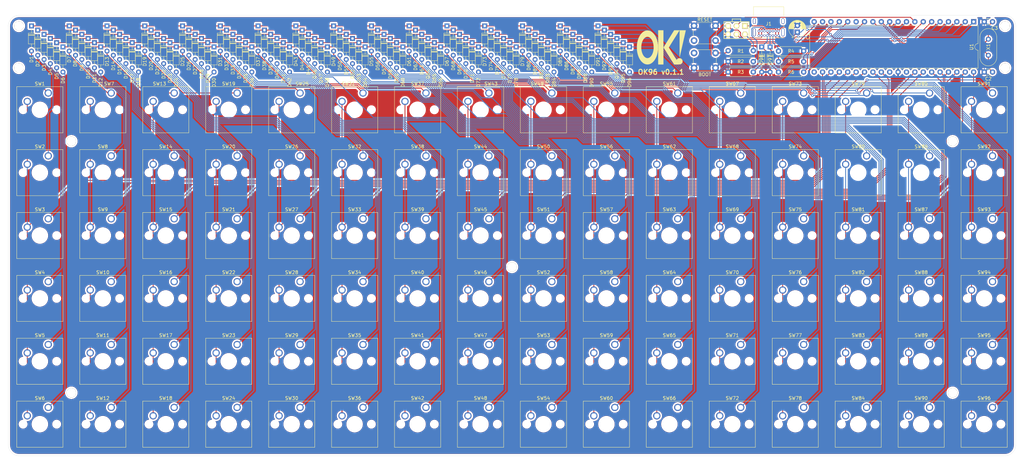
<source format=kicad_pcb>
(kicad_pcb (version 20171130) (host pcbnew 5.1.10-88a1d61d58~88~ubuntu20.10.1)
  (layers (0 F.Cu signal) (31 B.Cu signal) (34 B.Paste user) (35 F.Paste user) (36 B.SilkS user) (37 F.SilkS user) (38 B.Mask user) (39 F.Mask user) (44 Edge.Cuts user))
  (net 0 "")
  (net 1 GND)
  (net 2 X1)
  (net 3 X2)
  (net 4 VCC)
  (net 5 Row1)
  (net 6 Row2)
  (net 7 "Net-(D3-Pad2)")
  (net 8 "Net-(D4-Pad2)")
  (net 9 Row4)
  (net 10 "Net-(D5-Pad2)")
  (net 11 Row5)
  (net 12 "Net-(D6-Pad2)")
  (net 13 Row6)
  (net 14 Row3)
  (net 15 RESET)
  (net 16 MOSI)
  (net 17 SCK)
  (net 18 MISO)
  (net 19 D-)
  (net 20 D+)
  (net 21 Col1)
  (net 22 Col2)
  (net 23 Col3)
  (net 24 Col4)
  (net 25 Col5)
  (net 26 Col6)
  (net 27 Col7)
  (net 28 Col8)
  (net 29 Col9)
  (net 30 Col10)
  (net 31 Col12)
  (net 32 Col13)
  (net 33 Col14)
  (net 34 Col15)
  (net 35 "Net-(U1-Pad19)")
  (net 36 "Net-(U1-Pad18)")
  (net 37 "Net-(U1-Pad15)")
  (net 38 "Net-(U1-Pad32)")
  (net 39 "Net-(U1-Pad30)")
  (net 40 Col11)
  (net 41 "Net-(U1-Pad21)")
  (net 42 Col16)
  (net 43 "Net-(D1-Pad2)")
  (net 44 "Net-(D2-Pad2)")
  (net 45 "Net-(J1-PadS1)")
  (net 46 "Net-(J1-PadB5)")
  (net 47 "Net-(J1-PadB8)")
  (net 48 "Net-(J1-PadA8)")
  (net 49 "Net-(J1-PadA5)")
  (net 50 "Net-(D7-Pad2)")
  (net 51 "Net-(D8-Pad2)")
  (net 52 "Net-(D9-Pad2)")
  (net 53 "Net-(D10-Pad2)")
  (net 54 "Net-(D11-Pad2)")
  (net 55 "Net-(D12-Pad2)")
  (net 56 "Net-(D13-Pad2)")
  (net 57 "Net-(D14-Pad2)")
  (net 58 "Net-(D15-Pad2)")
  (net 59 "Net-(D16-Pad2)")
  (net 60 "Net-(D17-Pad2)")
  (net 61 "Net-(D18-Pad2)")
  (net 62 "Net-(D19-Pad2)")
  (net 63 "Net-(D20-Pad2)")
  (net 64 "Net-(D21-Pad2)")
  (net 65 "Net-(D22-Pad2)")
  (net 66 "Net-(D23-Pad2)")
  (net 67 "Net-(D24-Pad2)")
  (net 68 "Net-(D25-Pad2)")
  (net 69 "Net-(D26-Pad2)")
  (net 70 "Net-(D27-Pad2)")
  (net 71 "Net-(D28-Pad2)")
  (net 72 "Net-(D29-Pad2)")
  (net 73 "Net-(D30-Pad2)")
  (net 74 "Net-(D31-Pad2)")
  (net 75 "Net-(D32-Pad2)")
  (net 76 "Net-(D33-Pad2)")
  (net 77 "Net-(D34-Pad2)")
  (net 78 "Net-(D35-Pad2)")
  (net 79 "Net-(D36-Pad2)")
  (net 80 "Net-(D37-Pad2)")
  (net 81 "Net-(D38-Pad2)")
  (net 82 "Net-(D39-Pad2)")
  (net 83 "Net-(D40-Pad2)")
  (net 84 "Net-(D41-Pad2)")
  (net 85 "Net-(D42-Pad2)")
  (net 86 "Net-(D43-Pad2)")
  (net 87 "Net-(D44-Pad2)")
  (net 88 "Net-(D45-Pad2)")
  (net 89 "Net-(D46-Pad2)")
  (net 90 "Net-(D47-Pad2)")
  (net 91 "Net-(D48-Pad2)")
  (net 92 "Net-(D49-Pad2)")
  (net 93 "Net-(D50-Pad2)")
  (net 94 "Net-(D51-Pad2)")
  (net 95 "Net-(D52-Pad2)")
  (net 96 "Net-(D53-Pad2)")
  (net 97 "Net-(D54-Pad2)")
  (net 98 "Net-(D55-Pad2)")
  (net 99 "Net-(D56-Pad2)")
  (net 100 "Net-(D57-Pad2)")
  (net 101 "Net-(D58-Pad2)")
  (net 102 "Net-(D59-Pad2)")
  (net 103 "Net-(D60-Pad2)")
  (net 104 "Net-(D61-Pad2)")
  (net 105 "Net-(D62-Pad2)")
  (net 106 "Net-(D63-Pad2)")
  (net 107 "Net-(D64-Pad2)")
  (net 108 "Net-(D65-Pad2)")
  (net 109 "Net-(D66-Pad2)")
  (net 110 "Net-(D67-Pad2)")
  (net 111 "Net-(D68-Pad2)")
  (net 112 "Net-(D69-Pad2)")
  (net 113 "Net-(D70-Pad2)")
  (net 114 "Net-(D71-Pad2)")
  (net 115 "Net-(D72-Pad2)")
  (net 116 "Net-(D73-Pad2)")
  (net 117 "Net-(D74-Pad2)")
  (net 118 "Net-(D75-Pad2)")
  (net 119 "Net-(D76-Pad2)")
  (net 120 "Net-(D77-Pad2)")
  (net 121 "Net-(D78-Pad2)")
  (net 122 "Net-(D79-Pad2)")
  (net 123 "Net-(D80-Pad2)")
  (net 124 "Net-(D81-Pad2)")
  (net 125 "Net-(D82-Pad2)")
  (net 126 "Net-(D83-Pad2)")
  (net 127 "Net-(D84-Pad2)")
  (net 128 "Net-(D85-Pad2)")
  (net 129 "Net-(D86-Pad2)")
  (net 130 "Net-(D87-Pad2)")
  (net 131 "Net-(D88-Pad2)")
  (net 132 "Net-(D89-Pad2)")
  (net 133 "Net-(D90-Pad2)")
  (net 134 "Net-(D91-Pad2)")
  (net 135 "Net-(D92-Pad2)")
  (net 136 "Net-(D93-Pad2)")
  (net 137 "Net-(D94-Pad2)")
  (net 138 "Net-(D95-Pad2)")
  (net 139 "Net-(D96-Pad2)")
  (net 140 "Net-(D97-Pad1)")
  (net 141 "Net-(D98-Pad1)")
  (net 142 "Net-(SW97-Pad1)")
  (module keyboard_parts:HOLE_M2.6 (layer F.Cu) (at 311.15 76.2)
    (fp_text reference HOLE_M2.6 hide)
    (fp_text value VAL** hide)
    (pad 1 thru_hole circle (at 0 0) (size 2.8 2.8) (drill 2.8) (layers *.Cu *.Mask F.SilkS))
  )
  (module keyboard_parts:HOLE_M2.6 (layer F.Cu) (at 311.15 152.4)
    (fp_text reference HOLE_M2.6 hide)
    (fp_text value VAL** hide)
    (pad 1 thru_hole circle (at 0 0) (size 2.8 2.8) (drill 2.8) (layers *.Cu *.Mask F.SilkS))
  )
  (module keyboard_parts:HOLE_M2.6 (layer F.Cu) (at 444.5 114.3)
    (fp_text reference HOLE_M2.6 hide)
    (fp_text value VAL** hide)
    (pad 1 thru_hole circle (at 0 0) (size 2.8 2.8) (drill 2.8) (layers *.Cu *.Mask F.SilkS))
  )
  (module keyboard_parts:HOLE_M2.6 (layer F.Cu) (at 577.85 152.4)
    (fp_text reference HOLE_M2.6 hide)
    (fp_text value VAL** hide)
    (pad 1 thru_hole circle (at 0 0) (size 2.8 2.8) (drill 2.8) (layers *.Cu *.Mask F.SilkS))
  )
  (module keyboard_parts:HOLE_M2.6 (layer F.Cu) (at 577.85 76.2)
    (fp_text reference HOLE_M2.6 hide)
    (fp_text value VAL** hide)
    (pad 1 thru_hole circle (at 0 0) (size 2.8 2.8) (drill 2.8) (layers *.Cu *.Mask F.SilkS))
  )
  (module keyboard_parts:HOLE_M2.6 (layer F.Cu) (at 593.725 41.275)
    (fp_text reference HOLE_M2.6 hide)
    (fp_text value VAL** hide)
    (pad 1 thru_hole circle (at 0 0) (size 2.8 2.8) (drill 2.8) (layers *.Cu *.Mask F.SilkS))
  )
  (module keyboard_parts:HOLE_M2.6 (layer F.Cu) (at 593.725 53.975)
    (fp_text reference HOLE_M2.6 hide)
    (fp_text value VAL** hide)
    (pad 1 thru_hole circle (at 0 0) (size 2.8 2.8) (drill 2.8) (layers *.Cu *.Mask F.SilkS))
  )
  (module keyboard_parts:HOLE_M2.6 (layer F.Cu) (at 295.275 53.975)
    (fp_text reference HOLE_M2.6 hide)
    (fp_text value VAL** hide)
    (pad 1 thru_hole circle (at 0 0) (size 2.8 2.8) (drill 2.8) (layers *.Cu *.Mask F.SilkS))
  )
  (module keyboard_parts:HOLE_M2.6 (layer F.Cu) (at 295.275 41.275)
    (fp_text reference HOLE_M2.6 hide)
    (fp_text value VAL** hide)
    (pad 1 thru_hole circle (at 0 0) (size 2.8 2.8) (drill 2.8) (layers *.Cu *.Mask F.SilkS))
  )
  (module "random stuff:oklogo" (layer F.Cu) (at 489.585 47.625)
    (fp_text reference Ref** hide)
    (fp_text value Val** hide)
  )
  (module Button_Switch_Keyboard:SW_Cherry_MX_1.00u_PCB (layer F.Cu) (at 513.715 80.645)
    (fp_text reference SW68 (at -2.54 -2.794) (layer F.SilkS))
    (fp_text value SW_Push)
    (pad 1 thru_hole circle (at 0 0) (size 2.2 2.2) (drill 1.5) (layers *.Cu *.Mask) (net 111 "Net-(D68-Pad2)"))
    (pad 2 thru_hole circle (at -6.35 2.54) (size 2.2 2.2) (drill 1.5) (layers *.Cu *.Mask) (net 31 Col12))
    (pad "" np_thru_hole circle (at -2.54 5.08) (size 4 4) (drill 4) (layers *.Cu *.Mask))
    (pad "" np_thru_hole circle (at -7.62 5.08) (size 1.7 1.7) (drill 1.7) (layers *.Cu *.Mask))
    (pad "" np_thru_hole circle (at 2.54 5.08) (size 1.7 1.7) (drill 1.7) (layers *.Cu *.Mask))
  )
  (module Button_Switch_Keyboard:SW_Cherry_MX_1.00u_PCB (layer F.Cu) (at 323.215 61.595)
    (fp_text reference SW7 (at -0.635 -2.794) (layer F.SilkS))
    (fp_text value SW_Push)
    (pad 1 thru_hole circle (at 0 0) (size 2.2 2.2) (drill 1.5) (layers *.Cu *.Mask) (net 50 "Net-(D7-Pad2)"))
    (pad 2 thru_hole circle (at -6.35 2.54) (size 2.2 2.2) (drill 1.5) (layers *.Cu *.Mask) (net 22 Col2))
    (pad "" np_thru_hole circle (at -2.54 5.08) (size 4 4) (drill 4) (layers *.Cu *.Mask))
    (pad "" np_thru_hole circle (at -7.62 5.08) (size 1.7 1.7) (drill 1.7) (layers *.Cu *.Mask))
    (pad "" np_thru_hole circle (at 2.54 5.08) (size 1.7 1.7) (drill 1.7) (layers *.Cu *.Mask))
  )
  (module Package_DIP:DIP-40_W15.24mm (layer F.Cu) (at 584.2 40.005 270)
    (fp_text reference U1 (at 7.62 0.635 90) (layer F.SilkS))
    (fp_text value ATmega32A-PU)
    (pad 1 thru_hole rect (at 0 0 270) (size 1.6 1.6) (drill 0.8) (layers *.Cu *.Mask) (net 13 Row6))
    (pad 21 thru_hole oval (at 15.24 48.26 270) (size 1.6 1.6) (drill 0.8) (layers *.Cu *.Mask) (net 41 "Net-(U1-Pad21)"))
    (pad 2 thru_hole oval (at 0 2.54 270) (size 1.6 1.6) (drill 0.8) (layers *.Cu *.Mask) (net 11 Row5))
    (pad 22 thru_hole oval (at 15.24 45.72 270) (size 1.6 1.6) (drill 0.8) (layers *.Cu *.Mask) (net 21 Col1))
    (pad 3 thru_hole oval (at 0 5.08 270) (size 1.6 1.6) (drill 0.8) (layers *.Cu *.Mask) (net 9 Row4))
    (pad 23 thru_hole oval (at 15.24 43.18 270) (size 1.6 1.6) (drill 0.8) (layers *.Cu *.Mask) (net 22 Col2))
    (pad 4 thru_hole oval (at 0 7.62 270) (size 1.6 1.6) (drill 0.8) (layers *.Cu *.Mask) (net 14 Row3))
    (pad 24 thru_hole oval (at 15.24 40.64 270) (size 1.6 1.6) (drill 0.8) (layers *.Cu *.Mask) (net 23 Col3))
    (pad 5 thru_hole oval (at 0 10.16 270) (size 1.6 1.6) (drill 0.8) (layers *.Cu *.Mask) (net 6 Row2))
    (pad 25 thru_hole oval (at 15.24 38.1 270) (size 1.6 1.6) (drill 0.8) (layers *.Cu *.Mask) (net 24 Col4))
    (pad 6 thru_hole oval (at 0 12.7 270) (size 1.6 1.6) (drill 0.8) (layers *.Cu *.Mask) (net 16 MOSI))
    (pad 26 thru_hole oval (at 15.24 35.56 270) (size 1.6 1.6) (drill 0.8) (layers *.Cu *.Mask) (net 25 Col5))
    (pad 7 thru_hole oval (at 0 15.24 270) (size 1.6 1.6) (drill 0.8) (layers *.Cu *.Mask) (net 18 MISO))
    (pad 27 thru_hole oval (at 15.24 33.02 270) (size 1.6 1.6) (drill 0.8) (layers *.Cu *.Mask) (net 26 Col6))
    (pad 8 thru_hole oval (at 0 17.78 270) (size 1.6 1.6) (drill 0.8) (layers *.Cu *.Mask) (net 17 SCK))
    (pad 28 thru_hole oval (at 15.24 30.48 270) (size 1.6 1.6) (drill 0.8) (layers *.Cu *.Mask) (net 27 Col7))
    (pad 9 thru_hole oval (at 0 20.32 270) (size 1.6 1.6) (drill 0.8) (layers *.Cu *.Mask) (net 15 RESET))
    (pad 29 thru_hole oval (at 15.24 27.94 270) (size 1.6 1.6) (drill 0.8) (layers *.Cu *.Mask) (net 28 Col8))
    (pad 10 thru_hole oval (at 0 22.86 270) (size 1.6 1.6) (drill 0.8) (layers *.Cu *.Mask) (net 4 VCC))
    (pad 30 thru_hole oval (at 15.24 25.4 270) (size 1.6 1.6) (drill 0.8) (layers *.Cu *.Mask) (net 39 "Net-(U1-Pad30)"))
    (pad 11 thru_hole oval (at 0 25.4 270) (size 1.6 1.6) (drill 0.8) (layers *.Cu *.Mask) (net 1 GND))
    (pad 31 thru_hole oval (at 15.24 22.86 270) (size 1.6 1.6) (drill 0.8) (layers *.Cu *.Mask) (net 1 GND))
    (pad 12 thru_hole oval (at 0 27.94 270) (size 1.6 1.6) (drill 0.8) (layers *.Cu *.Mask) (net 3 X2))
    (pad 32 thru_hole oval (at 15.24 20.32 270) (size 1.6 1.6) (drill 0.8) (layers *.Cu *.Mask) (net 38 "Net-(U1-Pad32)"))
    (pad 13 thru_hole oval (at 0 30.48 270) (size 1.6 1.6) (drill 0.8) (layers *.Cu *.Mask) (net 2 X1))
    (pad 33 thru_hole oval (at 15.24 17.78 270) (size 1.6 1.6) (drill 0.8) (layers *.Cu *.Mask) (net 29 Col9))
    (pad 14 thru_hole oval (at 0 33.02 270) (size 1.6 1.6) (drill 0.8) (layers *.Cu *.Mask) (net 5 Row1))
    (pad 34 thru_hole oval (at 15.24 15.24 270) (size 1.6 1.6) (drill 0.8) (layers *.Cu *.Mask) (net 30 Col10))
    (pad 15 thru_hole oval (at 0 35.56 270) (size 1.6 1.6) (drill 0.8) (layers *.Cu *.Mask) (net 37 "Net-(U1-Pad15)"))
    (pad 35 thru_hole oval (at 15.24 12.7 270) (size 1.6 1.6) (drill 0.8) (layers *.Cu *.Mask) (net 40 Col11))
    (pad 16 thru_hole oval (at 0 38.1 270) (size 1.6 1.6) (drill 0.8) (layers *.Cu *.Mask) (net 19 D-))
    (pad 36 thru_hole oval (at 15.24 10.16 270) (size 1.6 1.6) (drill 0.8) (layers *.Cu *.Mask) (net 31 Col12))
    (pad 17 thru_hole oval (at 0 40.64 270) (size 1.6 1.6) (drill 0.8) (layers *.Cu *.Mask) (net 20 D+))
    (pad 37 thru_hole oval (at 15.24 7.62 270) (size 1.6 1.6) (drill 0.8) (layers *.Cu *.Mask) (net 32 Col13))
    (pad 18 thru_hole oval (at 0 43.18 270) (size 1.6 1.6) (drill 0.8) (layers *.Cu *.Mask) (net 36 "Net-(U1-Pad18)"))
    (pad 38 thru_hole oval (at 15.24 5.08 270) (size 1.6 1.6) (drill 0.8) (layers *.Cu *.Mask) (net 33 Col14))
    (pad 19 thru_hole oval (at 0 45.72 270) (size 1.6 1.6) (drill 0.8) (layers *.Cu *.Mask) (net 35 "Net-(U1-Pad19)"))
    (pad 39 thru_hole oval (at 15.24 2.54 270) (size 1.6 1.6) (drill 0.8) (layers *.Cu *.Mask) (net 34 Col15))
    (pad 20 thru_hole oval (at 0 48.26 270) (size 1.6 1.6) (drill 0.8) (layers *.Cu *.Mask) (net 142 "Net-(SW97-Pad1)"))
    (pad 40 thru_hole oval (at 15.24 0 270) (size 1.6 1.6) (drill 0.8) (layers *.Cu *.Mask) (net 42 Col16))
  )
  (module Connector_USB:USB_C_Receptacle_GCT_USB4085 (layer F.Cu) (at 525.145 44.196 180)
    (fp_text reference J1 (at 2.975 3.556) (layer F.SilkS))
    (fp_text value USB_C_Receptacle_USB2.0)
    (pad S1 thru_hole oval (at 7.3 4.36 180) (size 0.9 1.7) (drill oval 0.6 1.4) (layers *.Cu *.Mask) (net 45 "Net-(J1-PadS1)"))
    (pad S1 thru_hole oval (at -1.35 4.36 180) (size 0.9 1.7) (drill oval 0.6 1.4) (layers *.Cu *.Mask) (net 45 "Net-(J1-PadS1)"))
    (pad S1 thru_hole oval (at 7.3 0.98 180) (size 0.9 2.4) (drill oval 0.6 2.1) (layers *.Cu *.Mask) (net 45 "Net-(J1-PadS1)"))
    (pad S1 thru_hole oval (at -1.35 0.98 180) (size 0.9 2.4) (drill oval 0.6 2.1) (layers *.Cu *.Mask) (net 45 "Net-(J1-PadS1)"))
    (pad B6 thru_hole circle (at 3.4 1.35 180) (size 0.7 0.7) (drill 0.4) (layers *.Cu *.Mask) (net 140 "Net-(D97-Pad1)"))
    (pad B1 thru_hole circle (at 5.95 1.35 180) (size 0.7 0.7) (drill 0.4) (layers *.Cu *.Mask) (net 1 GND))
    (pad B4 thru_hole circle (at 5.1 1.35 180) (size 0.7 0.7) (drill 0.4) (layers *.Cu *.Mask) (net 4 VCC))
    (pad B5 thru_hole circle (at 4.25 1.35 180) (size 0.7 0.7) (drill 0.4) (layers *.Cu *.Mask) (net 46 "Net-(J1-PadB5)"))
    (pad B12 thru_hole circle (at 0 1.35 180) (size 0.7 0.7) (drill 0.4) (layers *.Cu *.Mask) (net 1 GND))
    (pad B8 thru_hole circle (at 1.7 1.35 180) (size 0.7 0.7) (drill 0.4) (layers *.Cu *.Mask) (net 47 "Net-(J1-PadB8)"))
    (pad B7 thru_hole circle (at 2.55 1.35 180) (size 0.7 0.7) (drill 0.4) (layers *.Cu *.Mask) (net 141 "Net-(D98-Pad1)"))
    (pad B9 thru_hole circle (at 0.85 1.35 180) (size 0.7 0.7) (drill 0.4) (layers *.Cu *.Mask) (net 4 VCC))
    (pad A12 thru_hole circle (at 5.95 0 180) (size 0.7 0.7) (drill 0.4) (layers *.Cu *.Mask) (net 1 GND))
    (pad A9 thru_hole circle (at 5.1 0 180) (size 0.7 0.7) (drill 0.4) (layers *.Cu *.Mask) (net 4 VCC))
    (pad A8 thru_hole circle (at 4.25 0 180) (size 0.7 0.7) (drill 0.4) (layers *.Cu *.Mask) (net 48 "Net-(J1-PadA8)"))
    (pad A7 thru_hole circle (at 3.4 0 180) (size 0.7 0.7) (drill 0.4) (layers *.Cu *.Mask) (net 141 "Net-(D98-Pad1)"))
    (pad A6 thru_hole circle (at 2.55 0 180) (size 0.7 0.7) (drill 0.4) (layers *.Cu *.Mask) (net 140 "Net-(D97-Pad1)"))
    (pad A5 thru_hole circle (at 1.7 0 180) (size 0.7 0.7) (drill 0.4) (layers *.Cu *.Mask) (net 49 "Net-(J1-PadA5)"))
    (pad A4 thru_hole circle (at 0.85 0 180) (size 0.7 0.7) (drill 0.4) (layers *.Cu *.Mask) (net 4 VCC))
    (pad A1 thru_hole circle (at 0 0 180) (size 0.7 0.7) (drill 0.4) (layers *.Cu *.Mask) (net 1 GND))
  )
  (module Resistor_THT:R_Axial_DIN0207_L6.3mm_D2.5mm_P7.62mm_Horizontal (layer F.Cu) (at 532.765 52.07 180)
    (fp_text reference R5 (at 3.81 0) (layer F.SilkS))
    (fp_text value 5.1k)
    (pad 2 thru_hole oval (at 7.62 0 180) (size 1.6 1.6) (drill 0.8) (layers *.Cu *.Mask) (net 140 "Net-(D97-Pad1)"))
    (pad 1 thru_hole circle (at 0 0 180) (size 1.6 1.6) (drill 0.8) (layers *.Cu *.Mask) (net 20 D+))
  )
  (module Resistor_THT:R_Axial_DIN0207_L6.3mm_D2.5mm_P7.62mm_Horizontal (layer F.Cu) (at 532.765 55.245 180)
    (fp_text reference R6 (at 3.81 0) (layer F.SilkS))
    (fp_text value 5.1k)
    (pad 2 thru_hole oval (at 7.62 0 180) (size 1.6 1.6) (drill 0.8) (layers *.Cu *.Mask) (net 141 "Net-(D98-Pad1)"))
    (pad 1 thru_hole circle (at 0 0 180) (size 1.6 1.6) (drill 0.8) (layers *.Cu *.Mask) (net 19 D-))
  )
  (module Resistor_THT:R_Axial_DIN0207_L6.3mm_D2.5mm_P7.62mm_Horizontal (layer F.Cu) (at 509.905 48.768)
    (fp_text reference R1 (at 3.81 0.127) (layer F.SilkS))
    (fp_text value 10k)
    (pad 2 thru_hole oval (at 7.62 0) (size 1.6 1.6) (drill 0.8) (layers *.Cu *.Mask) (net 4 VCC))
    (pad 1 thru_hole circle (at 0 0) (size 1.6 1.6) (drill 0.8) (layers *.Cu *.Mask) (net 15 RESET))
  )
  (module Resistor_THT:R_Axial_DIN0207_L6.3mm_D2.5mm_P7.62mm_Horizontal (layer F.Cu) (at 509.905 55.245)
    (fp_text reference R3 (at 3.81 0) (layer F.SilkS))
    (fp_text value 1.5k)
    (pad 2 thru_hole oval (at 7.62 0) (size 1.6 1.6) (drill 0.8) (layers *.Cu *.Mask) (net 141 "Net-(D98-Pad1)"))
    (pad 1 thru_hole circle (at 0 0) (size 1.6 1.6) (drill 0.8) (layers *.Cu *.Mask) (net 1 GND))
  )
  (module Resistor_THT:R_Axial_DIN0207_L6.3mm_D2.5mm_P7.62mm_Horizontal (layer F.Cu) (at 509.905 52.07)
    (fp_text reference R2 (at 3.81 0) (layer F.SilkS))
    (fp_text value 5.1k)
    (pad 2 thru_hole oval (at 7.62 0) (size 1.6 1.6) (drill 0.8) (layers *.Cu *.Mask) (net 46 "Net-(J1-PadB5)"))
    (pad 1 thru_hole circle (at 0 0) (size 1.6 1.6) (drill 0.8) (layers *.Cu *.Mask) (net 1 GND))
  )
  (module Resistor_THT:R_Axial_DIN0207_L6.3mm_D2.5mm_P7.62mm_Horizontal (layer F.Cu) (at 532.765 48.895 180)
    (fp_text reference R4 (at 3.81 0) (layer F.SilkS))
    (fp_text value 5.1k)
    (pad 2 thru_hole oval (at 7.62 0 180) (size 1.6 1.6) (drill 0.8) (layers *.Cu *.Mask) (net 49 "Net-(J1-PadA5)"))
    (pad 1 thru_hole circle (at 0 0 180) (size 1.6 1.6) (drill 0.8) (layers *.Cu *.Mask) (net 1 GND))
  )
  (module Crystal:Crystal_HC49-U_Vertical (layer F.Cu) (at 588.645 50.165 90)
    (fp_text reference X1 (at 2.54 0 90) (layer F.SilkS))
    (fp_text value XTAL)
    (pad 2 thru_hole circle (at 4.88 0 90) (size 1.5 1.5) (drill 0.8) (layers *.Cu *.Mask) (net 3 X2))
    (pad 1 thru_hole circle (at 0 0 90) (size 1.5 1.5) (drill 0.8) (layers *.Cu *.Mask) (net 2 X1))
  )
  (module Button_Switch_THT:SW_PUSH_6mm (layer F.Cu) (at 506.095 53.975 180)
    (fp_text reference BOOT (at 3.25 -2) (layer F.SilkS))
    (fp_text value RESET)
    (pad 1 thru_hole circle (at 6.5 0 270) (size 2 2) (drill 1.1) (layers *.Cu *.Mask) (net 1 GND))
    (pad 2 thru_hole circle (at 6.5 4.5 270) (size 2 2) (drill 1.1) (layers *.Cu *.Mask) (net 15 RESET))
    (pad 1 thru_hole circle (at 0 0 270) (size 2 2) (drill 1.1) (layers *.Cu *.Mask) (net 1 GND))
    (pad 2 thru_hole circle (at 0 4.5 270) (size 2 2) (drill 1.1) (layers *.Cu *.Mask) (net 15 RESET))
  )
  (module Button_Switch_THT:SW_PUSH_6mm (layer F.Cu) (at 506.095 45.72 180)
    (fp_text reference RESET (at 3.25 6.35) (layer F.SilkS))
    (fp_text value BOOT)
    (pad 1 thru_hole circle (at 6.5 0 270) (size 2 2) (drill 1.1) (layers *.Cu *.Mask) (net 142 "Net-(SW97-Pad1)"))
    (pad 2 thru_hole circle (at 6.5 4.5 270) (size 2 2) (drill 1.1) (layers *.Cu *.Mask) (net 1 GND))
    (pad 1 thru_hole circle (at 0 0 270) (size 2 2) (drill 1.1) (layers *.Cu *.Mask) (net 142 "Net-(SW97-Pad1)"))
    (pad 2 thru_hole circle (at 0 4.5 270) (size 2 2) (drill 1.1) (layers *.Cu *.Mask) (net 1 GND))
  )
  (module Button_Switch_Keyboard:SW_Cherry_MX_1.00u_PCB (layer F.Cu) (at 589.915 156.845)
    (fp_text reference SW96 (at -2.54 -2.794) (layer F.SilkS))
    (fp_text value SW_Push)
    (pad 1 thru_hole circle (at 0 0) (size 2.2 2.2) (drill 1.5) (layers *.Cu *.Mask) (net 139 "Net-(D96-Pad2)"))
    (pad 2 thru_hole circle (at -6.35 2.54) (size 2.2 2.2) (drill 1.5) (layers *.Cu *.Mask) (net 42 Col16))
    (pad "" np_thru_hole circle (at -2.54 5.08) (size 4 4) (drill 4) (layers *.Cu *.Mask))
    (pad "" np_thru_hole circle (at -7.62 5.08) (size 1.7 1.7) (drill 1.7) (layers *.Cu *.Mask))
    (pad "" np_thru_hole circle (at 2.54 5.08) (size 1.7 1.7) (drill 1.7) (layers *.Cu *.Mask))
  )
  (module Button_Switch_Keyboard:SW_Cherry_MX_1.00u_PCB (layer F.Cu) (at 589.915 137.795)
    (fp_text reference SW95 (at -2.54 -2.794) (layer F.SilkS))
    (fp_text value SW_Push)
    (pad 1 thru_hole circle (at 0 0) (size 2.2 2.2) (drill 1.5) (layers *.Cu *.Mask) (net 138 "Net-(D95-Pad2)"))
    (pad 2 thru_hole circle (at -6.35 2.54) (size 2.2 2.2) (drill 1.5) (layers *.Cu *.Mask) (net 42 Col16))
    (pad "" np_thru_hole circle (at -2.54 5.08) (size 4 4) (drill 4) (layers *.Cu *.Mask))
    (pad "" np_thru_hole circle (at -7.62 5.08) (size 1.7 1.7) (drill 1.7) (layers *.Cu *.Mask))
    (pad "" np_thru_hole circle (at 2.54 5.08) (size 1.7 1.7) (drill 1.7) (layers *.Cu *.Mask))
  )
  (module Button_Switch_Keyboard:SW_Cherry_MX_1.00u_PCB (layer F.Cu) (at 589.915 118.745)
    (fp_text reference SW94 (at -2.54 -2.794) (layer F.SilkS))
    (fp_text value SW_Push)
    (pad 1 thru_hole circle (at 0 0) (size 2.2 2.2) (drill 1.5) (layers *.Cu *.Mask) (net 137 "Net-(D94-Pad2)"))
    (pad 2 thru_hole circle (at -6.35 2.54) (size 2.2 2.2) (drill 1.5) (layers *.Cu *.Mask) (net 42 Col16))
    (pad "" np_thru_hole circle (at -2.54 5.08) (size 4 4) (drill 4) (layers *.Cu *.Mask))
    (pad "" np_thru_hole circle (at -7.62 5.08) (size 1.7 1.7) (drill 1.7) (layers *.Cu *.Mask))
    (pad "" np_thru_hole circle (at 2.54 5.08) (size 1.7 1.7) (drill 1.7) (layers *.Cu *.Mask))
  )
  (module Button_Switch_Keyboard:SW_Cherry_MX_1.00u_PCB (layer F.Cu) (at 589.915 99.695)
    (fp_text reference SW93 (at -2.54 -2.794) (layer F.SilkS))
    (fp_text value SW_Push)
    (pad 1 thru_hole circle (at 0 0) (size 2.2 2.2) (drill 1.5) (layers *.Cu *.Mask) (net 136 "Net-(D93-Pad2)"))
    (pad 2 thru_hole circle (at -6.35 2.54) (size 2.2 2.2) (drill 1.5) (layers *.Cu *.Mask) (net 42 Col16))
    (pad "" np_thru_hole circle (at -2.54 5.08) (size 4 4) (drill 4) (layers *.Cu *.Mask))
    (pad "" np_thru_hole circle (at -7.62 5.08) (size 1.7 1.7) (drill 1.7) (layers *.Cu *.Mask))
    (pad "" np_thru_hole circle (at 2.54 5.08) (size 1.7 1.7) (drill 1.7) (layers *.Cu *.Mask))
  )
  (module Button_Switch_Keyboard:SW_Cherry_MX_1.00u_PCB (layer F.Cu) (at 589.915 80.645)
    (fp_text reference SW92 (at -2.54 -2.794) (layer F.SilkS))
    (fp_text value SW_Push)
    (pad 1 thru_hole circle (at 0 0) (size 2.2 2.2) (drill 1.5) (layers *.Cu *.Mask) (net 135 "Net-(D92-Pad2)"))
    (pad 2 thru_hole circle (at -6.35 2.54) (size 2.2 2.2) (drill 1.5) (layers *.Cu *.Mask) (net 42 Col16))
    (pad "" np_thru_hole circle (at -2.54 5.08) (size 4 4) (drill 4) (layers *.Cu *.Mask))
    (pad "" np_thru_hole circle (at -7.62 5.08) (size 1.7 1.7) (drill 1.7) (layers *.Cu *.Mask))
    (pad "" np_thru_hole circle (at 2.54 5.08) (size 1.7 1.7) (drill 1.7) (layers *.Cu *.Mask))
  )
  (module Button_Switch_Keyboard:SW_Cherry_MX_1.00u_PCB (layer F.Cu) (at 589.915 61.595)
    (fp_text reference SW91 (at -2.54 -2.794) (layer F.SilkS))
    (fp_text value SW_Push)
    (pad 1 thru_hole circle (at 0 0) (size 2.2 2.2) (drill 1.5) (layers *.Cu *.Mask) (net 134 "Net-(D91-Pad2)"))
    (pad 2 thru_hole circle (at -6.35 2.54) (size 2.2 2.2) (drill 1.5) (layers *.Cu *.Mask) (net 42 Col16))
    (pad "" np_thru_hole circle (at -2.54 5.08) (size 4 4) (drill 4) (layers *.Cu *.Mask))
    (pad "" np_thru_hole circle (at -7.62 5.08) (size 1.7 1.7) (drill 1.7) (layers *.Cu *.Mask))
    (pad "" np_thru_hole circle (at 2.54 5.08) (size 1.7 1.7) (drill 1.7) (layers *.Cu *.Mask))
  )
  (module Button_Switch_Keyboard:SW_Cherry_MX_1.00u_PCB (layer F.Cu) (at 570.865 156.845)
    (fp_text reference SW90 (at -2.54 -2.794) (layer F.SilkS))
    (fp_text value SW_Push)
    (pad 1 thru_hole circle (at 0 0) (size 2.2 2.2) (drill 1.5) (layers *.Cu *.Mask) (net 133 "Net-(D90-Pad2)"))
    (pad 2 thru_hole circle (at -6.35 2.54) (size 2.2 2.2) (drill 1.5) (layers *.Cu *.Mask) (net 34 Col15))
    (pad "" np_thru_hole circle (at -2.54 5.08) (size 4 4) (drill 4) (layers *.Cu *.Mask))
    (pad "" np_thru_hole circle (at -7.62 5.08) (size 1.7 1.7) (drill 1.7) (layers *.Cu *.Mask))
    (pad "" np_thru_hole circle (at 2.54 5.08) (size 1.7 1.7) (drill 1.7) (layers *.Cu *.Mask))
  )
  (module Button_Switch_Keyboard:SW_Cherry_MX_1.00u_PCB (layer F.Cu) (at 570.865 137.795)
    (fp_text reference SW89 (at -2.54 -2.794) (layer F.SilkS))
    (fp_text value SW_Push)
    (pad 1 thru_hole circle (at 0 0) (size 2.2 2.2) (drill 1.5) (layers *.Cu *.Mask) (net 132 "Net-(D89-Pad2)"))
    (pad 2 thru_hole circle (at -6.35 2.54) (size 2.2 2.2) (drill 1.5) (layers *.Cu *.Mask) (net 34 Col15))
    (pad "" np_thru_hole circle (at -2.54 5.08) (size 4 4) (drill 4) (layers *.Cu *.Mask))
    (pad "" np_thru_hole circle (at -7.62 5.08) (size 1.7 1.7) (drill 1.7) (layers *.Cu *.Mask))
    (pad "" np_thru_hole circle (at 2.54 5.08) (size 1.7 1.7) (drill 1.7) (layers *.Cu *.Mask))
  )
  (module Button_Switch_Keyboard:SW_Cherry_MX_1.00u_PCB (layer F.Cu) (at 570.865 118.745)
    (fp_text reference SW88 (at -2.54 -2.794) (layer F.SilkS))
    (fp_text value SW_Push)
    (pad 1 thru_hole circle (at 0 0) (size 2.2 2.2) (drill 1.5) (layers *.Cu *.Mask) (net 131 "Net-(D88-Pad2)"))
    (pad 2 thru_hole circle (at -6.35 2.54) (size 2.2 2.2) (drill 1.5) (layers *.Cu *.Mask) (net 34 Col15))
    (pad "" np_thru_hole circle (at -2.54 5.08) (size 4 4) (drill 4) (layers *.Cu *.Mask))
    (pad "" np_thru_hole circle (at -7.62 5.08) (size 1.7 1.7) (drill 1.7) (layers *.Cu *.Mask))
    (pad "" np_thru_hole circle (at 2.54 5.08) (size 1.7 1.7) (drill 1.7) (layers *.Cu *.Mask))
  )
  (module Button_Switch_Keyboard:SW_Cherry_MX_1.00u_PCB (layer F.Cu) (at 570.865 99.695)
    (fp_text reference SW87 (at -2.54 -2.794) (layer F.SilkS))
    (fp_text value SW_Push)
    (pad 1 thru_hole circle (at 0 0) (size 2.2 2.2) (drill 1.5) (layers *.Cu *.Mask) (net 130 "Net-(D87-Pad2)"))
    (pad 2 thru_hole circle (at -6.35 2.54) (size 2.2 2.2) (drill 1.5) (layers *.Cu *.Mask) (net 34 Col15))
    (pad "" np_thru_hole circle (at -2.54 5.08) (size 4 4) (drill 4) (layers *.Cu *.Mask))
    (pad "" np_thru_hole circle (at -7.62 5.08) (size 1.7 1.7) (drill 1.7) (layers *.Cu *.Mask))
    (pad "" np_thru_hole circle (at 2.54 5.08) (size 1.7 1.7) (drill 1.7) (layers *.Cu *.Mask))
  )
  (module Button_Switch_Keyboard:SW_Cherry_MX_1.00u_PCB (layer F.Cu) (at 570.865 80.645)
    (fp_text reference SW86 (at -2.54 -2.794) (layer F.SilkS))
    (fp_text value SW_Push)
    (pad 1 thru_hole circle (at 0 0) (size 2.2 2.2) (drill 1.5) (layers *.Cu *.Mask) (net 129 "Net-(D86-Pad2)"))
    (pad 2 thru_hole circle (at -6.35 2.54) (size 2.2 2.2) (drill 1.5) (layers *.Cu *.Mask) (net 34 Col15))
    (pad "" np_thru_hole circle (at -2.54 5.08) (size 4 4) (drill 4) (layers *.Cu *.Mask))
    (pad "" np_thru_hole circle (at -7.62 5.08) (size 1.7 1.7) (drill 1.7) (layers *.Cu *.Mask))
    (pad "" np_thru_hole circle (at 2.54 5.08) (size 1.7 1.7) (drill 1.7) (layers *.Cu *.Mask))
  )
  (module Button_Switch_Keyboard:SW_Cherry_MX_1.00u_PCB (layer F.Cu) (at 570.865 61.595)
    (fp_text reference SW85 (at -2.54 -2.794) (layer F.SilkS))
    (fp_text value SW_Push)
    (pad 1 thru_hole circle (at 0 0) (size 2.2 2.2) (drill 1.5) (layers *.Cu *.Mask) (net 128 "Net-(D85-Pad2)"))
    (pad 2 thru_hole circle (at -6.35 2.54) (size 2.2 2.2) (drill 1.5) (layers *.Cu *.Mask) (net 34 Col15))
    (pad "" np_thru_hole circle (at -2.54 5.08) (size 4 4) (drill 4) (layers *.Cu *.Mask))
    (pad "" np_thru_hole circle (at -7.62 5.08) (size 1.7 1.7) (drill 1.7) (layers *.Cu *.Mask))
    (pad "" np_thru_hole circle (at 2.54 5.08) (size 1.7 1.7) (drill 1.7) (layers *.Cu *.Mask))
  )
  (module Button_Switch_Keyboard:SW_Cherry_MX_1.00u_PCB (layer F.Cu) (at 551.815 156.845)
    (fp_text reference SW84 (at -2.54 -2.794) (layer F.SilkS))
    (fp_text value SW_Push)
    (pad 1 thru_hole circle (at 0 0) (size 2.2 2.2) (drill 1.5) (layers *.Cu *.Mask) (net 127 "Net-(D84-Pad2)"))
    (pad 2 thru_hole circle (at -6.35 2.54) (size 2.2 2.2) (drill 1.5) (layers *.Cu *.Mask) (net 33 Col14))
    (pad "" np_thru_hole circle (at -2.54 5.08) (size 4 4) (drill 4) (layers *.Cu *.Mask))
    (pad "" np_thru_hole circle (at -7.62 5.08) (size 1.7 1.7) (drill 1.7) (layers *.Cu *.Mask))
    (pad "" np_thru_hole circle (at 2.54 5.08) (size 1.7 1.7) (drill 1.7) (layers *.Cu *.Mask))
  )
  (module Button_Switch_Keyboard:SW_Cherry_MX_1.00u_PCB (layer F.Cu) (at 551.815 137.795)
    (fp_text reference SW83 (at -2.54 -2.794) (layer F.SilkS))
    (fp_text value SW_Push)
    (pad 1 thru_hole circle (at 0 0) (size 2.2 2.2) (drill 1.5) (layers *.Cu *.Mask) (net 126 "Net-(D83-Pad2)"))
    (pad 2 thru_hole circle (at -6.35 2.54) (size 2.2 2.2) (drill 1.5) (layers *.Cu *.Mask) (net 33 Col14))
    (pad "" np_thru_hole circle (at -2.54 5.08) (size 4 4) (drill 4) (layers *.Cu *.Mask))
    (pad "" np_thru_hole circle (at -7.62 5.08) (size 1.7 1.7) (drill 1.7) (layers *.Cu *.Mask))
    (pad "" np_thru_hole circle (at 2.54 5.08) (size 1.7 1.7) (drill 1.7) (layers *.Cu *.Mask))
  )
  (module Button_Switch_Keyboard:SW_Cherry_MX_1.00u_PCB (layer F.Cu) (at 551.815 118.745)
    (fp_text reference SW82 (at -2.54 -2.794) (layer F.SilkS))
    (fp_text value SW_Push)
    (pad 1 thru_hole circle (at 0 0) (size 2.2 2.2) (drill 1.5) (layers *.Cu *.Mask) (net 125 "Net-(D82-Pad2)"))
    (pad 2 thru_hole circle (at -6.35 2.54) (size 2.2 2.2) (drill 1.5) (layers *.Cu *.Mask) (net 33 Col14))
    (pad "" np_thru_hole circle (at -2.54 5.08) (size 4 4) (drill 4) (layers *.Cu *.Mask))
    (pad "" np_thru_hole circle (at -7.62 5.08) (size 1.7 1.7) (drill 1.7) (layers *.Cu *.Mask))
    (pad "" np_thru_hole circle (at 2.54 5.08) (size 1.7 1.7) (drill 1.7) (layers *.Cu *.Mask))
  )
  (module Button_Switch_Keyboard:SW_Cherry_MX_1.00u_PCB (layer F.Cu) (at 551.815 99.695)
    (fp_text reference SW81 (at -2.54 -2.794) (layer F.SilkS))
    (fp_text value SW_Push)
    (pad 1 thru_hole circle (at 0 0) (size 2.2 2.2) (drill 1.5) (layers *.Cu *.Mask) (net 124 "Net-(D81-Pad2)"))
    (pad 2 thru_hole circle (at -6.35 2.54) (size 2.2 2.2) (drill 1.5) (layers *.Cu *.Mask) (net 33 Col14))
    (pad "" np_thru_hole circle (at -2.54 5.08) (size 4 4) (drill 4) (layers *.Cu *.Mask))
    (pad "" np_thru_hole circle (at -7.62 5.08) (size 1.7 1.7) (drill 1.7) (layers *.Cu *.Mask))
    (pad "" np_thru_hole circle (at 2.54 5.08) (size 1.7 1.7) (drill 1.7) (layers *.Cu *.Mask))
  )
  (module Button_Switch_Keyboard:SW_Cherry_MX_1.00u_PCB (layer F.Cu) (at 551.815 80.645)
    (fp_text reference SW80 (at -2.54 -2.794) (layer F.SilkS))
    (fp_text value SW_Push)
    (pad 1 thru_hole circle (at 0 0) (size 2.2 2.2) (drill 1.5) (layers *.Cu *.Mask) (net 123 "Net-(D80-Pad2)"))
    (pad 2 thru_hole circle (at -6.35 2.54) (size 2.2 2.2) (drill 1.5) (layers *.Cu *.Mask) (net 33 Col14))
    (pad "" np_thru_hole circle (at -2.54 5.08) (size 4 4) (drill 4) (layers *.Cu *.Mask))
    (pad "" np_thru_hole circle (at -7.62 5.08) (size 1.7 1.7) (drill 1.7) (layers *.Cu *.Mask))
    (pad "" np_thru_hole circle (at 2.54 5.08) (size 1.7 1.7) (drill 1.7) (layers *.Cu *.Mask))
  )
  (module Button_Switch_Keyboard:SW_Cherry_MX_1.00u_PCB (layer F.Cu) (at 551.815 61.595)
    (fp_text reference SW79 (at -2.54 -2.794) (layer F.SilkS))
    (fp_text value SW_Push)
    (pad 1 thru_hole circle (at 0 0) (size 2.2 2.2) (drill 1.5) (layers *.Cu *.Mask) (net 122 "Net-(D79-Pad2)"))
    (pad 2 thru_hole circle (at -6.35 2.54) (size 2.2 2.2) (drill 1.5) (layers *.Cu *.Mask) (net 33 Col14))
    (pad "" np_thru_hole circle (at -2.54 5.08) (size 4 4) (drill 4) (layers *.Cu *.Mask))
    (pad "" np_thru_hole circle (at -7.62 5.08) (size 1.7 1.7) (drill 1.7) (layers *.Cu *.Mask))
    (pad "" np_thru_hole circle (at 2.54 5.08) (size 1.7 1.7) (drill 1.7) (layers *.Cu *.Mask))
  )
  (module Button_Switch_Keyboard:SW_Cherry_MX_1.00u_PCB (layer F.Cu) (at 532.765 156.845)
    (fp_text reference SW78 (at -2.54 -2.794) (layer F.SilkS))
    (fp_text value SW_Push)
    (pad 1 thru_hole circle (at 0 0) (size 2.2 2.2) (drill 1.5) (layers *.Cu *.Mask) (net 121 "Net-(D78-Pad2)"))
    (pad 2 thru_hole circle (at -6.35 2.54) (size 2.2 2.2) (drill 1.5) (layers *.Cu *.Mask) (net 32 Col13))
    (pad "" np_thru_hole circle (at -2.54 5.08) (size 4 4) (drill 4) (layers *.Cu *.Mask))
    (pad "" np_thru_hole circle (at -7.62 5.08) (size 1.7 1.7) (drill 1.7) (layers *.Cu *.Mask))
    (pad "" np_thru_hole circle (at 2.54 5.08) (size 1.7 1.7) (drill 1.7) (layers *.Cu *.Mask))
  )
  (module Button_Switch_Keyboard:SW_Cherry_MX_1.00u_PCB (layer F.Cu) (at 532.765 137.795)
    (fp_text reference SW77 (at -2.54 -2.794) (layer F.SilkS))
    (fp_text value SW_Push)
    (pad 1 thru_hole circle (at 0 0) (size 2.2 2.2) (drill 1.5) (layers *.Cu *.Mask) (net 120 "Net-(D77-Pad2)"))
    (pad 2 thru_hole circle (at -6.35 2.54) (size 2.2 2.2) (drill 1.5) (layers *.Cu *.Mask) (net 32 Col13))
    (pad "" np_thru_hole circle (at -2.54 5.08) (size 4 4) (drill 4) (layers *.Cu *.Mask))
    (pad "" np_thru_hole circle (at -7.62 5.08) (size 1.7 1.7) (drill 1.7) (layers *.Cu *.Mask))
    (pad "" np_thru_hole circle (at 2.54 5.08) (size 1.7 1.7) (drill 1.7) (layers *.Cu *.Mask))
  )
  (module Button_Switch_Keyboard:SW_Cherry_MX_1.00u_PCB (layer F.Cu) (at 532.765 118.745)
    (fp_text reference SW76 (at -2.54 -2.794) (layer F.SilkS))
    (fp_text value SW_Push)
    (pad 1 thru_hole circle (at 0 0) (size 2.2 2.2) (drill 1.5) (layers *.Cu *.Mask) (net 119 "Net-(D76-Pad2)"))
    (pad 2 thru_hole circle (at -6.35 2.54) (size 2.2 2.2) (drill 1.5) (layers *.Cu *.Mask) (net 32 Col13))
    (pad "" np_thru_hole circle (at -2.54 5.08) (size 4 4) (drill 4) (layers *.Cu *.Mask))
    (pad "" np_thru_hole circle (at -7.62 5.08) (size 1.7 1.7) (drill 1.7) (layers *.Cu *.Mask))
    (pad "" np_thru_hole circle (at 2.54 5.08) (size 1.7 1.7) (drill 1.7) (layers *.Cu *.Mask))
  )
  (module Button_Switch_Keyboard:SW_Cherry_MX_1.00u_PCB (layer F.Cu) (at 532.765 99.695)
    (fp_text reference SW75 (at -2.54 -2.794) (layer F.SilkS))
    (fp_text value SW_Push)
    (pad 1 thru_hole circle (at 0 0) (size 2.2 2.2) (drill 1.5) (layers *.Cu *.Mask) (net 118 "Net-(D75-Pad2)"))
    (pad 2 thru_hole circle (at -6.35 2.54) (size 2.2 2.2) (drill 1.5) (layers *.Cu *.Mask) (net 32 Col13))
    (pad "" np_thru_hole circle (at -2.54 5.08) (size 4 4) (drill 4) (layers *.Cu *.Mask))
    (pad "" np_thru_hole circle (at -7.62 5.08) (size 1.7 1.7) (drill 1.7) (layers *.Cu *.Mask))
    (pad "" np_thru_hole circle (at 2.54 5.08) (size 1.7 1.7) (drill 1.7) (layers *.Cu *.Mask))
  )
  (module Button_Switch_Keyboard:SW_Cherry_MX_1.00u_PCB (layer F.Cu) (at 532.765 80.645)
    (fp_text reference SW74 (at -2.54 -2.794) (layer F.SilkS))
    (fp_text value SW_Push)
    (pad 1 thru_hole circle (at 0 0) (size 2.2 2.2) (drill 1.5) (layers *.Cu *.Mask) (net 117 "Net-(D74-Pad2)"))
    (pad 2 thru_hole circle (at -6.35 2.54) (size 2.2 2.2) (drill 1.5) (layers *.Cu *.Mask) (net 32 Col13))
    (pad "" np_thru_hole circle (at -2.54 5.08) (size 4 4) (drill 4) (layers *.Cu *.Mask))
    (pad "" np_thru_hole circle (at -7.62 5.08) (size 1.7 1.7) (drill 1.7) (layers *.Cu *.Mask))
    (pad "" np_thru_hole circle (at 2.54 5.08) (size 1.7 1.7) (drill 1.7) (layers *.Cu *.Mask))
  )
  (module Button_Switch_Keyboard:SW_Cherry_MX_1.00u_PCB (layer F.Cu) (at 532.765 61.595)
    (fp_text reference SW73 (at -2.54 -2.794) (layer F.SilkS))
    (fp_text value SW_Push)
    (pad 1 thru_hole circle (at 0 0) (size 2.2 2.2) (drill 1.5) (layers *.Cu *.Mask) (net 116 "Net-(D73-Pad2)"))
    (pad 2 thru_hole circle (at -6.35 2.54) (size 2.2 2.2) (drill 1.5) (layers *.Cu *.Mask) (net 32 Col13))
    (pad "" np_thru_hole circle (at -2.54 5.08) (size 4 4) (drill 4) (layers *.Cu *.Mask))
    (pad "" np_thru_hole circle (at -7.62 5.08) (size 1.7 1.7) (drill 1.7) (layers *.Cu *.Mask))
    (pad "" np_thru_hole circle (at 2.54 5.08) (size 1.7 1.7) (drill 1.7) (layers *.Cu *.Mask))
  )
  (module Button_Switch_Keyboard:SW_Cherry_MX_1.00u_PCB (layer F.Cu) (at 513.715 156.845)
    (fp_text reference SW72 (at -2.54 -2.794) (layer F.SilkS))
    (fp_text value SW_Push)
    (pad 1 thru_hole circle (at 0 0) (size 2.2 2.2) (drill 1.5) (layers *.Cu *.Mask) (net 115 "Net-(D72-Pad2)"))
    (pad 2 thru_hole circle (at -6.35 2.54) (size 2.2 2.2) (drill 1.5) (layers *.Cu *.Mask) (net 31 Col12))
    (pad "" np_thru_hole circle (at -2.54 5.08) (size 4 4) (drill 4) (layers *.Cu *.Mask))
    (pad "" np_thru_hole circle (at -7.62 5.08) (size 1.7 1.7) (drill 1.7) (layers *.Cu *.Mask))
    (pad "" np_thru_hole circle (at 2.54 5.08) (size 1.7 1.7) (drill 1.7) (layers *.Cu *.Mask))
  )
  (module Button_Switch_Keyboard:SW_Cherry_MX_1.00u_PCB (layer F.Cu) (at 513.715 137.795)
    (fp_text reference SW71 (at -2.54 -2.794) (layer F.SilkS))
    (fp_text value SW_Push)
    (pad 1 thru_hole circle (at 0 0) (size 2.2 2.2) (drill 1.5) (layers *.Cu *.Mask) (net 114 "Net-(D71-Pad2)"))
    (pad 2 thru_hole circle (at -6.35 2.54) (size 2.2 2.2) (drill 1.5) (layers *.Cu *.Mask) (net 31 Col12))
    (pad "" np_thru_hole circle (at -2.54 5.08) (size 4 4) (drill 4) (layers *.Cu *.Mask))
    (pad "" np_thru_hole circle (at -7.62 5.08) (size 1.7 1.7) (drill 1.7) (layers *.Cu *.Mask))
    (pad "" np_thru_hole circle (at 2.54 5.08) (size 1.7 1.7) (drill 1.7) (layers *.Cu *.Mask))
  )
  (module Button_Switch_Keyboard:SW_Cherry_MX_1.00u_PCB (layer F.Cu) (at 513.715 118.745)
    (fp_text reference SW70 (at -2.54 -2.794) (layer F.SilkS))
    (fp_text value SW_Push)
    (pad 1 thru_hole circle (at 0 0) (size 2.2 2.2) (drill 1.5) (layers *.Cu *.Mask) (net 113 "Net-(D70-Pad2)"))
    (pad 2 thru_hole circle (at -6.35 2.54) (size 2.2 2.2) (drill 1.5) (layers *.Cu *.Mask) (net 31 Col12))
    (pad "" np_thru_hole circle (at -2.54 5.08) (size 4 4) (drill 4) (layers *.Cu *.Mask))
    (pad "" np_thru_hole circle (at -7.62 5.08) (size 1.7 1.7) (drill 1.7) (layers *.Cu *.Mask))
    (pad "" np_thru_hole circle (at 2.54 5.08) (size 1.7 1.7) (drill 1.7) (layers *.Cu *.Mask))
  )
  (module Button_Switch_Keyboard:SW_Cherry_MX_1.00u_PCB (layer F.Cu) (at 513.715 99.695)
    (fp_text reference SW69 (at -2.54 -2.794) (layer F.SilkS))
    (fp_text value SW_Push)
    (pad 1 thru_hole circle (at 0 0) (size 2.2 2.2) (drill 1.5) (layers *.Cu *.Mask) (net 112 "Net-(D69-Pad2)"))
    (pad 2 thru_hole circle (at -6.35 2.54) (size 2.2 2.2) (drill 1.5) (layers *.Cu *.Mask) (net 31 Col12))
    (pad "" np_thru_hole circle (at -2.54 5.08) (size 4 4) (drill 4) (layers *.Cu *.Mask))
    (pad "" np_thru_hole circle (at -7.62 5.08) (size 1.7 1.7) (drill 1.7) (layers *.Cu *.Mask))
    (pad "" np_thru_hole circle (at 2.54 5.08) (size 1.7 1.7) (drill 1.7) (layers *.Cu *.Mask))
  )
  (module Button_Switch_Keyboard:SW_Cherry_MX_1.00u_PCB (layer F.Cu) (at 513.715 61.595)
    (fp_text reference SW67 (at -2.54 -2.794) (layer F.SilkS))
    (fp_text value SW_Push)
    (pad 1 thru_hole circle (at 0 0) (size 2.2 2.2) (drill 1.5) (layers *.Cu *.Mask) (net 110 "Net-(D67-Pad2)"))
    (pad 2 thru_hole circle (at -6.35 2.54) (size 2.2 2.2) (drill 1.5) (layers *.Cu *.Mask) (net 31 Col12))
    (pad "" np_thru_hole circle (at -2.54 5.08) (size 4 4) (drill 4) (layers *.Cu *.Mask))
    (pad "" np_thru_hole circle (at -7.62 5.08) (size 1.7 1.7) (drill 1.7) (layers *.Cu *.Mask))
    (pad "" np_thru_hole circle (at 2.54 5.08) (size 1.7 1.7) (drill 1.7) (layers *.Cu *.Mask))
  )
  (module Button_Switch_Keyboard:SW_Cherry_MX_1.00u_PCB (layer F.Cu) (at 494.665 156.845)
    (fp_text reference SW66 (at -2.54 -2.794) (layer F.SilkS))
    (fp_text value SW_Push)
    (pad 1 thru_hole circle (at 0 0) (size 2.2 2.2) (drill 1.5) (layers *.Cu *.Mask) (net 109 "Net-(D66-Pad2)"))
    (pad 2 thru_hole circle (at -6.35 2.54) (size 2.2 2.2) (drill 1.5) (layers *.Cu *.Mask) (net 40 Col11))
    (pad "" np_thru_hole circle (at -2.54 5.08) (size 4 4) (drill 4) (layers *.Cu *.Mask))
    (pad "" np_thru_hole circle (at -7.62 5.08) (size 1.7 1.7) (drill 1.7) (layers *.Cu *.Mask))
    (pad "" np_thru_hole circle (at 2.54 5.08) (size 1.7 1.7) (drill 1.7) (layers *.Cu *.Mask))
  )
  (module Button_Switch_Keyboard:SW_Cherry_MX_1.00u_PCB (layer F.Cu) (at 494.665 137.795)
    (fp_text reference SW65 (at -2.54 -2.794) (layer F.SilkS))
    (fp_text value SW_Push)
    (pad 1 thru_hole circle (at 0 0) (size 2.2 2.2) (drill 1.5) (layers *.Cu *.Mask) (net 108 "Net-(D65-Pad2)"))
    (pad 2 thru_hole circle (at -6.35 2.54) (size 2.2 2.2) (drill 1.5) (layers *.Cu *.Mask) (net 40 Col11))
    (pad "" np_thru_hole circle (at -2.54 5.08) (size 4 4) (drill 4) (layers *.Cu *.Mask))
    (pad "" np_thru_hole circle (at -7.62 5.08) (size 1.7 1.7) (drill 1.7) (layers *.Cu *.Mask))
    (pad "" np_thru_hole circle (at 2.54 5.08) (size 1.7 1.7) (drill 1.7) (layers *.Cu *.Mask))
  )
  (module Button_Switch_Keyboard:SW_Cherry_MX_1.00u_PCB (layer F.Cu) (at 494.665 118.745)
    (fp_text reference SW64 (at -2.54 -2.794) (layer F.SilkS))
    (fp_text value SW_Push)
    (pad 1 thru_hole circle (at 0 0) (size 2.2 2.2) (drill 1.5) (layers *.Cu *.Mask) (net 107 "Net-(D64-Pad2)"))
    (pad 2 thru_hole circle (at -6.35 2.54) (size 2.2 2.2) (drill 1.5) (layers *.Cu *.Mask) (net 40 Col11))
    (pad "" np_thru_hole circle (at -2.54 5.08) (size 4 4) (drill 4) (layers *.Cu *.Mask))
    (pad "" np_thru_hole circle (at -7.62 5.08) (size 1.7 1.7) (drill 1.7) (layers *.Cu *.Mask))
    (pad "" np_thru_hole circle (at 2.54 5.08) (size 1.7 1.7) (drill 1.7) (layers *.Cu *.Mask))
  )
  (module Button_Switch_Keyboard:SW_Cherry_MX_1.00u_PCB (layer F.Cu) (at 494.665 99.695)
    (fp_text reference SW63 (at -2.54 -2.794) (layer F.SilkS))
    (fp_text value SW_Push)
    (pad 1 thru_hole circle (at 0 0) (size 2.2 2.2) (drill 1.5) (layers *.Cu *.Mask) (net 106 "Net-(D63-Pad2)"))
    (pad 2 thru_hole circle (at -6.35 2.54) (size 2.2 2.2) (drill 1.5) (layers *.Cu *.Mask) (net 40 Col11))
    (pad "" np_thru_hole circle (at -2.54 5.08) (size 4 4) (drill 4) (layers *.Cu *.Mask))
    (pad "" np_thru_hole circle (at -7.62 5.08) (size 1.7 1.7) (drill 1.7) (layers *.Cu *.Mask))
    (pad "" np_thru_hole circle (at 2.54 5.08) (size 1.7 1.7) (drill 1.7) (layers *.Cu *.Mask))
  )
  (module Button_Switch_Keyboard:SW_Cherry_MX_1.00u_PCB (layer F.Cu) (at 494.665 80.645)
    (fp_text reference SW62 (at -2.54 -2.794) (layer F.SilkS))
    (fp_text value SW_Push)
    (pad 1 thru_hole circle (at 0 0) (size 2.2 2.2) (drill 1.5) (layers *.Cu *.Mask) (net 105 "Net-(D62-Pad2)"))
    (pad 2 thru_hole circle (at -6.35 2.54) (size 2.2 2.2) (drill 1.5) (layers *.Cu *.Mask) (net 40 Col11))
    (pad "" np_thru_hole circle (at -2.54 5.08) (size 4 4) (drill 4) (layers *.Cu *.Mask))
    (pad "" np_thru_hole circle (at -7.62 5.08) (size 1.7 1.7) (drill 1.7) (layers *.Cu *.Mask))
    (pad "" np_thru_hole circle (at 2.54 5.08) (size 1.7 1.7) (drill 1.7) (layers *.Cu *.Mask))
  )
  (module Button_Switch_Keyboard:SW_Cherry_MX_1.00u_PCB (layer F.Cu) (at 494.665 61.595)
    (fp_text reference SW61 (at -2.54 -2.794) (layer F.SilkS))
    (fp_text value SW_Push)
    (pad 1 thru_hole circle (at 0 0) (size 2.2 2.2) (drill 1.5) (layers *.Cu *.Mask) (net 104 "Net-(D61-Pad2)"))
    (pad 2 thru_hole circle (at -6.35 2.54) (size 2.2 2.2) (drill 1.5) (layers *.Cu *.Mask) (net 40 Col11))
    (pad "" np_thru_hole circle (at -2.54 5.08) (size 4 4) (drill 4) (layers *.Cu *.Mask))
    (pad "" np_thru_hole circle (at -7.62 5.08) (size 1.7 1.7) (drill 1.7) (layers *.Cu *.Mask))
    (pad "" np_thru_hole circle (at 2.54 5.08) (size 1.7 1.7) (drill 1.7) (layers *.Cu *.Mask))
  )
  (module Button_Switch_Keyboard:SW_Cherry_MX_1.00u_PCB (layer F.Cu) (at 475.615 156.845)
    (fp_text reference SW60 (at -2.54 -2.794) (layer F.SilkS))
    (fp_text value SW_Push)
    (pad 1 thru_hole circle (at 0 0) (size 2.2 2.2) (drill 1.5) (layers *.Cu *.Mask) (net 103 "Net-(D60-Pad2)"))
    (pad 2 thru_hole circle (at -6.35 2.54) (size 2.2 2.2) (drill 1.5) (layers *.Cu *.Mask) (net 30 Col10))
    (pad "" np_thru_hole circle (at -2.54 5.08) (size 4 4) (drill 4) (layers *.Cu *.Mask))
    (pad "" np_thru_hole circle (at -7.62 5.08) (size 1.7 1.7) (drill 1.7) (layers *.Cu *.Mask))
    (pad "" np_thru_hole circle (at 2.54 5.08) (size 1.7 1.7) (drill 1.7) (layers *.Cu *.Mask))
  )
  (module Button_Switch_Keyboard:SW_Cherry_MX_1.00u_PCB (layer F.Cu) (at 475.615 137.795)
    (fp_text reference SW59 (at -2.54 -2.794) (layer F.SilkS))
    (fp_text value SW_Push)
    (pad 1 thru_hole circle (at 0 0) (size 2.2 2.2) (drill 1.5) (layers *.Cu *.Mask) (net 102 "Net-(D59-Pad2)"))
    (pad 2 thru_hole circle (at -6.35 2.54) (size 2.2 2.2) (drill 1.5) (layers *.Cu *.Mask) (net 30 Col10))
    (pad "" np_thru_hole circle (at -2.54 5.08) (size 4 4) (drill 4) (layers *.Cu *.Mask))
    (pad "" np_thru_hole circle (at -7.62 5.08) (size 1.7 1.7) (drill 1.7) (layers *.Cu *.Mask))
    (pad "" np_thru_hole circle (at 2.54 5.08) (size 1.7 1.7) (drill 1.7) (layers *.Cu *.Mask))
  )
  (module Button_Switch_Keyboard:SW_Cherry_MX_1.00u_PCB (layer F.Cu) (at 475.615 118.745)
    (fp_text reference SW58 (at -2.54 -2.794) (layer F.SilkS))
    (fp_text value SW_Push)
    (pad 1 thru_hole circle (at 0 0) (size 2.2 2.2) (drill 1.5) (layers *.Cu *.Mask) (net 101 "Net-(D58-Pad2)"))
    (pad 2 thru_hole circle (at -6.35 2.54) (size 2.2 2.2) (drill 1.5) (layers *.Cu *.Mask) (net 30 Col10))
    (pad "" np_thru_hole circle (at -2.54 5.08) (size 4 4) (drill 4) (layers *.Cu *.Mask))
    (pad "" np_thru_hole circle (at -7.62 5.08) (size 1.7 1.7) (drill 1.7) (layers *.Cu *.Mask))
    (pad "" np_thru_hole circle (at 2.54 5.08) (size 1.7 1.7) (drill 1.7) (layers *.Cu *.Mask))
  )
  (module Button_Switch_Keyboard:SW_Cherry_MX_1.00u_PCB (layer F.Cu) (at 475.615 99.695)
    (fp_text reference SW57 (at -2.54 -2.794) (layer F.SilkS))
    (fp_text value SW_Push)
    (pad 1 thru_hole circle (at 0 0) (size 2.2 2.2) (drill 1.5) (layers *.Cu *.Mask) (net 100 "Net-(D57-Pad2)"))
    (pad 2 thru_hole circle (at -6.35 2.54) (size 2.2 2.2) (drill 1.5) (layers *.Cu *.Mask) (net 30 Col10))
    (pad "" np_thru_hole circle (at -2.54 5.08) (size 4 4) (drill 4) (layers *.Cu *.Mask))
    (pad "" np_thru_hole circle (at -7.62 5.08) (size 1.7 1.7) (drill 1.7) (layers *.Cu *.Mask))
    (pad "" np_thru_hole circle (at 2.54 5.08) (size 1.7 1.7) (drill 1.7) (layers *.Cu *.Mask))
  )
  (module Button_Switch_Keyboard:SW_Cherry_MX_1.00u_PCB (layer F.Cu) (at 475.615 80.645)
    (fp_text reference SW56 (at -2.54 -2.794) (layer F.SilkS))
    (fp_text value SW_Push)
    (pad 1 thru_hole circle (at 0 0) (size 2.2 2.2) (drill 1.5) (layers *.Cu *.Mask) (net 99 "Net-(D56-Pad2)"))
    (pad 2 thru_hole circle (at -6.35 2.54) (size 2.2 2.2) (drill 1.5) (layers *.Cu *.Mask) (net 30 Col10))
    (pad "" np_thru_hole circle (at -2.54 5.08) (size 4 4) (drill 4) (layers *.Cu *.Mask))
    (pad "" np_thru_hole circle (at -7.62 5.08) (size 1.7 1.7) (drill 1.7) (layers *.Cu *.Mask))
    (pad "" np_thru_hole circle (at 2.54 5.08) (size 1.7 1.7) (drill 1.7) (layers *.Cu *.Mask))
  )
  (module Button_Switch_Keyboard:SW_Cherry_MX_1.00u_PCB (layer F.Cu) (at 475.615 61.595)
    (fp_text reference SW55 (at -2.54 -2.794) (layer F.SilkS))
    (fp_text value SW_Push)
    (pad 1 thru_hole circle (at 0 0) (size 2.2 2.2) (drill 1.5) (layers *.Cu *.Mask) (net 98 "Net-(D55-Pad2)"))
    (pad 2 thru_hole circle (at -6.35 2.54) (size 2.2 2.2) (drill 1.5) (layers *.Cu *.Mask) (net 30 Col10))
    (pad "" np_thru_hole circle (at -2.54 5.08) (size 4 4) (drill 4) (layers *.Cu *.Mask))
    (pad "" np_thru_hole circle (at -7.62 5.08) (size 1.7 1.7) (drill 1.7) (layers *.Cu *.Mask))
    (pad "" np_thru_hole circle (at 2.54 5.08) (size 1.7 1.7) (drill 1.7) (layers *.Cu *.Mask))
  )
  (module Button_Switch_Keyboard:SW_Cherry_MX_1.00u_PCB (layer F.Cu) (at 456.565 156.845)
    (fp_text reference SW54 (at -2.54 -2.794) (layer F.SilkS))
    (fp_text value SW_Push)
    (pad 1 thru_hole circle (at 0 0) (size 2.2 2.2) (drill 1.5) (layers *.Cu *.Mask) (net 97 "Net-(D54-Pad2)"))
    (pad 2 thru_hole circle (at -6.35 2.54) (size 2.2 2.2) (drill 1.5) (layers *.Cu *.Mask) (net 29 Col9))
    (pad "" np_thru_hole circle (at -2.54 5.08) (size 4 4) (drill 4) (layers *.Cu *.Mask))
    (pad "" np_thru_hole circle (at -7.62 5.08) (size 1.7 1.7) (drill 1.7) (layers *.Cu *.Mask))
    (pad "" np_thru_hole circle (at 2.54 5.08) (size 1.7 1.7) (drill 1.7) (layers *.Cu *.Mask))
  )
  (module Button_Switch_Keyboard:SW_Cherry_MX_1.00u_PCB (layer F.Cu) (at 456.565 137.795)
    (fp_text reference SW53 (at -2.54 -2.794) (layer F.SilkS))
    (fp_text value SW_Push)
    (pad 1 thru_hole circle (at 0 0) (size 2.2 2.2) (drill 1.5) (layers *.Cu *.Mask) (net 96 "Net-(D53-Pad2)"))
    (pad 2 thru_hole circle (at -6.35 2.54) (size 2.2 2.2) (drill 1.5) (layers *.Cu *.Mask) (net 29 Col9))
    (pad "" np_thru_hole circle (at -2.54 5.08) (size 4 4) (drill 4) (layers *.Cu *.Mask))
    (pad "" np_thru_hole circle (at -7.62 5.08) (size 1.7 1.7) (drill 1.7) (layers *.Cu *.Mask))
    (pad "" np_thru_hole circle (at 2.54 5.08) (size 1.7 1.7) (drill 1.7) (layers *.Cu *.Mask))
  )
  (module Button_Switch_Keyboard:SW_Cherry_MX_1.00u_PCB (layer F.Cu) (at 456.565 118.745)
    (fp_text reference SW52 (at -2.54 -2.794) (layer F.SilkS))
    (fp_text value SW_Push)
    (pad 1 thru_hole circle (at 0 0) (size 2.2 2.2) (drill 1.5) (layers *.Cu *.Mask) (net 95 "Net-(D52-Pad2)"))
    (pad 2 thru_hole circle (at -6.35 2.54) (size 2.2 2.2) (drill 1.5) (layers *.Cu *.Mask) (net 29 Col9))
    (pad "" np_thru_hole circle (at -2.54 5.08) (size 4 4) (drill 4) (layers *.Cu *.Mask))
    (pad "" np_thru_hole circle (at -7.62 5.08) (size 1.7 1.7) (drill 1.7) (layers *.Cu *.Mask))
    (pad "" np_thru_hole circle (at 2.54 5.08) (size 1.7 1.7) (drill 1.7) (layers *.Cu *.Mask))
  )
  (module Button_Switch_Keyboard:SW_Cherry_MX_1.00u_PCB (layer F.Cu) (at 456.565 99.695)
    (fp_text reference SW51 (at -2.54 -2.794) (layer F.SilkS))
    (fp_text value SW_Push)
    (pad 1 thru_hole circle (at 0 0) (size 2.2 2.2) (drill 1.5) (layers *.Cu *.Mask) (net 94 "Net-(D51-Pad2)"))
    (pad 2 thru_hole circle (at -6.35 2.54) (size 2.2 2.2) (drill 1.5) (layers *.Cu *.Mask) (net 29 Col9))
    (pad "" np_thru_hole circle (at -2.54 5.08) (size 4 4) (drill 4) (layers *.Cu *.Mask))
    (pad "" np_thru_hole circle (at -7.62 5.08) (size 1.7 1.7) (drill 1.7) (layers *.Cu *.Mask))
    (pad "" np_thru_hole circle (at 2.54 5.08) (size 1.7 1.7) (drill 1.7) (layers *.Cu *.Mask))
  )
  (module Button_Switch_Keyboard:SW_Cherry_MX_1.00u_PCB (layer F.Cu) (at 456.565 80.645)
    (fp_text reference SW50 (at -2.54 -2.794) (layer F.SilkS))
    (fp_text value SW_Push)
    (pad 1 thru_hole circle (at 0 0) (size 2.2 2.2) (drill 1.5) (layers *.Cu *.Mask) (net 93 "Net-(D50-Pad2)"))
    (pad 2 thru_hole circle (at -6.35 2.54) (size 2.2 2.2) (drill 1.5) (layers *.Cu *.Mask) (net 29 Col9))
    (pad "" np_thru_hole circle (at -2.54 5.08) (size 4 4) (drill 4) (layers *.Cu *.Mask))
    (pad "" np_thru_hole circle (at -7.62 5.08) (size 1.7 1.7) (drill 1.7) (layers *.Cu *.Mask))
    (pad "" np_thru_hole circle (at 2.54 5.08) (size 1.7 1.7) (drill 1.7) (layers *.Cu *.Mask))
  )
  (module Button_Switch_Keyboard:SW_Cherry_MX_1.00u_PCB (layer F.Cu) (at 456.565 61.595)
    (fp_text reference SW49 (at -4.445 -2.794) (layer F.SilkS))
    (fp_text value SW_Push)
    (pad 1 thru_hole circle (at 0 0) (size 2.2 2.2) (drill 1.5) (layers *.Cu *.Mask) (net 92 "Net-(D49-Pad2)"))
    (pad 2 thru_hole circle (at -6.35 2.54) (size 2.2 2.2) (drill 1.5) (layers *.Cu *.Mask) (net 29 Col9))
    (pad "" np_thru_hole circle (at -2.54 5.08) (size 4 4) (drill 4) (layers *.Cu *.Mask))
    (pad "" np_thru_hole circle (at -7.62 5.08) (size 1.7 1.7) (drill 1.7) (layers *.Cu *.Mask))
    (pad "" np_thru_hole circle (at 2.54 5.08) (size 1.7 1.7) (drill 1.7) (layers *.Cu *.Mask))
  )
  (module Button_Switch_Keyboard:SW_Cherry_MX_1.00u_PCB (layer F.Cu) (at 437.515 156.845)
    (fp_text reference SW48 (at -2.54 -2.794) (layer F.SilkS))
    (fp_text value SW_Push)
    (pad 1 thru_hole circle (at 0 0) (size 2.2 2.2) (drill 1.5) (layers *.Cu *.Mask) (net 91 "Net-(D48-Pad2)"))
    (pad 2 thru_hole circle (at -6.35 2.54) (size 2.2 2.2) (drill 1.5) (layers *.Cu *.Mask) (net 28 Col8))
    (pad "" np_thru_hole circle (at -2.54 5.08) (size 4 4) (drill 4) (layers *.Cu *.Mask))
    (pad "" np_thru_hole circle (at -7.62 5.08) (size 1.7 1.7) (drill 1.7) (layers *.Cu *.Mask))
    (pad "" np_thru_hole circle (at 2.54 5.08) (size 1.7 1.7) (drill 1.7) (layers *.Cu *.Mask))
  )
  (module Button_Switch_Keyboard:SW_Cherry_MX_1.00u_PCB (layer F.Cu) (at 437.515 137.795)
    (fp_text reference SW47 (at -2.54 -2.794) (layer F.SilkS))
    (fp_text value SW_Push)
    (pad 1 thru_hole circle (at 0 0) (size 2.2 2.2) (drill 1.5) (layers *.Cu *.Mask) (net 90 "Net-(D47-Pad2)"))
    (pad 2 thru_hole circle (at -6.35 2.54) (size 2.2 2.2) (drill 1.5) (layers *.Cu *.Mask) (net 28 Col8))
    (pad "" np_thru_hole circle (at -2.54 5.08) (size 4 4) (drill 4) (layers *.Cu *.Mask))
    (pad "" np_thru_hole circle (at -7.62 5.08) (size 1.7 1.7) (drill 1.7) (layers *.Cu *.Mask))
    (pad "" np_thru_hole circle (at 2.54 5.08) (size 1.7 1.7) (drill 1.7) (layers *.Cu *.Mask))
  )
  (module Button_Switch_Keyboard:SW_Cherry_MX_1.00u_PCB (layer F.Cu) (at 437.515 118.745)
    (fp_text reference SW46 (at -2.54 -2.794) (layer F.SilkS))
    (fp_text value SW_Push)
    (pad 1 thru_hole circle (at 0 0) (size 2.2 2.2) (drill 1.5) (layers *.Cu *.Mask) (net 89 "Net-(D46-Pad2)"))
    (pad 2 thru_hole circle (at -6.35 2.54) (size 2.2 2.2) (drill 1.5) (layers *.Cu *.Mask) (net 28 Col8))
    (pad "" np_thru_hole circle (at -2.54 5.08) (size 4 4) (drill 4) (layers *.Cu *.Mask))
    (pad "" np_thru_hole circle (at -7.62 5.08) (size 1.7 1.7) (drill 1.7) (layers *.Cu *.Mask))
    (pad "" np_thru_hole circle (at 2.54 5.08) (size 1.7 1.7) (drill 1.7) (layers *.Cu *.Mask))
  )
  (module Button_Switch_Keyboard:SW_Cherry_MX_1.00u_PCB (layer F.Cu) (at 437.515 99.695)
    (fp_text reference SW45 (at -2.54 -2.794) (layer F.SilkS))
    (fp_text value SW_Push)
    (pad 1 thru_hole circle (at 0 0) (size 2.2 2.2) (drill 1.5) (layers *.Cu *.Mask) (net 88 "Net-(D45-Pad2)"))
    (pad 2 thru_hole circle (at -6.35 2.54) (size 2.2 2.2) (drill 1.5) (layers *.Cu *.Mask) (net 28 Col8))
    (pad "" np_thru_hole circle (at -2.54 5.08) (size 4 4) (drill 4) (layers *.Cu *.Mask))
    (pad "" np_thru_hole circle (at -7.62 5.08) (size 1.7 1.7) (drill 1.7) (layers *.Cu *.Mask))
    (pad "" np_thru_hole circle (at 2.54 5.08) (size 1.7 1.7) (drill 1.7) (layers *.Cu *.Mask))
  )
  (module Button_Switch_Keyboard:SW_Cherry_MX_1.00u_PCB (layer F.Cu) (at 437.515 80.645)
    (fp_text reference SW44 (at -2.54 -2.794) (layer F.SilkS))
    (fp_text value SW_Push)
    (pad 1 thru_hole circle (at 0 0) (size 2.2 2.2) (drill 1.5) (layers *.Cu *.Mask) (net 87 "Net-(D44-Pad2)"))
    (pad 2 thru_hole circle (at -6.35 2.54) (size 2.2 2.2) (drill 1.5) (layers *.Cu *.Mask) (net 28 Col8))
    (pad "" np_thru_hole circle (at -2.54 5.08) (size 4 4) (drill 4) (layers *.Cu *.Mask))
    (pad "" np_thru_hole circle (at -7.62 5.08) (size 1.7 1.7) (drill 1.7) (layers *.Cu *.Mask))
    (pad "" np_thru_hole circle (at 2.54 5.08) (size 1.7 1.7) (drill 1.7) (layers *.Cu *.Mask))
  )
  (module Button_Switch_Keyboard:SW_Cherry_MX_1.00u_PCB (layer F.Cu) (at 437.515 61.595)
    (fp_text reference SW43 (at 0.635 -2.794) (layer F.SilkS))
    (fp_text value SW_Push)
    (pad 1 thru_hole circle (at 0 0) (size 2.2 2.2) (drill 1.5) (layers *.Cu *.Mask) (net 86 "Net-(D43-Pad2)"))
    (pad 2 thru_hole circle (at -6.35 2.54) (size 2.2 2.2) (drill 1.5) (layers *.Cu *.Mask) (net 28 Col8))
    (pad "" np_thru_hole circle (at -2.54 5.08) (size 4 4) (drill 4) (layers *.Cu *.Mask))
    (pad "" np_thru_hole circle (at -7.62 5.08) (size 1.7 1.7) (drill 1.7) (layers *.Cu *.Mask))
    (pad "" np_thru_hole circle (at 2.54 5.08) (size 1.7 1.7) (drill 1.7) (layers *.Cu *.Mask))
  )
  (module Button_Switch_Keyboard:SW_Cherry_MX_1.00u_PCB (layer F.Cu) (at 418.465 156.845)
    (fp_text reference SW42 (at -2.54 -2.794) (layer F.SilkS))
    (fp_text value SW_Push)
    (pad 1 thru_hole circle (at 0 0) (size 2.2 2.2) (drill 1.5) (layers *.Cu *.Mask) (net 85 "Net-(D42-Pad2)"))
    (pad 2 thru_hole circle (at -6.35 2.54) (size 2.2 2.2) (drill 1.5) (layers *.Cu *.Mask) (net 27 Col7))
    (pad "" np_thru_hole circle (at -2.54 5.08) (size 4 4) (drill 4) (layers *.Cu *.Mask))
    (pad "" np_thru_hole circle (at -7.62 5.08) (size 1.7 1.7) (drill 1.7) (layers *.Cu *.Mask))
    (pad "" np_thru_hole circle (at 2.54 5.08) (size 1.7 1.7) (drill 1.7) (layers *.Cu *.Mask))
  )
  (module Button_Switch_Keyboard:SW_Cherry_MX_1.00u_PCB (layer F.Cu) (at 418.465 137.795)
    (fp_text reference SW41 (at -2.54 -2.794) (layer F.SilkS))
    (fp_text value SW_Push)
    (pad 1 thru_hole circle (at 0 0) (size 2.2 2.2) (drill 1.5) (layers *.Cu *.Mask) (net 84 "Net-(D41-Pad2)"))
    (pad 2 thru_hole circle (at -6.35 2.54) (size 2.2 2.2) (drill 1.5) (layers *.Cu *.Mask) (net 27 Col7))
    (pad "" np_thru_hole circle (at -2.54 5.08) (size 4 4) (drill 4) (layers *.Cu *.Mask))
    (pad "" np_thru_hole circle (at -7.62 5.08) (size 1.7 1.7) (drill 1.7) (layers *.Cu *.Mask))
    (pad "" np_thru_hole circle (at 2.54 5.08) (size 1.7 1.7) (drill 1.7) (layers *.Cu *.Mask))
  )
  (module Button_Switch_Keyboard:SW_Cherry_MX_1.00u_PCB (layer F.Cu) (at 418.465 118.745)
    (fp_text reference SW40 (at -2.54 -2.794) (layer F.SilkS))
    (fp_text value SW_Push)
    (pad 1 thru_hole circle (at 0 0) (size 2.2 2.2) (drill 1.5) (layers *.Cu *.Mask) (net 83 "Net-(D40-Pad2)"))
    (pad 2 thru_hole circle (at -6.35 2.54) (size 2.2 2.2) (drill 1.5) (layers *.Cu *.Mask) (net 27 Col7))
    (pad "" np_thru_hole circle (at -2.54 5.08) (size 4 4) (drill 4) (layers *.Cu *.Mask))
    (pad "" np_thru_hole circle (at -7.62 5.08) (size 1.7 1.7) (drill 1.7) (layers *.Cu *.Mask))
    (pad "" np_thru_hole circle (at 2.54 5.08) (size 1.7 1.7) (drill 1.7) (layers *.Cu *.Mask))
  )
  (module Button_Switch_Keyboard:SW_Cherry_MX_1.00u_PCB (layer F.Cu) (at 418.465 99.695)
    (fp_text reference SW39 (at -2.54 -2.794) (layer F.SilkS))
    (fp_text value SW_Push)
    (pad 1 thru_hole circle (at 0 0) (size 2.2 2.2) (drill 1.5) (layers *.Cu *.Mask) (net 82 "Net-(D39-Pad2)"))
    (pad 2 thru_hole circle (at -6.35 2.54) (size 2.2 2.2) (drill 1.5) (layers *.Cu *.Mask) (net 27 Col7))
    (pad "" np_thru_hole circle (at -2.54 5.08) (size 4 4) (drill 4) (layers *.Cu *.Mask))
    (pad "" np_thru_hole circle (at -7.62 5.08) (size 1.7 1.7) (drill 1.7) (layers *.Cu *.Mask))
    (pad "" np_thru_hole circle (at 2.54 5.08) (size 1.7 1.7) (drill 1.7) (layers *.Cu *.Mask))
  )
  (module Button_Switch_Keyboard:SW_Cherry_MX_1.00u_PCB (layer F.Cu) (at 418.465 80.645)
    (fp_text reference SW38 (at -2.54 -2.794) (layer F.SilkS))
    (fp_text value SW_Push)
    (pad 1 thru_hole circle (at 0 0) (size 2.2 2.2) (drill 1.5) (layers *.Cu *.Mask) (net 81 "Net-(D38-Pad2)"))
    (pad 2 thru_hole circle (at -6.35 2.54) (size 2.2 2.2) (drill 1.5) (layers *.Cu *.Mask) (net 27 Col7))
    (pad "" np_thru_hole circle (at -2.54 5.08) (size 4 4) (drill 4) (layers *.Cu *.Mask))
    (pad "" np_thru_hole circle (at -7.62 5.08) (size 1.7 1.7) (drill 1.7) (layers *.Cu *.Mask))
    (pad "" np_thru_hole circle (at 2.54 5.08) (size 1.7 1.7) (drill 1.7) (layers *.Cu *.Mask))
  )
  (module Button_Switch_Keyboard:SW_Cherry_MX_1.00u_PCB (layer F.Cu) (at 418.465 61.595)
    (fp_text reference SW37 (at -2.54 -2.794) (layer F.SilkS))
    (fp_text value SW_Push)
    (pad 1 thru_hole circle (at 0 0) (size 2.2 2.2) (drill 1.5) (layers *.Cu *.Mask) (net 80 "Net-(D37-Pad2)"))
    (pad 2 thru_hole circle (at -6.35 2.54) (size 2.2 2.2) (drill 1.5) (layers *.Cu *.Mask) (net 27 Col7))
    (pad "" np_thru_hole circle (at -2.54 5.08) (size 4 4) (drill 4) (layers *.Cu *.Mask))
    (pad "" np_thru_hole circle (at -7.62 5.08) (size 1.7 1.7) (drill 1.7) (layers *.Cu *.Mask))
    (pad "" np_thru_hole circle (at 2.54 5.08) (size 1.7 1.7) (drill 1.7) (layers *.Cu *.Mask))
  )
  (module Button_Switch_Keyboard:SW_Cherry_MX_1.00u_PCB (layer F.Cu) (at 399.415 156.845)
    (fp_text reference SW36 (at -2.54 -2.794) (layer F.SilkS))
    (fp_text value SW_Push)
    (pad 1 thru_hole circle (at 0 0) (size 2.2 2.2) (drill 1.5) (layers *.Cu *.Mask) (net 79 "Net-(D36-Pad2)"))
    (pad 2 thru_hole circle (at -6.35 2.54) (size 2.2 2.2) (drill 1.5) (layers *.Cu *.Mask) (net 26 Col6))
    (pad "" np_thru_hole circle (at -2.54 5.08) (size 4 4) (drill 4) (layers *.Cu *.Mask))
    (pad "" np_thru_hole circle (at -7.62 5.08) (size 1.7 1.7) (drill 1.7) (layers *.Cu *.Mask))
    (pad "" np_thru_hole circle (at 2.54 5.08) (size 1.7 1.7) (drill 1.7) (layers *.Cu *.Mask))
  )
  (module Button_Switch_Keyboard:SW_Cherry_MX_1.00u_PCB (layer F.Cu) (at 399.415 137.795)
    (fp_text reference SW35 (at -2.54 -2.794) (layer F.SilkS))
    (fp_text value SW_Push)
    (pad 1 thru_hole circle (at 0 0) (size 2.2 2.2) (drill 1.5) (layers *.Cu *.Mask) (net 78 "Net-(D35-Pad2)"))
    (pad 2 thru_hole circle (at -6.35 2.54) (size 2.2 2.2) (drill 1.5) (layers *.Cu *.Mask) (net 26 Col6))
    (pad "" np_thru_hole circle (at -2.54 5.08) (size 4 4) (drill 4) (layers *.Cu *.Mask))
    (pad "" np_thru_hole circle (at -7.62 5.08) (size 1.7 1.7) (drill 1.7) (layers *.Cu *.Mask))
    (pad "" np_thru_hole circle (at 2.54 5.08) (size 1.7 1.7) (drill 1.7) (layers *.Cu *.Mask))
  )
  (module Button_Switch_Keyboard:SW_Cherry_MX_1.00u_PCB (layer F.Cu) (at 399.415 118.745)
    (fp_text reference SW34 (at -2.54 -2.794) (layer F.SilkS))
    (fp_text value SW_Push)
    (pad 1 thru_hole circle (at 0 0) (size 2.2 2.2) (drill 1.5) (layers *.Cu *.Mask) (net 77 "Net-(D34-Pad2)"))
    (pad 2 thru_hole circle (at -6.35 2.54) (size 2.2 2.2) (drill 1.5) (layers *.Cu *.Mask) (net 26 Col6))
    (pad "" np_thru_hole circle (at -2.54 5.08) (size 4 4) (drill 4) (layers *.Cu *.Mask))
    (pad "" np_thru_hole circle (at -7.62 5.08) (size 1.7 1.7) (drill 1.7) (layers *.Cu *.Mask))
    (pad "" np_thru_hole circle (at 2.54 5.08) (size 1.7 1.7) (drill 1.7) (layers *.Cu *.Mask))
  )
  (module Button_Switch_Keyboard:SW_Cherry_MX_1.00u_PCB (layer F.Cu) (at 399.415 99.695)
    (fp_text reference SW33 (at -2.54 -2.794) (layer F.SilkS))
    (fp_text value SW_Push)
    (pad 1 thru_hole circle (at 0 0) (size 2.2 2.2) (drill 1.5) (layers *.Cu *.Mask) (net 76 "Net-(D33-Pad2)"))
    (pad 2 thru_hole circle (at -6.35 2.54) (size 2.2 2.2) (drill 1.5) (layers *.Cu *.Mask) (net 26 Col6))
    (pad "" np_thru_hole circle (at -2.54 5.08) (size 4 4) (drill 4) (layers *.Cu *.Mask))
    (pad "" np_thru_hole circle (at -7.62 5.08) (size 1.7 1.7) (drill 1.7) (layers *.Cu *.Mask))
    (pad "" np_thru_hole circle (at 2.54 5.08) (size 1.7 1.7) (drill 1.7) (layers *.Cu *.Mask))
  )
  (module Button_Switch_Keyboard:SW_Cherry_MX_1.00u_PCB (layer F.Cu) (at 399.415 80.645)
    (fp_text reference SW32 (at -2.54 -2.794) (layer F.SilkS))
    (fp_text value SW_Push)
    (pad 1 thru_hole circle (at 0 0) (size 2.2 2.2) (drill 1.5) (layers *.Cu *.Mask) (net 75 "Net-(D32-Pad2)"))
    (pad 2 thru_hole circle (at -6.35 2.54) (size 2.2 2.2) (drill 1.5) (layers *.Cu *.Mask) (net 26 Col6))
    (pad "" np_thru_hole circle (at -2.54 5.08) (size 4 4) (drill 4) (layers *.Cu *.Mask))
    (pad "" np_thru_hole circle (at -7.62 5.08) (size 1.7 1.7) (drill 1.7) (layers *.Cu *.Mask))
    (pad "" np_thru_hole circle (at 2.54 5.08) (size 1.7 1.7) (drill 1.7) (layers *.Cu *.Mask))
  )
  (module Button_Switch_Keyboard:SW_Cherry_MX_1.00u_PCB (layer F.Cu) (at 399.415 61.595)
    (fp_text reference SW31 (at -4.445 -2.794) (layer F.SilkS))
    (fp_text value SW_Push)
    (pad 1 thru_hole circle (at 0 0) (size 2.2 2.2) (drill 1.5) (layers *.Cu *.Mask) (net 74 "Net-(D31-Pad2)"))
    (pad 2 thru_hole circle (at -6.35 2.54) (size 2.2 2.2) (drill 1.5) (layers *.Cu *.Mask) (net 26 Col6))
    (pad "" np_thru_hole circle (at -2.54 5.08) (size 4 4) (drill 4) (layers *.Cu *.Mask))
    (pad "" np_thru_hole circle (at -7.62 5.08) (size 1.7 1.7) (drill 1.7) (layers *.Cu *.Mask))
    (pad "" np_thru_hole circle (at 2.54 5.08) (size 1.7 1.7) (drill 1.7) (layers *.Cu *.Mask))
  )
  (module Button_Switch_Keyboard:SW_Cherry_MX_1.00u_PCB (layer F.Cu) (at 380.365 156.845)
    (fp_text reference SW30 (at -2.54 -2.794) (layer F.SilkS))
    (fp_text value SW_Push)
    (pad 1 thru_hole circle (at 0 0) (size 2.2 2.2) (drill 1.5) (layers *.Cu *.Mask) (net 73 "Net-(D30-Pad2)"))
    (pad 2 thru_hole circle (at -6.35 2.54) (size 2.2 2.2) (drill 1.5) (layers *.Cu *.Mask) (net 25 Col5))
    (pad "" np_thru_hole circle (at -2.54 5.08) (size 4 4) (drill 4) (layers *.Cu *.Mask))
    (pad "" np_thru_hole circle (at -7.62 5.08) (size 1.7 1.7) (drill 1.7) (layers *.Cu *.Mask))
    (pad "" np_thru_hole circle (at 2.54 5.08) (size 1.7 1.7) (drill 1.7) (layers *.Cu *.Mask))
  )
  (module Button_Switch_Keyboard:SW_Cherry_MX_1.00u_PCB (layer F.Cu) (at 380.365 137.795)
    (fp_text reference SW29 (at -2.54 -2.794) (layer F.SilkS))
    (fp_text value SW_Push)
    (pad 1 thru_hole circle (at 0 0) (size 2.2 2.2) (drill 1.5) (layers *.Cu *.Mask) (net 72 "Net-(D29-Pad2)"))
    (pad 2 thru_hole circle (at -6.35 2.54) (size 2.2 2.2) (drill 1.5) (layers *.Cu *.Mask) (net 25 Col5))
    (pad "" np_thru_hole circle (at -2.54 5.08) (size 4 4) (drill 4) (layers *.Cu *.Mask))
    (pad "" np_thru_hole circle (at -7.62 5.08) (size 1.7 1.7) (drill 1.7) (layers *.Cu *.Mask))
    (pad "" np_thru_hole circle (at 2.54 5.08) (size 1.7 1.7) (drill 1.7) (layers *.Cu *.Mask))
  )
  (module Button_Switch_Keyboard:SW_Cherry_MX_1.00u_PCB (layer F.Cu) (at 380.365 118.745)
    (fp_text reference SW28 (at -2.54 -2.794) (layer F.SilkS))
    (fp_text value SW_Push)
    (pad 1 thru_hole circle (at 0 0) (size 2.2 2.2) (drill 1.5) (layers *.Cu *.Mask) (net 71 "Net-(D28-Pad2)"))
    (pad 2 thru_hole circle (at -6.35 2.54) (size 2.2 2.2) (drill 1.5) (layers *.Cu *.Mask) (net 25 Col5))
    (pad "" np_thru_hole circle (at -2.54 5.08) (size 4 4) (drill 4) (layers *.Cu *.Mask))
    (pad "" np_thru_hole circle (at -7.62 5.08) (size 1.7 1.7) (drill 1.7) (layers *.Cu *.Mask))
    (pad "" np_thru_hole circle (at 2.54 5.08) (size 1.7 1.7) (drill 1.7) (layers *.Cu *.Mask))
  )
  (module Button_Switch_Keyboard:SW_Cherry_MX_1.00u_PCB (layer F.Cu) (at 380.365 99.695)
    (fp_text reference SW27 (at -2.54 -2.794) (layer F.SilkS))
    (fp_text value SW_Push)
    (pad 1 thru_hole circle (at 0 0) (size 2.2 2.2) (drill 1.5) (layers *.Cu *.Mask) (net 70 "Net-(D27-Pad2)"))
    (pad 2 thru_hole circle (at -6.35 2.54) (size 2.2 2.2) (drill 1.5) (layers *.Cu *.Mask) (net 25 Col5))
    (pad "" np_thru_hole circle (at -2.54 5.08) (size 4 4) (drill 4) (layers *.Cu *.Mask))
    (pad "" np_thru_hole circle (at -7.62 5.08) (size 1.7 1.7) (drill 1.7) (layers *.Cu *.Mask))
    (pad "" np_thru_hole circle (at 2.54 5.08) (size 1.7 1.7) (drill 1.7) (layers *.Cu *.Mask))
  )
  (module Button_Switch_Keyboard:SW_Cherry_MX_1.00u_PCB (layer F.Cu) (at 380.365 80.645)
    (fp_text reference SW26 (at -2.54 -2.794) (layer F.SilkS))
    (fp_text value SW_Push)
    (pad 1 thru_hole circle (at 0 0) (size 2.2 2.2) (drill 1.5) (layers *.Cu *.Mask) (net 69 "Net-(D26-Pad2)"))
    (pad 2 thru_hole circle (at -6.35 2.54) (size 2.2 2.2) (drill 1.5) (layers *.Cu *.Mask) (net 25 Col5))
    (pad "" np_thru_hole circle (at -2.54 5.08) (size 4 4) (drill 4) (layers *.Cu *.Mask))
    (pad "" np_thru_hole circle (at -7.62 5.08) (size 1.7 1.7) (drill 1.7) (layers *.Cu *.Mask))
    (pad "" np_thru_hole circle (at 2.54 5.08) (size 1.7 1.7) (drill 1.7) (layers *.Cu *.Mask))
  )
  (module Button_Switch_Keyboard:SW_Cherry_MX_1.00u_PCB (layer F.Cu) (at 380.365 61.595)
    (fp_text reference SW25 (at 0.635 -2.794) (layer F.SilkS))
    (fp_text value SW_Push)
    (pad 1 thru_hole circle (at 0 0) (size 2.2 2.2) (drill 1.5) (layers *.Cu *.Mask) (net 68 "Net-(D25-Pad2)"))
    (pad 2 thru_hole circle (at -6.35 2.54) (size 2.2 2.2) (drill 1.5) (layers *.Cu *.Mask) (net 25 Col5))
    (pad "" np_thru_hole circle (at -2.54 5.08) (size 4 4) (drill 4) (layers *.Cu *.Mask))
    (pad "" np_thru_hole circle (at -7.62 5.08) (size 1.7 1.7) (drill 1.7) (layers *.Cu *.Mask))
    (pad "" np_thru_hole circle (at 2.54 5.08) (size 1.7 1.7) (drill 1.7) (layers *.Cu *.Mask))
  )
  (module Button_Switch_Keyboard:SW_Cherry_MX_1.00u_PCB (layer F.Cu) (at 361.315 156.845)
    (fp_text reference SW24 (at -2.54 -2.794) (layer F.SilkS))
    (fp_text value SW_Push)
    (pad 1 thru_hole circle (at 0 0) (size 2.2 2.2) (drill 1.5) (layers *.Cu *.Mask) (net 67 "Net-(D24-Pad2)"))
    (pad 2 thru_hole circle (at -6.35 2.54) (size 2.2 2.2) (drill 1.5) (layers *.Cu *.Mask) (net 24 Col4))
    (pad "" np_thru_hole circle (at -2.54 5.08) (size 4 4) (drill 4) (layers *.Cu *.Mask))
    (pad "" np_thru_hole circle (at -7.62 5.08) (size 1.7 1.7) (drill 1.7) (layers *.Cu *.Mask))
    (pad "" np_thru_hole circle (at 2.54 5.08) (size 1.7 1.7) (drill 1.7) (layers *.Cu *.Mask))
  )
  (module Button_Switch_Keyboard:SW_Cherry_MX_1.00u_PCB (layer F.Cu) (at 361.315 137.795)
    (fp_text reference SW23 (at -2.54 -2.794) (layer F.SilkS))
    (fp_text value SW_Push)
    (pad 1 thru_hole circle (at 0 0) (size 2.2 2.2) (drill 1.5) (layers *.Cu *.Mask) (net 66 "Net-(D23-Pad2)"))
    (pad 2 thru_hole circle (at -6.35 2.54) (size 2.2 2.2) (drill 1.5) (layers *.Cu *.Mask) (net 24 Col4))
    (pad "" np_thru_hole circle (at -2.54 5.08) (size 4 4) (drill 4) (layers *.Cu *.Mask))
    (pad "" np_thru_hole circle (at -7.62 5.08) (size 1.7 1.7) (drill 1.7) (layers *.Cu *.Mask))
    (pad "" np_thru_hole circle (at 2.54 5.08) (size 1.7 1.7) (drill 1.7) (layers *.Cu *.Mask))
  )
  (module Button_Switch_Keyboard:SW_Cherry_MX_1.00u_PCB (layer F.Cu) (at 361.315 118.745)
    (fp_text reference SW22 (at -2.54 -2.794) (layer F.SilkS))
    (fp_text value SW_Push)
    (pad 1 thru_hole circle (at 0 0) (size 2.2 2.2) (drill 1.5) (layers *.Cu *.Mask) (net 65 "Net-(D22-Pad2)"))
    (pad 2 thru_hole circle (at -6.35 2.54) (size 2.2 2.2) (drill 1.5) (layers *.Cu *.Mask) (net 24 Col4))
    (pad "" np_thru_hole circle (at -2.54 5.08) (size 4 4) (drill 4) (layers *.Cu *.Mask))
    (pad "" np_thru_hole circle (at -7.62 5.08) (size 1.7 1.7) (drill 1.7) (layers *.Cu *.Mask))
    (pad "" np_thru_hole circle (at 2.54 5.08) (size 1.7 1.7) (drill 1.7) (layers *.Cu *.Mask))
  )
  (module Button_Switch_Keyboard:SW_Cherry_MX_1.00u_PCB (layer F.Cu) (at 361.315 99.695)
    (fp_text reference SW21 (at -2.54 -2.794) (layer F.SilkS))
    (fp_text value SW_Push)
    (pad 1 thru_hole circle (at 0 0) (size 2.2 2.2) (drill 1.5) (layers *.Cu *.Mask) (net 64 "Net-(D21-Pad2)"))
    (pad 2 thru_hole circle (at -6.35 2.54) (size 2.2 2.2) (drill 1.5) (layers *.Cu *.Mask) (net 24 Col4))
    (pad "" np_thru_hole circle (at -2.54 5.08) (size 4 4) (drill 4) (layers *.Cu *.Mask))
    (pad "" np_thru_hole circle (at -7.62 5.08) (size 1.7 1.7) (drill 1.7) (layers *.Cu *.Mask))
    (pad "" np_thru_hole circle (at 2.54 5.08) (size 1.7 1.7) (drill 1.7) (layers *.Cu *.Mask))
  )
  (module Button_Switch_Keyboard:SW_Cherry_MX_1.00u_PCB (layer F.Cu) (at 361.315 80.645)
    (fp_text reference SW20 (at -2.54 -2.794) (layer F.SilkS))
    (fp_text value SW_Push)
    (pad 1 thru_hole circle (at 0 0) (size 2.2 2.2) (drill 1.5) (layers *.Cu *.Mask) (net 63 "Net-(D20-Pad2)"))
    (pad 2 thru_hole circle (at -6.35 2.54) (size 2.2 2.2) (drill 1.5) (layers *.Cu *.Mask) (net 24 Col4))
    (pad "" np_thru_hole circle (at -2.54 5.08) (size 4 4) (drill 4) (layers *.Cu *.Mask))
    (pad "" np_thru_hole circle (at -7.62 5.08) (size 1.7 1.7) (drill 1.7) (layers *.Cu *.Mask))
    (pad "" np_thru_hole circle (at 2.54 5.08) (size 1.7 1.7) (drill 1.7) (layers *.Cu *.Mask))
  )
  (module Button_Switch_Keyboard:SW_Cherry_MX_1.00u_PCB (layer F.Cu) (at 361.315 61.595)
    (fp_text reference SW19 (at -2.54 -2.794) (layer F.SilkS))
    (fp_text value SW_Push)
    (pad 1 thru_hole circle (at 0 0) (size 2.2 2.2) (drill 1.5) (layers *.Cu *.Mask) (net 62 "Net-(D19-Pad2)"))
    (pad 2 thru_hole circle (at -6.35 2.54) (size 2.2 2.2) (drill 1.5) (layers *.Cu *.Mask) (net 24 Col4))
    (pad "" np_thru_hole circle (at -2.54 5.08) (size 4 4) (drill 4) (layers *.Cu *.Mask))
    (pad "" np_thru_hole circle (at -7.62 5.08) (size 1.7 1.7) (drill 1.7) (layers *.Cu *.Mask))
    (pad "" np_thru_hole circle (at 2.54 5.08) (size 1.7 1.7) (drill 1.7) (layers *.Cu *.Mask))
  )
  (module Button_Switch_Keyboard:SW_Cherry_MX_1.00u_PCB (layer F.Cu) (at 342.265 156.845)
    (fp_text reference SW18 (at -2.54 -2.794) (layer F.SilkS))
    (fp_text value SW_Push)
    (pad 1 thru_hole circle (at 0 0) (size 2.2 2.2) (drill 1.5) (layers *.Cu *.Mask) (net 61 "Net-(D18-Pad2)"))
    (pad 2 thru_hole circle (at -6.35 2.54) (size 2.2 2.2) (drill 1.5) (layers *.Cu *.Mask) (net 23 Col3))
    (pad "" np_thru_hole circle (at -2.54 5.08) (size 4 4) (drill 4) (layers *.Cu *.Mask))
    (pad "" np_thru_hole circle (at -7.62 5.08) (size 1.7 1.7) (drill 1.7) (layers *.Cu *.Mask))
    (pad "" np_thru_hole circle (at 2.54 5.08) (size 1.7 1.7) (drill 1.7) (layers *.Cu *.Mask))
  )
  (module Button_Switch_Keyboard:SW_Cherry_MX_1.00u_PCB (layer F.Cu) (at 342.265 137.795)
    (fp_text reference SW17 (at -2.54 -2.794) (layer F.SilkS))
    (fp_text value SW_Push)
    (pad 1 thru_hole circle (at 0 0) (size 2.2 2.2) (drill 1.5) (layers *.Cu *.Mask) (net 60 "Net-(D17-Pad2)"))
    (pad 2 thru_hole circle (at -6.35 2.54) (size 2.2 2.2) (drill 1.5) (layers *.Cu *.Mask) (net 23 Col3))
    (pad "" np_thru_hole circle (at -2.54 5.08) (size 4 4) (drill 4) (layers *.Cu *.Mask))
    (pad "" np_thru_hole circle (at -7.62 5.08) (size 1.7 1.7) (drill 1.7) (layers *.Cu *.Mask))
    (pad "" np_thru_hole circle (at 2.54 5.08) (size 1.7 1.7) (drill 1.7) (layers *.Cu *.Mask))
  )
  (module Button_Switch_Keyboard:SW_Cherry_MX_1.00u_PCB (layer F.Cu) (at 342.265 118.745)
    (fp_text reference SW16 (at -2.54 -2.794) (layer F.SilkS))
    (fp_text value SW_Push)
    (pad 1 thru_hole circle (at 0 0) (size 2.2 2.2) (drill 1.5) (layers *.Cu *.Mask) (net 59 "Net-(D16-Pad2)"))
    (pad 2 thru_hole circle (at -6.35 2.54) (size 2.2 2.2) (drill 1.5) (layers *.Cu *.Mask) (net 23 Col3))
    (pad "" np_thru_hole circle (at -2.54 5.08) (size 4 4) (drill 4) (layers *.Cu *.Mask))
    (pad "" np_thru_hole circle (at -7.62 5.08) (size 1.7 1.7) (drill 1.7) (layers *.Cu *.Mask))
    (pad "" np_thru_hole circle (at 2.54 5.08) (size 1.7 1.7) (drill 1.7) (layers *.Cu *.Mask))
  )
  (module Button_Switch_Keyboard:SW_Cherry_MX_1.00u_PCB (layer F.Cu) (at 342.265 99.695)
    (fp_text reference SW15 (at -2.54 -2.794) (layer F.SilkS))
    (fp_text value SW_Push)
    (pad 1 thru_hole circle (at 0 0) (size 2.2 2.2) (drill 1.5) (layers *.Cu *.Mask) (net 58 "Net-(D15-Pad2)"))
    (pad 2 thru_hole circle (at -6.35 2.54) (size 2.2 2.2) (drill 1.5) (layers *.Cu *.Mask) (net 23 Col3))
    (pad "" np_thru_hole circle (at -2.54 5.08) (size 4 4) (drill 4) (layers *.Cu *.Mask))
    (pad "" np_thru_hole circle (at -7.62 5.08) (size 1.7 1.7) (drill 1.7) (layers *.Cu *.Mask))
    (pad "" np_thru_hole circle (at 2.54 5.08) (size 1.7 1.7) (drill 1.7) (layers *.Cu *.Mask))
  )
  (module Button_Switch_Keyboard:SW_Cherry_MX_1.00u_PCB (layer F.Cu) (at 342.265 80.645)
    (fp_text reference SW14 (at -2.54 -2.794) (layer F.SilkS))
    (fp_text value SW_Push)
    (pad 1 thru_hole circle (at 0 0) (size 2.2 2.2) (drill 1.5) (layers *.Cu *.Mask) (net 57 "Net-(D14-Pad2)"))
    (pad 2 thru_hole circle (at -6.35 2.54) (size 2.2 2.2) (drill 1.5) (layers *.Cu *.Mask) (net 23 Col3))
    (pad "" np_thru_hole circle (at -2.54 5.08) (size 4 4) (drill 4) (layers *.Cu *.Mask))
    (pad "" np_thru_hole circle (at -7.62 5.08) (size 1.7 1.7) (drill 1.7) (layers *.Cu *.Mask))
    (pad "" np_thru_hole circle (at 2.54 5.08) (size 1.7 1.7) (drill 1.7) (layers *.Cu *.Mask))
  )
  (module Button_Switch_Keyboard:SW_Cherry_MX_1.00u_PCB (layer F.Cu) (at 342.265 61.595)
    (fp_text reference SW13 (at -4.445 -2.794) (layer F.SilkS))
    (fp_text value SW_Push)
    (pad 1 thru_hole circle (at 0 0) (size 2.2 2.2) (drill 1.5) (layers *.Cu *.Mask) (net 56 "Net-(D13-Pad2)"))
    (pad 2 thru_hole circle (at -6.35 2.54) (size 2.2 2.2) (drill 1.5) (layers *.Cu *.Mask) (net 23 Col3))
    (pad "" np_thru_hole circle (at -2.54 5.08) (size 4 4) (drill 4) (layers *.Cu *.Mask))
    (pad "" np_thru_hole circle (at -7.62 5.08) (size 1.7 1.7) (drill 1.7) (layers *.Cu *.Mask))
    (pad "" np_thru_hole circle (at 2.54 5.08) (size 1.7 1.7) (drill 1.7) (layers *.Cu *.Mask))
  )
  (module Button_Switch_Keyboard:SW_Cherry_MX_1.00u_PCB (layer F.Cu) (at 323.215 156.845)
    (fp_text reference SW12 (at -2.54 -2.794) (layer F.SilkS))
    (fp_text value SW_Push)
    (pad 1 thru_hole circle (at 0 0) (size 2.2 2.2) (drill 1.5) (layers *.Cu *.Mask) (net 55 "Net-(D12-Pad2)"))
    (pad 2 thru_hole circle (at -6.35 2.54) (size 2.2 2.2) (drill 1.5) (layers *.Cu *.Mask) (net 22 Col2))
    (pad "" np_thru_hole circle (at -2.54 5.08) (size 4 4) (drill 4) (layers *.Cu *.Mask))
    (pad "" np_thru_hole circle (at -7.62 5.08) (size 1.7 1.7) (drill 1.7) (layers *.Cu *.Mask))
    (pad "" np_thru_hole circle (at 2.54 5.08) (size 1.7 1.7) (drill 1.7) (layers *.Cu *.Mask))
  )
  (module Button_Switch_Keyboard:SW_Cherry_MX_1.00u_PCB (layer F.Cu) (at 323.215 137.795)
    (fp_text reference SW11 (at -2.54 -2.794) (layer F.SilkS))
    (fp_text value SW_Push)
    (pad 1 thru_hole circle (at 0 0) (size 2.2 2.2) (drill 1.5) (layers *.Cu *.Mask) (net 54 "Net-(D11-Pad2)"))
    (pad 2 thru_hole circle (at -6.35 2.54) (size 2.2 2.2) (drill 1.5) (layers *.Cu *.Mask) (net 22 Col2))
    (pad "" np_thru_hole circle (at -2.54 5.08) (size 4 4) (drill 4) (layers *.Cu *.Mask))
    (pad "" np_thru_hole circle (at -7.62 5.08) (size 1.7 1.7) (drill 1.7) (layers *.Cu *.Mask))
    (pad "" np_thru_hole circle (at 2.54 5.08) (size 1.7 1.7) (drill 1.7) (layers *.Cu *.Mask))
  )
  (module Button_Switch_Keyboard:SW_Cherry_MX_1.00u_PCB (layer F.Cu) (at 323.215 118.745)
    (fp_text reference SW10 (at -2.54 -2.794) (layer F.SilkS))
    (fp_text value SW_Push)
    (pad 1 thru_hole circle (at 0 0) (size 2.2 2.2) (drill 1.5) (layers *.Cu *.Mask) (net 53 "Net-(D10-Pad2)"))
    (pad 2 thru_hole circle (at -6.35 2.54) (size 2.2 2.2) (drill 1.5) (layers *.Cu *.Mask) (net 22 Col2))
    (pad "" np_thru_hole circle (at -2.54 5.08) (size 4 4) (drill 4) (layers *.Cu *.Mask))
    (pad "" np_thru_hole circle (at -7.62 5.08) (size 1.7 1.7) (drill 1.7) (layers *.Cu *.Mask))
    (pad "" np_thru_hole circle (at 2.54 5.08) (size 1.7 1.7) (drill 1.7) (layers *.Cu *.Mask))
  )
  (module Button_Switch_Keyboard:SW_Cherry_MX_1.00u_PCB (layer F.Cu) (at 323.215 99.695)
    (fp_text reference SW9 (at -2.54 -2.794) (layer F.SilkS))
    (fp_text value SW_Push)
    (pad 1 thru_hole circle (at 0 0) (size 2.2 2.2) (drill 1.5) (layers *.Cu *.Mask) (net 52 "Net-(D9-Pad2)"))
    (pad 2 thru_hole circle (at -6.35 2.54) (size 2.2 2.2) (drill 1.5) (layers *.Cu *.Mask) (net 22 Col2))
    (pad "" np_thru_hole circle (at -2.54 5.08) (size 4 4) (drill 4) (layers *.Cu *.Mask))
    (pad "" np_thru_hole circle (at -7.62 5.08) (size 1.7 1.7) (drill 1.7) (layers *.Cu *.Mask))
    (pad "" np_thru_hole circle (at 2.54 5.08) (size 1.7 1.7) (drill 1.7) (layers *.Cu *.Mask))
  )
  (module Button_Switch_Keyboard:SW_Cherry_MX_1.00u_PCB (layer F.Cu) (at 323.215 80.645)
    (fp_text reference SW8 (at -2.54 -2.794) (layer F.SilkS))
    (fp_text value SW_Push)
    (pad 1 thru_hole circle (at 0 0) (size 2.2 2.2) (drill 1.5) (layers *.Cu *.Mask) (net 51 "Net-(D8-Pad2)"))
    (pad 2 thru_hole circle (at -6.35 2.54) (size 2.2 2.2) (drill 1.5) (layers *.Cu *.Mask) (net 22 Col2))
    (pad "" np_thru_hole circle (at -2.54 5.08) (size 4 4) (drill 4) (layers *.Cu *.Mask))
    (pad "" np_thru_hole circle (at -7.62 5.08) (size 1.7 1.7) (drill 1.7) (layers *.Cu *.Mask))
    (pad "" np_thru_hole circle (at 2.54 5.08) (size 1.7 1.7) (drill 1.7) (layers *.Cu *.Mask))
  )
  (module Button_Switch_Keyboard:SW_Cherry_MX_1.00u_PCB (layer F.Cu) (at 304.165 156.845)
    (fp_text reference SW6 (at -2.54 -2.794) (layer F.SilkS))
    (fp_text value SW_Push)
    (pad 1 thru_hole circle (at 0 0) (size 2.2 2.2) (drill 1.5) (layers *.Cu *.Mask) (net 12 "Net-(D6-Pad2)"))
    (pad 2 thru_hole circle (at -6.35 2.54) (size 2.2 2.2) (drill 1.5) (layers *.Cu *.Mask) (net 21 Col1))
    (pad "" np_thru_hole circle (at -2.54 5.08) (size 4 4) (drill 4) (layers *.Cu *.Mask))
    (pad "" np_thru_hole circle (at -7.62 5.08) (size 1.7 1.7) (drill 1.7) (layers *.Cu *.Mask))
    (pad "" np_thru_hole circle (at 2.54 5.08) (size 1.7 1.7) (drill 1.7) (layers *.Cu *.Mask))
  )
  (module Button_Switch_Keyboard:SW_Cherry_MX_1.00u_PCB (layer F.Cu) (at 304.165 137.795)
    (fp_text reference SW5 (at -2.54 -2.794) (layer F.SilkS))
    (fp_text value SW_Push)
    (pad 1 thru_hole circle (at 0 0) (size 2.2 2.2) (drill 1.5) (layers *.Cu *.Mask) (net 10 "Net-(D5-Pad2)"))
    (pad 2 thru_hole circle (at -6.35 2.54) (size 2.2 2.2) (drill 1.5) (layers *.Cu *.Mask) (net 21 Col1))
    (pad "" np_thru_hole circle (at -2.54 5.08) (size 4 4) (drill 4) (layers *.Cu *.Mask))
    (pad "" np_thru_hole circle (at -7.62 5.08) (size 1.7 1.7) (drill 1.7) (layers *.Cu *.Mask))
    (pad "" np_thru_hole circle (at 2.54 5.08) (size 1.7 1.7) (drill 1.7) (layers *.Cu *.Mask))
  )
  (module Button_Switch_Keyboard:SW_Cherry_MX_1.00u_PCB (layer F.Cu) (at 304.165 118.745)
    (fp_text reference SW4 (at -2.54 -2.794) (layer F.SilkS))
    (fp_text value SW_Push)
    (pad 1 thru_hole circle (at 0 0) (size 2.2 2.2) (drill 1.5) (layers *.Cu *.Mask) (net 8 "Net-(D4-Pad2)"))
    (pad 2 thru_hole circle (at -6.35 2.54) (size 2.2 2.2) (drill 1.5) (layers *.Cu *.Mask) (net 21 Col1))
    (pad "" np_thru_hole circle (at -2.54 5.08) (size 4 4) (drill 4) (layers *.Cu *.Mask))
    (pad "" np_thru_hole circle (at -7.62 5.08) (size 1.7 1.7) (drill 1.7) (layers *.Cu *.Mask))
    (pad "" np_thru_hole circle (at 2.54 5.08) (size 1.7 1.7) (drill 1.7) (layers *.Cu *.Mask))
  )
  (module Button_Switch_Keyboard:SW_Cherry_MX_1.00u_PCB (layer F.Cu) (at 304.165 99.695)
    (fp_text reference SW3 (at -2.54 -2.794) (layer F.SilkS))
    (fp_text value SW_Push)
    (pad 1 thru_hole circle (at 0 0) (size 2.2 2.2) (drill 1.5) (layers *.Cu *.Mask) (net 7 "Net-(D3-Pad2)"))
    (pad 2 thru_hole circle (at -6.35 2.54) (size 2.2 2.2) (drill 1.5) (layers *.Cu *.Mask) (net 21 Col1))
    (pad "" np_thru_hole circle (at -2.54 5.08) (size 4 4) (drill 4) (layers *.Cu *.Mask))
    (pad "" np_thru_hole circle (at -7.62 5.08) (size 1.7 1.7) (drill 1.7) (layers *.Cu *.Mask))
    (pad "" np_thru_hole circle (at 2.54 5.08) (size 1.7 1.7) (drill 1.7) (layers *.Cu *.Mask))
  )
  (module Button_Switch_Keyboard:SW_Cherry_MX_1.00u_PCB (layer F.Cu) (at 304.165 80.645)
    (fp_text reference SW2 (at -2.54 -2.794) (layer F.SilkS))
    (fp_text value SW_Push)
    (pad 1 thru_hole circle (at 0 0) (size 2.2 2.2) (drill 1.5) (layers *.Cu *.Mask) (net 44 "Net-(D2-Pad2)"))
    (pad 2 thru_hole circle (at -6.35 2.54) (size 2.2 2.2) (drill 1.5) (layers *.Cu *.Mask) (net 21 Col1))
    (pad "" np_thru_hole circle (at -2.54 5.08) (size 4 4) (drill 4) (layers *.Cu *.Mask))
    (pad "" np_thru_hole circle (at -7.62 5.08) (size 1.7 1.7) (drill 1.7) (layers *.Cu *.Mask))
    (pad "" np_thru_hole circle (at 2.54 5.08) (size 1.7 1.7) (drill 1.7) (layers *.Cu *.Mask))
  )
  (module Button_Switch_Keyboard:SW_Cherry_MX_1.00u_PCB (layer F.Cu) (at 304.165 61.595)
    (fp_text reference SW1 (at -2.54 -2.794) (layer F.SilkS))
    (fp_text value SW_Push)
    (pad 1 thru_hole circle (at 0 0) (size 2.2 2.2) (drill 1.5) (layers *.Cu *.Mask) (net 43 "Net-(D1-Pad2)"))
    (pad 2 thru_hole circle (at -6.35 2.54) (size 2.2 2.2) (drill 1.5) (layers *.Cu *.Mask) (net 21 Col1))
    (pad "" np_thru_hole circle (at -2.54 5.08) (size 4 4) (drill 4) (layers *.Cu *.Mask))
    (pad "" np_thru_hole circle (at -7.62 5.08) (size 1.7 1.7) (drill 1.7) (layers *.Cu *.Mask))
    (pad "" np_thru_hole circle (at 2.54 5.08) (size 1.7 1.7) (drill 1.7) (layers *.Cu *.Mask))
  )
  (module keyboard_parts:AVR_ICSP_3x2 (layer F.Cu) (at 512.445 42.545 180)
    (fp_text reference J2 hide)
    (fp_text value AVR-ISP-6 hide)
    (pad 6 thru_hole circle (at 2.54 -1.27 180) (size 1.7 1.7) (drill 1.016) (layers *.Cu *.Mask F.SilkS) (net 1 GND))
    (pad 5 thru_hole circle (at 2.54 1.27 180) (size 1.7 1.7) (drill 1.016) (layers *.Cu *.Mask F.SilkS) (net 15 RESET))
    (pad 4 thru_hole circle (at 0 -1.27 180) (size 1.7 1.7) (drill 1.016) (layers *.Cu *.Mask F.SilkS) (net 16 MOSI))
    (pad 3 thru_hole circle (at 0 1.27 180) (size 1.7 1.7) (drill 1.016) (layers *.Cu *.Mask F.SilkS) (net 17 SCK))
    (pad 2 thru_hole circle (at -2.54 -1.27 180) (size 1.7 1.7) (drill 1.016) (layers *.Cu *.Mask F.SilkS) (net 4 VCC))
    (pad 1 thru_hole rect (at -2.54 1.27 180) (size 1.7 1.7) (drill 1.016) (layers *.Cu *.Mask F.SilkS) (net 18 MISO))
  )
  (module Diode_THT:D_DO-34_SOD68_P7.62mm_Horizontal (layer F.Cu) (at 520.065 47.625 270)
    (fp_text reference D98 (at 3.81 0 90) (layer F.SilkS))
    (fp_text value D_Zener)
    (pad 2 thru_hole oval (at 7.62 0 270) (size 1.5 1.5) (drill 0.75) (layers *.Cu *.Mask) (net 1 GND))
    (pad 1 thru_hole rect (at 0 0 270) (size 1.5 1.5) (drill 0.75) (layers *.Cu *.Mask) (net 141 "Net-(D98-Pad1)"))
  )
  (module Diode_THT:D_DO-34_SOD68_P7.62mm_Horizontal (layer F.Cu) (at 522.605 47.625 270)
    (fp_text reference D97 (at 3.81 0 90) (layer F.SilkS))
    (fp_text value D_Zener)
    (pad 2 thru_hole oval (at 7.62 0 270) (size 1.5 1.5) (drill 0.75) (layers *.Cu *.Mask) (net 1 GND))
    (pad 1 thru_hole rect (at 0 0 270) (size 1.5 1.5) (drill 0.75) (layers *.Cu *.Mask) (net 140 "Net-(D97-Pad1)"))
  )
  (module Diode_THT:D_DO-34_SOD68_P7.62mm_Horizontal (layer F.Cu) (at 480.06 47.625 270)
    (fp_text reference D96 (at 10.795 0 90) (layer F.SilkS))
    (fp_text value D)
    (pad 2 thru_hole oval (at 7.62 0 270) (size 1.5 1.5) (drill 0.75) (layers *.Cu *.Mask) (net 139 "Net-(D96-Pad2)"))
    (pad 1 thru_hole rect (at 0 0 270) (size 1.5 1.5) (drill 0.75) (layers *.Cu *.Mask) (net 13 Row6))
  )
  (module Diode_THT:D_DO-34_SOD68_P7.62mm_Horizontal (layer F.Cu) (at 478.155 46.355 270)
    (fp_text reference D95 (at 10.795 0 90) (layer F.SilkS))
    (fp_text value D)
    (pad 2 thru_hole oval (at 7.62 0 270) (size 1.5 1.5) (drill 0.75) (layers *.Cu *.Mask) (net 138 "Net-(D95-Pad2)"))
    (pad 1 thru_hole rect (at 0 0 270) (size 1.5 1.5) (drill 0.75) (layers *.Cu *.Mask) (net 11 Row5))
  )
  (module Diode_THT:D_DO-34_SOD68_P7.62mm_Horizontal (layer F.Cu) (at 476.25 45.085 270)
    (fp_text reference D94 (at 10.795 0 90) (layer F.SilkS))
    (fp_text value D)
    (pad 2 thru_hole oval (at 7.62 0 270) (size 1.5 1.5) (drill 0.75) (layers *.Cu *.Mask) (net 137 "Net-(D94-Pad2)"))
    (pad 1 thru_hole rect (at 0 0 270) (size 1.5 1.5) (drill 0.75) (layers *.Cu *.Mask) (net 9 Row4))
  )
  (module Diode_THT:D_DO-34_SOD68_P7.62mm_Horizontal (layer F.Cu) (at 474.345 43.815 270)
    (fp_text reference D93 (at 10.795 0 90) (layer F.SilkS))
    (fp_text value D)
    (pad 2 thru_hole oval (at 7.62 0 270) (size 1.5 1.5) (drill 0.75) (layers *.Cu *.Mask) (net 136 "Net-(D93-Pad2)"))
    (pad 1 thru_hole rect (at 0 0 270) (size 1.5 1.5) (drill 0.75) (layers *.Cu *.Mask) (net 14 Row3))
  )
  (module Diode_THT:D_DO-34_SOD68_P7.62mm_Horizontal (layer F.Cu) (at 472.44 42.545 270)
    (fp_text reference D92 (at 10.795 0 90) (layer F.SilkS))
    (fp_text value D)
    (pad 2 thru_hole oval (at 7.62 0 270) (size 1.5 1.5) (drill 0.75) (layers *.Cu *.Mask) (net 135 "Net-(D92-Pad2)"))
    (pad 1 thru_hole rect (at 0 0 270) (size 1.5 1.5) (drill 0.75) (layers *.Cu *.Mask) (net 6 Row2))
  )
  (module Diode_THT:D_DO-34_SOD68_P7.62mm_Horizontal (layer F.Cu) (at 470.535 41.275 270)
    (fp_text reference D91 (at 10.795 0 90) (layer F.SilkS))
    (fp_text value D)
    (pad 2 thru_hole oval (at 7.62 0 270) (size 1.5 1.5) (drill 0.75) (layers *.Cu *.Mask) (net 134 "Net-(D91-Pad2)"))
    (pad 1 thru_hole rect (at 0 0 270) (size 1.5 1.5) (drill 0.75) (layers *.Cu *.Mask) (net 5 Row1))
  )
  (module Diode_THT:D_DO-34_SOD68_P7.62mm_Horizontal (layer F.Cu) (at 468.63 47.625 270)
    (fp_text reference D90 (at 10.795 0 90) (layer F.SilkS))
    (fp_text value D)
    (pad 2 thru_hole oval (at 7.62 0 270) (size 1.5 1.5) (drill 0.75) (layers *.Cu *.Mask) (net 133 "Net-(D90-Pad2)"))
    (pad 1 thru_hole rect (at 0 0 270) (size 1.5 1.5) (drill 0.75) (layers *.Cu *.Mask) (net 13 Row6))
  )
  (module Diode_THT:D_DO-34_SOD68_P7.62mm_Horizontal (layer F.Cu) (at 466.725 46.355 270)
    (fp_text reference D89 (at 10.795 0 90) (layer F.SilkS))
    (fp_text value D)
    (pad 2 thru_hole oval (at 7.62 0 270) (size 1.5 1.5) (drill 0.75) (layers *.Cu *.Mask) (net 132 "Net-(D89-Pad2)"))
    (pad 1 thru_hole rect (at 0 0 270) (size 1.5 1.5) (drill 0.75) (layers *.Cu *.Mask) (net 11 Row5))
  )
  (module Diode_THT:D_DO-34_SOD68_P7.62mm_Horizontal (layer F.Cu) (at 464.82 45.085 270)
    (fp_text reference D88 (at 10.795 0 90) (layer F.SilkS))
    (fp_text value D)
    (pad 2 thru_hole oval (at 7.62 0 270) (size 1.5 1.5) (drill 0.75) (layers *.Cu *.Mask) (net 131 "Net-(D88-Pad2)"))
    (pad 1 thru_hole rect (at 0 0 270) (size 1.5 1.5) (drill 0.75) (layers *.Cu *.Mask) (net 9 Row4))
  )
  (module Diode_THT:D_DO-34_SOD68_P7.62mm_Horizontal (layer F.Cu) (at 462.915 43.815 270)
    (fp_text reference D87 (at 10.795 0 90) (layer F.SilkS))
    (fp_text value D)
    (pad 2 thru_hole oval (at 7.62 0 270) (size 1.5 1.5) (drill 0.75) (layers *.Cu *.Mask) (net 130 "Net-(D87-Pad2)"))
    (pad 1 thru_hole rect (at 0 0 270) (size 1.5 1.5) (drill 0.75) (layers *.Cu *.Mask) (net 14 Row3))
  )
  (module Diode_THT:D_DO-34_SOD68_P7.62mm_Horizontal (layer F.Cu) (at 461.01 42.545 270)
    (fp_text reference D86 (at 10.795 0 90) (layer F.SilkS))
    (fp_text value D)
    (pad 2 thru_hole oval (at 7.62 0 270) (size 1.5 1.5) (drill 0.75) (layers *.Cu *.Mask) (net 129 "Net-(D86-Pad2)"))
    (pad 1 thru_hole rect (at 0 0 270) (size 1.5 1.5) (drill 0.75) (layers *.Cu *.Mask) (net 6 Row2))
  )
  (module Diode_THT:D_DO-34_SOD68_P7.62mm_Horizontal (layer F.Cu) (at 459.105 41.275 270)
    (fp_text reference D85 (at 10.795 0 90) (layer F.SilkS))
    (fp_text value D)
    (pad 2 thru_hole oval (at 7.62 0 270) (size 1.5 1.5) (drill 0.75) (layers *.Cu *.Mask) (net 128 "Net-(D85-Pad2)"))
    (pad 1 thru_hole rect (at 0 0 270) (size 1.5 1.5) (drill 0.75) (layers *.Cu *.Mask) (net 5 Row1))
  )
  (module Diode_THT:D_DO-34_SOD68_P7.62mm_Horizontal (layer F.Cu) (at 457.2 47.625 270)
    (fp_text reference D84 (at 10.795 0 90) (layer F.SilkS))
    (fp_text value D)
    (pad 2 thru_hole oval (at 7.62 0 270) (size 1.5 1.5) (drill 0.75) (layers *.Cu *.Mask) (net 127 "Net-(D84-Pad2)"))
    (pad 1 thru_hole rect (at 0 0 270) (size 1.5 1.5) (drill 0.75) (layers *.Cu *.Mask) (net 13 Row6))
  )
  (module Diode_THT:D_DO-34_SOD68_P7.62mm_Horizontal (layer F.Cu) (at 455.295 46.355 270)
    (fp_text reference D83 (at 10.795 0 90) (layer F.SilkS))
    (fp_text value D)
    (pad 2 thru_hole oval (at 7.62 0 270) (size 1.5 1.5) (drill 0.75) (layers *.Cu *.Mask) (net 126 "Net-(D83-Pad2)"))
    (pad 1 thru_hole rect (at 0 0 270) (size 1.5 1.5) (drill 0.75) (layers *.Cu *.Mask) (net 11 Row5))
  )
  (module Diode_THT:D_DO-34_SOD68_P7.62mm_Horizontal (layer F.Cu) (at 453.39 45.085 270)
    (fp_text reference D82 (at 10.795 0 90) (layer F.SilkS))
    (fp_text value D)
    (pad 2 thru_hole oval (at 7.62 0 270) (size 1.5 1.5) (drill 0.75) (layers *.Cu *.Mask) (net 125 "Net-(D82-Pad2)"))
    (pad 1 thru_hole rect (at 0 0 270) (size 1.5 1.5) (drill 0.75) (layers *.Cu *.Mask) (net 9 Row4))
  )
  (module Diode_THT:D_DO-34_SOD68_P7.62mm_Horizontal (layer F.Cu) (at 451.485 43.815 270)
    (fp_text reference D81 (at 10.795 0 90) (layer F.SilkS))
    (fp_text value D)
    (pad 2 thru_hole oval (at 7.62 0 270) (size 1.5 1.5) (drill 0.75) (layers *.Cu *.Mask) (net 124 "Net-(D81-Pad2)"))
    (pad 1 thru_hole rect (at 0 0 270) (size 1.5 1.5) (drill 0.75) (layers *.Cu *.Mask) (net 14 Row3))
  )
  (module Diode_THT:D_DO-34_SOD68_P7.62mm_Horizontal (layer F.Cu) (at 449.58 42.545 270)
    (fp_text reference D80 (at 10.795 0 90) (layer F.SilkS))
    (fp_text value D)
    (pad 2 thru_hole oval (at 7.62 0 270) (size 1.5 1.5) (drill 0.75) (layers *.Cu *.Mask) (net 123 "Net-(D80-Pad2)"))
    (pad 1 thru_hole rect (at 0 0 270) (size 1.5 1.5) (drill 0.75) (layers *.Cu *.Mask) (net 6 Row2))
  )
  (module Diode_THT:D_DO-34_SOD68_P7.62mm_Horizontal (layer F.Cu) (at 447.675 41.275 270)
    (fp_text reference D79 (at 10.795 0 90) (layer F.SilkS))
    (fp_text value D)
    (pad 2 thru_hole oval (at 7.62 0 270) (size 1.5 1.5) (drill 0.75) (layers *.Cu *.Mask) (net 122 "Net-(D79-Pad2)"))
    (pad 1 thru_hole rect (at 0 0 270) (size 1.5 1.5) (drill 0.75) (layers *.Cu *.Mask) (net 5 Row1))
  )
  (module Diode_THT:D_DO-34_SOD68_P7.62mm_Horizontal (layer F.Cu) (at 445.77 47.625 270)
    (fp_text reference D78 (at 10.795 0 90) (layer F.SilkS))
    (fp_text value D)
    (pad 2 thru_hole oval (at 7.62 0 270) (size 1.5 1.5) (drill 0.75) (layers *.Cu *.Mask) (net 121 "Net-(D78-Pad2)"))
    (pad 1 thru_hole rect (at 0 0 270) (size 1.5 1.5) (drill 0.75) (layers *.Cu *.Mask) (net 13 Row6))
  )
  (module Diode_THT:D_DO-34_SOD68_P7.62mm_Horizontal (layer F.Cu) (at 443.865 46.355 270)
    (fp_text reference D77 (at 10.795 0 90) (layer F.SilkS))
    (fp_text value D)
    (pad 2 thru_hole oval (at 7.62 0 270) (size 1.5 1.5) (drill 0.75) (layers *.Cu *.Mask) (net 120 "Net-(D77-Pad2)"))
    (pad 1 thru_hole rect (at 0 0 270) (size 1.5 1.5) (drill 0.75) (layers *.Cu *.Mask) (net 11 Row5))
  )
  (module Diode_THT:D_DO-34_SOD68_P7.62mm_Horizontal (layer F.Cu) (at 441.96 45.085 270)
    (fp_text reference D76 (at 10.795 0 90) (layer F.SilkS))
    (fp_text value D)
    (pad 2 thru_hole oval (at 7.62 0 270) (size 1.5 1.5) (drill 0.75) (layers *.Cu *.Mask) (net 119 "Net-(D76-Pad2)"))
    (pad 1 thru_hole rect (at 0 0 270) (size 1.5 1.5) (drill 0.75) (layers *.Cu *.Mask) (net 9 Row4))
  )
  (module Diode_THT:D_DO-34_SOD68_P7.62mm_Horizontal (layer F.Cu) (at 440.055 43.815 270)
    (fp_text reference D75 (at 10.795 0 90) (layer F.SilkS))
    (fp_text value D)
    (pad 2 thru_hole oval (at 7.62 0 270) (size 1.5 1.5) (drill 0.75) (layers *.Cu *.Mask) (net 118 "Net-(D75-Pad2)"))
    (pad 1 thru_hole rect (at 0 0 270) (size 1.5 1.5) (drill 0.75) (layers *.Cu *.Mask) (net 14 Row3))
  )
  (module Diode_THT:D_DO-34_SOD68_P7.62mm_Horizontal (layer F.Cu) (at 438.15 42.545 270)
    (fp_text reference D74 (at 10.795 0 90) (layer F.SilkS))
    (fp_text value D)
    (pad 2 thru_hole oval (at 7.62 0 270) (size 1.5 1.5) (drill 0.75) (layers *.Cu *.Mask) (net 117 "Net-(D74-Pad2)"))
    (pad 1 thru_hole rect (at 0 0 270) (size 1.5 1.5) (drill 0.75) (layers *.Cu *.Mask) (net 6 Row2))
  )
  (module Diode_THT:D_DO-34_SOD68_P7.62mm_Horizontal (layer F.Cu) (at 436.245 41.275 270)
    (fp_text reference D73 (at 10.795 0 90) (layer F.SilkS))
    (fp_text value D)
    (pad 2 thru_hole oval (at 7.62 0 270) (size 1.5 1.5) (drill 0.75) (layers *.Cu *.Mask) (net 116 "Net-(D73-Pad2)"))
    (pad 1 thru_hole rect (at 0 0 270) (size 1.5 1.5) (drill 0.75) (layers *.Cu *.Mask) (net 5 Row1))
  )
  (module Diode_THT:D_DO-34_SOD68_P7.62mm_Horizontal (layer F.Cu) (at 434.34 47.625 270)
    (fp_text reference D72 (at 10.795 0 90) (layer F.SilkS))
    (fp_text value D)
    (pad 2 thru_hole oval (at 7.62 0 270) (size 1.5 1.5) (drill 0.75) (layers *.Cu *.Mask) (net 115 "Net-(D72-Pad2)"))
    (pad 1 thru_hole rect (at 0 0 270) (size 1.5 1.5) (drill 0.75) (layers *.Cu *.Mask) (net 13 Row6))
  )
  (module Diode_THT:D_DO-34_SOD68_P7.62mm_Horizontal (layer F.Cu) (at 432.435 46.355 270)
    (fp_text reference D71 (at 10.795 0 90) (layer F.SilkS))
    (fp_text value D)
    (pad 2 thru_hole oval (at 7.62 0 270) (size 1.5 1.5) (drill 0.75) (layers *.Cu *.Mask) (net 114 "Net-(D71-Pad2)"))
    (pad 1 thru_hole rect (at 0 0 270) (size 1.5 1.5) (drill 0.75) (layers *.Cu *.Mask) (net 11 Row5))
  )
  (module Diode_THT:D_DO-34_SOD68_P7.62mm_Horizontal (layer F.Cu) (at 430.53 45.085 270)
    (fp_text reference D70 (at 10.795 0 90) (layer F.SilkS))
    (fp_text value D)
    (pad 2 thru_hole oval (at 7.62 0 270) (size 1.5 1.5) (drill 0.75) (layers *.Cu *.Mask) (net 113 "Net-(D70-Pad2)"))
    (pad 1 thru_hole rect (at 0 0 270) (size 1.5 1.5) (drill 0.75) (layers *.Cu *.Mask) (net 9 Row4))
  )
  (module Diode_THT:D_DO-34_SOD68_P7.62mm_Horizontal (layer F.Cu) (at 428.625 43.815 270)
    (fp_text reference D69 (at 10.795 0 90) (layer F.SilkS))
    (fp_text value D)
    (pad 2 thru_hole oval (at 7.62 0 270) (size 1.5 1.5) (drill 0.75) (layers *.Cu *.Mask) (net 112 "Net-(D69-Pad2)"))
    (pad 1 thru_hole rect (at 0 0 270) (size 1.5 1.5) (drill 0.75) (layers *.Cu *.Mask) (net 14 Row3))
  )
  (module Diode_THT:D_DO-34_SOD68_P7.62mm_Horizontal (layer F.Cu) (at 426.72 42.545 270)
    (fp_text reference D68 (at 10.795 0 90) (layer F.SilkS))
    (fp_text value D)
    (pad 2 thru_hole oval (at 7.62 0 270) (size 1.5 1.5) (drill 0.75) (layers *.Cu *.Mask) (net 111 "Net-(D68-Pad2)"))
    (pad 1 thru_hole rect (at 0 0 270) (size 1.5 1.5) (drill 0.75) (layers *.Cu *.Mask) (net 6 Row2))
  )
  (module Diode_THT:D_DO-34_SOD68_P7.62mm_Horizontal (layer F.Cu) (at 424.815 41.275 270)
    (fp_text reference D67 (at 10.795 0 90) (layer F.SilkS))
    (fp_text value D)
    (pad 2 thru_hole oval (at 7.62 0 270) (size 1.5 1.5) (drill 0.75) (layers *.Cu *.Mask) (net 110 "Net-(D67-Pad2)"))
    (pad 1 thru_hole rect (at 0 0 270) (size 1.5 1.5) (drill 0.75) (layers *.Cu *.Mask) (net 5 Row1))
  )
  (module Diode_THT:D_DO-34_SOD68_P7.62mm_Horizontal (layer F.Cu) (at 422.91 47.625 270)
    (fp_text reference D66 (at 10.795 0 90) (layer F.SilkS))
    (fp_text value D)
    (pad 2 thru_hole oval (at 7.62 0 270) (size 1.5 1.5) (drill 0.75) (layers *.Cu *.Mask) (net 109 "Net-(D66-Pad2)"))
    (pad 1 thru_hole rect (at 0 0 270) (size 1.5 1.5) (drill 0.75) (layers *.Cu *.Mask) (net 13 Row6))
  )
  (module Diode_THT:D_DO-34_SOD68_P7.62mm_Horizontal (layer F.Cu) (at 421.005 46.355 270)
    (fp_text reference D65 (at 10.795 0 90) (layer F.SilkS))
    (fp_text value D)
    (pad 2 thru_hole oval (at 7.62 0 270) (size 1.5 1.5) (drill 0.75) (layers *.Cu *.Mask) (net 108 "Net-(D65-Pad2)"))
    (pad 1 thru_hole rect (at 0 0 270) (size 1.5 1.5) (drill 0.75) (layers *.Cu *.Mask) (net 11 Row5))
  )
  (module Diode_THT:D_DO-34_SOD68_P7.62mm_Horizontal (layer F.Cu) (at 419.1 45.085 270)
    (fp_text reference D64 (at 10.795 0 90) (layer F.SilkS))
    (fp_text value D)
    (pad 2 thru_hole oval (at 7.62 0 270) (size 1.5 1.5) (drill 0.75) (layers *.Cu *.Mask) (net 107 "Net-(D64-Pad2)"))
    (pad 1 thru_hole rect (at 0 0 270) (size 1.5 1.5) (drill 0.75) (layers *.Cu *.Mask) (net 9 Row4))
  )
  (module Diode_THT:D_DO-34_SOD68_P7.62mm_Horizontal (layer F.Cu) (at 417.195 43.815 270)
    (fp_text reference D63 (at 10.795 0 90) (layer F.SilkS))
    (fp_text value D)
    (pad 2 thru_hole oval (at 7.62 0 270) (size 1.5 1.5) (drill 0.75) (layers *.Cu *.Mask) (net 106 "Net-(D63-Pad2)"))
    (pad 1 thru_hole rect (at 0 0 270) (size 1.5 1.5) (drill 0.75) (layers *.Cu *.Mask) (net 14 Row3))
  )
  (module Diode_THT:D_DO-34_SOD68_P7.62mm_Horizontal (layer F.Cu) (at 415.29 42.545 270)
    (fp_text reference D62 (at 10.795 0 90) (layer F.SilkS))
    (fp_text value D)
    (pad 2 thru_hole oval (at 7.62 0 270) (size 1.5 1.5) (drill 0.75) (layers *.Cu *.Mask) (net 105 "Net-(D62-Pad2)"))
    (pad 1 thru_hole rect (at 0 0 270) (size 1.5 1.5) (drill 0.75) (layers *.Cu *.Mask) (net 6 Row2))
  )
  (module Diode_THT:D_DO-34_SOD68_P7.62mm_Horizontal (layer F.Cu) (at 413.385 41.275 270)
    (fp_text reference D61 (at 10.795 0 90) (layer F.SilkS))
    (fp_text value D)
    (pad 2 thru_hole oval (at 7.62 0 270) (size 1.5 1.5) (drill 0.75) (layers *.Cu *.Mask) (net 104 "Net-(D61-Pad2)"))
    (pad 1 thru_hole rect (at 0 0 270) (size 1.5 1.5) (drill 0.75) (layers *.Cu *.Mask) (net 5 Row1))
  )
  (module Diode_THT:D_DO-34_SOD68_P7.62mm_Horizontal (layer F.Cu) (at 411.48 47.625 270)
    (fp_text reference D60 (at 10.795 0 90) (layer F.SilkS))
    (fp_text value D)
    (pad 2 thru_hole oval (at 7.62 0 270) (size 1.5 1.5) (drill 0.75) (layers *.Cu *.Mask) (net 103 "Net-(D60-Pad2)"))
    (pad 1 thru_hole rect (at 0 0 270) (size 1.5 1.5) (drill 0.75) (layers *.Cu *.Mask) (net 13 Row6))
  )
  (module Diode_THT:D_DO-34_SOD68_P7.62mm_Horizontal (layer F.Cu) (at 409.575 46.355 270)
    (fp_text reference D59 (at 10.795 0 90) (layer F.SilkS))
    (fp_text value D)
    (pad 2 thru_hole oval (at 7.62 0 270) (size 1.5 1.5) (drill 0.75) (layers *.Cu *.Mask) (net 102 "Net-(D59-Pad2)"))
    (pad 1 thru_hole rect (at 0 0 270) (size 1.5 1.5) (drill 0.75) (layers *.Cu *.Mask) (net 11 Row5))
  )
  (module Diode_THT:D_DO-34_SOD68_P7.62mm_Horizontal (layer F.Cu) (at 407.67 45.085 270)
    (fp_text reference D58 (at 10.795 0 90) (layer F.SilkS))
    (fp_text value D)
    (pad 2 thru_hole oval (at 7.62 0 270) (size 1.5 1.5) (drill 0.75) (layers *.Cu *.Mask) (net 101 "Net-(D58-Pad2)"))
    (pad 1 thru_hole rect (at 0 0 270) (size 1.5 1.5) (drill 0.75) (layers *.Cu *.Mask) (net 9 Row4))
  )
  (module Diode_THT:D_DO-34_SOD68_P7.62mm_Horizontal (layer F.Cu) (at 405.765 43.815 270)
    (fp_text reference D57 (at 10.795 0 90) (layer F.SilkS))
    (fp_text value D)
    (pad 2 thru_hole oval (at 7.62 0 270) (size 1.5 1.5) (drill 0.75) (layers *.Cu *.Mask) (net 100 "Net-(D57-Pad2)"))
    (pad 1 thru_hole rect (at 0 0 270) (size 1.5 1.5) (drill 0.75) (layers *.Cu *.Mask) (net 14 Row3))
  )
  (module Diode_THT:D_DO-34_SOD68_P7.62mm_Horizontal (layer F.Cu) (at 403.86 42.545 270)
    (fp_text reference D56 (at 10.795 0 90) (layer F.SilkS))
    (fp_text value D)
    (pad 2 thru_hole oval (at 7.62 0 270) (size 1.5 1.5) (drill 0.75) (layers *.Cu *.Mask) (net 99 "Net-(D56-Pad2)"))
    (pad 1 thru_hole rect (at 0 0 270) (size 1.5 1.5) (drill 0.75) (layers *.Cu *.Mask) (net 6 Row2))
  )
  (module Diode_THT:D_DO-34_SOD68_P7.62mm_Horizontal (layer F.Cu) (at 401.955 41.275 270)
    (fp_text reference D55 (at 10.795 0 90) (layer F.SilkS))
    (fp_text value D)
    (pad 2 thru_hole oval (at 7.62 0 270) (size 1.5 1.5) (drill 0.75) (layers *.Cu *.Mask) (net 98 "Net-(D55-Pad2)"))
    (pad 1 thru_hole rect (at 0 0 270) (size 1.5 1.5) (drill 0.75) (layers *.Cu *.Mask) (net 5 Row1))
  )
  (module Diode_THT:D_DO-34_SOD68_P7.62mm_Horizontal (layer F.Cu) (at 400.05 47.625 270)
    (fp_text reference D54 (at 10.795 0 90) (layer F.SilkS))
    (fp_text value D)
    (pad 2 thru_hole oval (at 7.62 0 270) (size 1.5 1.5) (drill 0.75) (layers *.Cu *.Mask) (net 97 "Net-(D54-Pad2)"))
    (pad 1 thru_hole rect (at 0 0 270) (size 1.5 1.5) (drill 0.75) (layers *.Cu *.Mask) (net 13 Row6))
  )
  (module Diode_THT:D_DO-34_SOD68_P7.62mm_Horizontal (layer F.Cu) (at 398.145 46.355 270)
    (fp_text reference D53 (at 10.795 0 90) (layer F.SilkS))
    (fp_text value D)
    (pad 2 thru_hole oval (at 7.62 0 270) (size 1.5 1.5) (drill 0.75) (layers *.Cu *.Mask) (net 96 "Net-(D53-Pad2)"))
    (pad 1 thru_hole rect (at 0 0 270) (size 1.5 1.5) (drill 0.75) (layers *.Cu *.Mask) (net 11 Row5))
  )
  (module Diode_THT:D_DO-34_SOD68_P7.62mm_Horizontal (layer F.Cu) (at 396.24 45.085 270)
    (fp_text reference D52 (at 10.795 0 90) (layer F.SilkS))
    (fp_text value D)
    (pad 2 thru_hole oval (at 7.62 0 270) (size 1.5 1.5) (drill 0.75) (layers *.Cu *.Mask) (net 95 "Net-(D52-Pad2)"))
    (pad 1 thru_hole rect (at 0 0 270) (size 1.5 1.5) (drill 0.75) (layers *.Cu *.Mask) (net 9 Row4))
  )
  (module Diode_THT:D_DO-34_SOD68_P7.62mm_Horizontal (layer F.Cu) (at 394.335 43.815 270)
    (fp_text reference D51 (at 10.795 0 90) (layer F.SilkS))
    (fp_text value D)
    (pad 2 thru_hole oval (at 7.62 0 270) (size 1.5 1.5) (drill 0.75) (layers *.Cu *.Mask) (net 94 "Net-(D51-Pad2)"))
    (pad 1 thru_hole rect (at 0 0 270) (size 1.5 1.5) (drill 0.75) (layers *.Cu *.Mask) (net 14 Row3))
  )
  (module Diode_THT:D_DO-34_SOD68_P7.62mm_Horizontal (layer F.Cu) (at 392.43 42.545 270)
    (fp_text reference D50 (at 10.795 0 90) (layer F.SilkS))
    (fp_text value D)
    (pad 2 thru_hole oval (at 7.62 0 270) (size 1.5 1.5) (drill 0.75) (layers *.Cu *.Mask) (net 93 "Net-(D50-Pad2)"))
    (pad 1 thru_hole rect (at 0 0 270) (size 1.5 1.5) (drill 0.75) (layers *.Cu *.Mask) (net 6 Row2))
  )
  (module Diode_THT:D_DO-34_SOD68_P7.62mm_Horizontal (layer F.Cu) (at 390.525 41.275 270)
    (fp_text reference D49 (at 10.795 0 90) (layer F.SilkS))
    (fp_text value D)
    (pad 2 thru_hole oval (at 7.62 0 270) (size 1.5 1.5) (drill 0.75) (layers *.Cu *.Mask) (net 92 "Net-(D49-Pad2)"))
    (pad 1 thru_hole rect (at 0 0 270) (size 1.5 1.5) (drill 0.75) (layers *.Cu *.Mask) (net 5 Row1))
  )
  (module Diode_THT:D_DO-34_SOD68_P7.62mm_Horizontal (layer F.Cu) (at 388.62 47.625 270)
    (fp_text reference D48 (at 10.795 0 90) (layer F.SilkS))
    (fp_text value D)
    (pad 2 thru_hole oval (at 7.62 0 270) (size 1.5 1.5) (drill 0.75) (layers *.Cu *.Mask) (net 91 "Net-(D48-Pad2)"))
    (pad 1 thru_hole rect (at 0 0 270) (size 1.5 1.5) (drill 0.75) (layers *.Cu *.Mask) (net 13 Row6))
  )
  (module Diode_THT:D_DO-34_SOD68_P7.62mm_Horizontal (layer F.Cu) (at 386.715 46.355 270)
    (fp_text reference D47 (at 10.795 0 90) (layer F.SilkS))
    (fp_text value D)
    (pad 2 thru_hole oval (at 7.62 0 270) (size 1.5 1.5) (drill 0.75) (layers *.Cu *.Mask) (net 90 "Net-(D47-Pad2)"))
    (pad 1 thru_hole rect (at 0 0 270) (size 1.5 1.5) (drill 0.75) (layers *.Cu *.Mask) (net 11 Row5))
  )
  (module Diode_THT:D_DO-34_SOD68_P7.62mm_Horizontal (layer F.Cu) (at 384.81 45.085 270)
    (fp_text reference D46 (at 10.795 0 90) (layer F.SilkS))
    (fp_text value D)
    (pad 2 thru_hole oval (at 7.62 0 270) (size 1.5 1.5) (drill 0.75) (layers *.Cu *.Mask) (net 89 "Net-(D46-Pad2)"))
    (pad 1 thru_hole rect (at 0 0 270) (size 1.5 1.5) (drill 0.75) (layers *.Cu *.Mask) (net 9 Row4))
  )
  (module Diode_THT:D_DO-34_SOD68_P7.62mm_Horizontal (layer F.Cu) (at 382.905 43.815 270)
    (fp_text reference D45 (at 10.795 0 90) (layer F.SilkS))
    (fp_text value D)
    (pad 2 thru_hole oval (at 7.62 0 270) (size 1.5 1.5) (drill 0.75) (layers *.Cu *.Mask) (net 88 "Net-(D45-Pad2)"))
    (pad 1 thru_hole rect (at 0 0 270) (size 1.5 1.5) (drill 0.75) (layers *.Cu *.Mask) (net 14 Row3))
  )
  (module Diode_THT:D_DO-34_SOD68_P7.62mm_Horizontal (layer F.Cu) (at 381 42.545 270)
    (fp_text reference D44 (at 10.795 0 90) (layer F.SilkS))
    (fp_text value D)
    (pad 2 thru_hole oval (at 7.62 0 270) (size 1.5 1.5) (drill 0.75) (layers *.Cu *.Mask) (net 87 "Net-(D44-Pad2)"))
    (pad 1 thru_hole rect (at 0 0 270) (size 1.5 1.5) (drill 0.75) (layers *.Cu *.Mask) (net 6 Row2))
  )
  (module Diode_THT:D_DO-34_SOD68_P7.62mm_Horizontal (layer F.Cu) (at 379.095 41.275 270)
    (fp_text reference D43 (at 10.795 0 90) (layer F.SilkS))
    (fp_text value D)
    (pad 2 thru_hole oval (at 7.62 0 270) (size 1.5 1.5) (drill 0.75) (layers *.Cu *.Mask) (net 86 "Net-(D43-Pad2)"))
    (pad 1 thru_hole rect (at 0 0 270) (size 1.5 1.5) (drill 0.75) (layers *.Cu *.Mask) (net 5 Row1))
  )
  (module Diode_THT:D_DO-34_SOD68_P7.62mm_Horizontal (layer F.Cu) (at 377.19 47.625 270)
    (fp_text reference D42 (at 10.795 0 90) (layer F.SilkS))
    (fp_text value D)
    (pad 2 thru_hole oval (at 7.62 0 270) (size 1.5 1.5) (drill 0.75) (layers *.Cu *.Mask) (net 85 "Net-(D42-Pad2)"))
    (pad 1 thru_hole rect (at 0 0 270) (size 1.5 1.5) (drill 0.75) (layers *.Cu *.Mask) (net 13 Row6))
  )
  (module Diode_THT:D_DO-34_SOD68_P7.62mm_Horizontal (layer F.Cu) (at 375.285 46.355 270)
    (fp_text reference D41 (at 10.795 0 90) (layer F.SilkS))
    (fp_text value D)
    (pad 2 thru_hole oval (at 7.62 0 270) (size 1.5 1.5) (drill 0.75) (layers *.Cu *.Mask) (net 84 "Net-(D41-Pad2)"))
    (pad 1 thru_hole rect (at 0 0 270) (size 1.5 1.5) (drill 0.75) (layers *.Cu *.Mask) (net 11 Row5))
  )
  (module Diode_THT:D_DO-34_SOD68_P7.62mm_Horizontal (layer F.Cu) (at 373.38 45.085 270)
    (fp_text reference D40 (at 10.795 0 90) (layer F.SilkS))
    (fp_text value D)
    (pad 2 thru_hole oval (at 7.62 0 270) (size 1.5 1.5) (drill 0.75) (layers *.Cu *.Mask) (net 83 "Net-(D40-Pad2)"))
    (pad 1 thru_hole rect (at 0 0 270) (size 1.5 1.5) (drill 0.75) (layers *.Cu *.Mask) (net 9 Row4))
  )
  (module Diode_THT:D_DO-34_SOD68_P7.62mm_Horizontal (layer F.Cu) (at 371.475 43.815 270)
    (fp_text reference D39 (at 10.795 0 90) (layer F.SilkS))
    (fp_text value D)
    (pad 2 thru_hole oval (at 7.62 0 270) (size 1.5 1.5) (drill 0.75) (layers *.Cu *.Mask) (net 82 "Net-(D39-Pad2)"))
    (pad 1 thru_hole rect (at 0 0 270) (size 1.5 1.5) (drill 0.75) (layers *.Cu *.Mask) (net 14 Row3))
  )
  (module Diode_THT:D_DO-34_SOD68_P7.62mm_Horizontal (layer F.Cu) (at 369.57 42.545 270)
    (fp_text reference D38 (at 10.795 0 90) (layer F.SilkS))
    (fp_text value D)
    (pad 2 thru_hole oval (at 7.62 0 270) (size 1.5 1.5) (drill 0.75) (layers *.Cu *.Mask) (net 81 "Net-(D38-Pad2)"))
    (pad 1 thru_hole rect (at 0 0 270) (size 1.5 1.5) (drill 0.75) (layers *.Cu *.Mask) (net 6 Row2))
  )
  (module Diode_THT:D_DO-34_SOD68_P7.62mm_Horizontal (layer F.Cu) (at 367.665 41.275 270)
    (fp_text reference D37 (at 10.795 0 90) (layer F.SilkS))
    (fp_text value D)
    (pad 2 thru_hole oval (at 7.62 0 270) (size 1.5 1.5) (drill 0.75) (layers *.Cu *.Mask) (net 80 "Net-(D37-Pad2)"))
    (pad 1 thru_hole rect (at 0 0 270) (size 1.5 1.5) (drill 0.75) (layers *.Cu *.Mask) (net 5 Row1))
  )
  (module Diode_THT:D_DO-34_SOD68_P7.62mm_Horizontal (layer F.Cu) (at 365.76 47.625 270)
    (fp_text reference D36 (at 10.795 0 90) (layer F.SilkS))
    (fp_text value D)
    (pad 2 thru_hole oval (at 7.62 0 270) (size 1.5 1.5) (drill 0.75) (layers *.Cu *.Mask) (net 79 "Net-(D36-Pad2)"))
    (pad 1 thru_hole rect (at 0 0 270) (size 1.5 1.5) (drill 0.75) (layers *.Cu *.Mask) (net 13 Row6))
  )
  (module Diode_THT:D_DO-34_SOD68_P7.62mm_Horizontal (layer F.Cu) (at 363.855 46.355 270)
    (fp_text reference D35 (at 10.795 0 90) (layer F.SilkS))
    (fp_text value D)
    (pad 2 thru_hole oval (at 7.62 0 270) (size 1.5 1.5) (drill 0.75) (layers *.Cu *.Mask) (net 78 "Net-(D35-Pad2)"))
    (pad 1 thru_hole rect (at 0 0 270) (size 1.5 1.5) (drill 0.75) (layers *.Cu *.Mask) (net 11 Row5))
  )
  (module Diode_THT:D_DO-34_SOD68_P7.62mm_Horizontal (layer F.Cu) (at 361.95 45.085 270)
    (fp_text reference D34 (at 10.795 0 90) (layer F.SilkS))
    (fp_text value D)
    (pad 2 thru_hole oval (at 7.62 0 270) (size 1.5 1.5) (drill 0.75) (layers *.Cu *.Mask) (net 77 "Net-(D34-Pad2)"))
    (pad 1 thru_hole rect (at 0 0 270) (size 1.5 1.5) (drill 0.75) (layers *.Cu *.Mask) (net 9 Row4))
  )
  (module Diode_THT:D_DO-34_SOD68_P7.62mm_Horizontal (layer F.Cu) (at 360.045 43.815 270)
    (fp_text reference D33 (at 10.795 0 90) (layer F.SilkS))
    (fp_text value D)
    (pad 2 thru_hole oval (at 7.62 0 270) (size 1.5 1.5) (drill 0.75) (layers *.Cu *.Mask) (net 76 "Net-(D33-Pad2)"))
    (pad 1 thru_hole rect (at 0 0 270) (size 1.5 1.5) (drill 0.75) (layers *.Cu *.Mask) (net 14 Row3))
  )
  (module Diode_THT:D_DO-34_SOD68_P7.62mm_Horizontal (layer F.Cu) (at 358.14 42.545 270)
    (fp_text reference D32 (at 10.795 0 90) (layer F.SilkS))
    (fp_text value D)
    (pad 2 thru_hole oval (at 7.62 0 270) (size 1.5 1.5) (drill 0.75) (layers *.Cu *.Mask) (net 75 "Net-(D32-Pad2)"))
    (pad 1 thru_hole rect (at 0 0 270) (size 1.5 1.5) (drill 0.75) (layers *.Cu *.Mask) (net 6 Row2))
  )
  (module Diode_THT:D_DO-34_SOD68_P7.62mm_Horizontal (layer F.Cu) (at 356.235 41.275 270)
    (fp_text reference D31 (at 10.795 0 90) (layer F.SilkS))
    (fp_text value D)
    (pad 2 thru_hole oval (at 7.62 0 270) (size 1.5 1.5) (drill 0.75) (layers *.Cu *.Mask) (net 74 "Net-(D31-Pad2)"))
    (pad 1 thru_hole rect (at 0 0 270) (size 1.5 1.5) (drill 0.75) (layers *.Cu *.Mask) (net 5 Row1))
  )
  (module Diode_THT:D_DO-34_SOD68_P7.62mm_Horizontal (layer F.Cu) (at 354.33 47.625 270)
    (fp_text reference D30 (at 10.795 0 90) (layer F.SilkS))
    (fp_text value D)
    (pad 2 thru_hole oval (at 7.62 0 270) (size 1.5 1.5) (drill 0.75) (layers *.Cu *.Mask) (net 73 "Net-(D30-Pad2)"))
    (pad 1 thru_hole rect (at 0 0 270) (size 1.5 1.5) (drill 0.75) (layers *.Cu *.Mask) (net 13 Row6))
  )
  (module Diode_THT:D_DO-34_SOD68_P7.62mm_Horizontal (layer F.Cu) (at 352.425 46.355 270)
    (fp_text reference D29 (at 10.795 0 90) (layer F.SilkS))
    (fp_text value D)
    (pad 2 thru_hole oval (at 7.62 0 270) (size 1.5 1.5) (drill 0.75) (layers *.Cu *.Mask) (net 72 "Net-(D29-Pad2)"))
    (pad 1 thru_hole rect (at 0 0 270) (size 1.5 1.5) (drill 0.75) (layers *.Cu *.Mask) (net 11 Row5))
  )
  (module Diode_THT:D_DO-34_SOD68_P7.62mm_Horizontal (layer F.Cu) (at 350.52 45.085 270)
    (fp_text reference D28 (at 10.795 0 90) (layer F.SilkS))
    (fp_text value D)
    (pad 2 thru_hole oval (at 7.62 0 270) (size 1.5 1.5) (drill 0.75) (layers *.Cu *.Mask) (net 71 "Net-(D28-Pad2)"))
    (pad 1 thru_hole rect (at 0 0 270) (size 1.5 1.5) (drill 0.75) (layers *.Cu *.Mask) (net 9 Row4))
  )
  (module Diode_THT:D_DO-34_SOD68_P7.62mm_Horizontal (layer F.Cu) (at 348.615 43.815 270)
    (fp_text reference D27 (at 10.795 0 90) (layer F.SilkS))
    (fp_text value D)
    (pad 2 thru_hole oval (at 7.62 0 270) (size 1.5 1.5) (drill 0.75) (layers *.Cu *.Mask) (net 70 "Net-(D27-Pad2)"))
    (pad 1 thru_hole rect (at 0 0 270) (size 1.5 1.5) (drill 0.75) (layers *.Cu *.Mask) (net 14 Row3))
  )
  (module Diode_THT:D_DO-34_SOD68_P7.62mm_Horizontal (layer F.Cu) (at 346.71 42.545 270)
    (fp_text reference D26 (at 10.795 0 90) (layer F.SilkS))
    (fp_text value D)
    (pad 2 thru_hole oval (at 7.62 0 270) (size 1.5 1.5) (drill 0.75) (layers *.Cu *.Mask) (net 69 "Net-(D26-Pad2)"))
    (pad 1 thru_hole rect (at 0 0 270) (size 1.5 1.5) (drill 0.75) (layers *.Cu *.Mask) (net 6 Row2))
  )
  (module Diode_THT:D_DO-34_SOD68_P7.62mm_Horizontal (layer F.Cu) (at 344.805 41.275 270)
    (fp_text reference D25 (at 10.795 0 90) (layer F.SilkS))
    (fp_text value D)
    (pad 2 thru_hole oval (at 7.62 0 270) (size 1.5 1.5) (drill 0.75) (layers *.Cu *.Mask) (net 68 "Net-(D25-Pad2)"))
    (pad 1 thru_hole rect (at 0 0 270) (size 1.5 1.5) (drill 0.75) (layers *.Cu *.Mask) (net 5 Row1))
  )
  (module Diode_THT:D_DO-34_SOD68_P7.62mm_Horizontal (layer F.Cu) (at 342.9 47.625 270)
    (fp_text reference D24 (at 10.795 0 90) (layer F.SilkS))
    (fp_text value D)
    (pad 2 thru_hole oval (at 7.62 0 270) (size 1.5 1.5) (drill 0.75) (layers *.Cu *.Mask) (net 67 "Net-(D24-Pad2)"))
    (pad 1 thru_hole rect (at 0 0 270) (size 1.5 1.5) (drill 0.75) (layers *.Cu *.Mask) (net 13 Row6))
  )
  (module Diode_THT:D_DO-34_SOD68_P7.62mm_Horizontal (layer F.Cu) (at 340.995 46.355 270)
    (fp_text reference D23 (at 10.795 0 90) (layer F.SilkS))
    (fp_text value D)
    (pad 2 thru_hole oval (at 7.62 0 270) (size 1.5 1.5) (drill 0.75) (layers *.Cu *.Mask) (net 66 "Net-(D23-Pad2)"))
    (pad 1 thru_hole rect (at 0 0 270) (size 1.5 1.5) (drill 0.75) (layers *.Cu *.Mask) (net 11 Row5))
  )
  (module Diode_THT:D_DO-34_SOD68_P7.62mm_Horizontal (layer F.Cu) (at 339.09 45.085 270)
    (fp_text reference D22 (at 10.795 0 90) (layer F.SilkS))
    (fp_text value D)
    (pad 2 thru_hole oval (at 7.62 0 270) (size 1.5 1.5) (drill 0.75) (layers *.Cu *.Mask) (net 65 "Net-(D22-Pad2)"))
    (pad 1 thru_hole rect (at 0 0 270) (size 1.5 1.5) (drill 0.75) (layers *.Cu *.Mask) (net 9 Row4))
  )
  (module Diode_THT:D_DO-34_SOD68_P7.62mm_Horizontal (layer F.Cu) (at 337.185 43.815 270)
    (fp_text reference D21 (at 10.795 0 90) (layer F.SilkS))
    (fp_text value D)
    (pad 2 thru_hole oval (at 7.62 0 270) (size 1.5 1.5) (drill 0.75) (layers *.Cu *.Mask) (net 64 "Net-(D21-Pad2)"))
    (pad 1 thru_hole rect (at 0 0 270) (size 1.5 1.5) (drill 0.75) (layers *.Cu *.Mask) (net 14 Row3))
  )
  (module Diode_THT:D_DO-34_SOD68_P7.62mm_Horizontal (layer F.Cu) (at 335.28 42.545 270)
    (fp_text reference D20 (at 10.795 0 90) (layer F.SilkS))
    (fp_text value D)
    (pad 2 thru_hole oval (at 7.62 0 270) (size 1.5 1.5) (drill 0.75) (layers *.Cu *.Mask) (net 63 "Net-(D20-Pad2)"))
    (pad 1 thru_hole rect (at 0 0 270) (size 1.5 1.5) (drill 0.75) (layers *.Cu *.Mask) (net 6 Row2))
  )
  (module Diode_THT:D_DO-34_SOD68_P7.62mm_Horizontal (layer F.Cu) (at 333.375 41.275 270)
    (fp_text reference D19 (at 10.795 0 90) (layer F.SilkS))
    (fp_text value D)
    (pad 2 thru_hole oval (at 7.62 0 270) (size 1.5 1.5) (drill 0.75) (layers *.Cu *.Mask) (net 62 "Net-(D19-Pad2)"))
    (pad 1 thru_hole rect (at 0 0 270) (size 1.5 1.5) (drill 0.75) (layers *.Cu *.Mask) (net 5 Row1))
  )
  (module Diode_THT:D_DO-34_SOD68_P7.62mm_Horizontal (layer F.Cu) (at 331.47 47.625 270)
    (fp_text reference D18 (at 10.795 0 90) (layer F.SilkS))
    (fp_text value D)
    (pad 2 thru_hole oval (at 7.62 0 270) (size 1.5 1.5) (drill 0.75) (layers *.Cu *.Mask) (net 61 "Net-(D18-Pad2)"))
    (pad 1 thru_hole rect (at 0 0 270) (size 1.5 1.5) (drill 0.75) (layers *.Cu *.Mask) (net 13 Row6))
  )
  (module Diode_THT:D_DO-34_SOD68_P7.62mm_Horizontal (layer F.Cu) (at 329.565 46.355 270)
    (fp_text reference D17 (at 10.795 0 90) (layer F.SilkS))
    (fp_text value D)
    (pad 2 thru_hole oval (at 7.62 0 270) (size 1.5 1.5) (drill 0.75) (layers *.Cu *.Mask) (net 60 "Net-(D17-Pad2)"))
    (pad 1 thru_hole rect (at 0 0 270) (size 1.5 1.5) (drill 0.75) (layers *.Cu *.Mask) (net 11 Row5))
  )
  (module Diode_THT:D_DO-34_SOD68_P7.62mm_Horizontal (layer F.Cu) (at 327.66 45.085 270)
    (fp_text reference D16 (at 10.795 0 90) (layer F.SilkS))
    (fp_text value D)
    (pad 2 thru_hole oval (at 7.62 0 270) (size 1.5 1.5) (drill 0.75) (layers *.Cu *.Mask) (net 59 "Net-(D16-Pad2)"))
    (pad 1 thru_hole rect (at 0 0 270) (size 1.5 1.5) (drill 0.75) (layers *.Cu *.Mask) (net 9 Row4))
  )
  (module Diode_THT:D_DO-34_SOD68_P7.62mm_Horizontal (layer F.Cu) (at 325.755 43.815 270)
    (fp_text reference D15 (at 10.795 0 90) (layer F.SilkS))
    (fp_text value D)
    (pad 2 thru_hole oval (at 7.62 0 270) (size 1.5 1.5) (drill 0.75) (layers *.Cu *.Mask) (net 58 "Net-(D15-Pad2)"))
    (pad 1 thru_hole rect (at 0 0 270) (size 1.5 1.5) (drill 0.75) (layers *.Cu *.Mask) (net 14 Row3))
  )
  (module Diode_THT:D_DO-34_SOD68_P7.62mm_Horizontal (layer F.Cu) (at 323.85 42.545 270)
    (fp_text reference D14 (at 10.795 0 90) (layer F.SilkS))
    (fp_text value D)
    (pad 2 thru_hole oval (at 7.62 0 270) (size 1.5 1.5) (drill 0.75) (layers *.Cu *.Mask) (net 57 "Net-(D14-Pad2)"))
    (pad 1 thru_hole rect (at 0 0 270) (size 1.5 1.5) (drill 0.75) (layers *.Cu *.Mask) (net 6 Row2))
  )
  (module Diode_THT:D_DO-34_SOD68_P7.62mm_Horizontal (layer F.Cu) (at 321.945 41.275 270)
    (fp_text reference D13 (at 10.795 0 90) (layer F.SilkS))
    (fp_text value D)
    (pad 2 thru_hole oval (at 7.62 0 270) (size 1.5 1.5) (drill 0.75) (layers *.Cu *.Mask) (net 56 "Net-(D13-Pad2)"))
    (pad 1 thru_hole rect (at 0 0 270) (size 1.5 1.5) (drill 0.75) (layers *.Cu *.Mask) (net 5 Row1))
  )
  (module Diode_THT:D_DO-34_SOD68_P7.62mm_Horizontal (layer F.Cu) (at 320.04 47.625 270)
    (fp_text reference D12 (at 10.795 0 90) (layer F.SilkS))
    (fp_text value D)
    (pad 2 thru_hole oval (at 7.62 0 270) (size 1.5 1.5) (drill 0.75) (layers *.Cu *.Mask) (net 55 "Net-(D12-Pad2)"))
    (pad 1 thru_hole rect (at 0 0 270) (size 1.5 1.5) (drill 0.75) (layers *.Cu *.Mask) (net 13 Row6))
  )
  (module Diode_THT:D_DO-34_SOD68_P7.62mm_Horizontal (layer F.Cu) (at 318.135 46.355 270)
    (fp_text reference D11 (at 10.795 0 90) (layer F.SilkS))
    (fp_text value D)
    (pad 2 thru_hole oval (at 7.62 0 270) (size 1.5 1.5) (drill 0.75) (layers *.Cu *.Mask) (net 54 "Net-(D11-Pad2)"))
    (pad 1 thru_hole rect (at 0 0 270) (size 1.5 1.5) (drill 0.75) (layers *.Cu *.Mask) (net 11 Row5))
  )
  (module Diode_THT:D_DO-34_SOD68_P7.62mm_Horizontal (layer F.Cu) (at 316.23 45.085 270)
    (fp_text reference D10 (at 10.795 0 90) (layer F.SilkS))
    (fp_text value D)
    (pad 2 thru_hole oval (at 7.62 0 270) (size 1.5 1.5) (drill 0.75) (layers *.Cu *.Mask) (net 53 "Net-(D10-Pad2)"))
    (pad 1 thru_hole rect (at 0 0 270) (size 1.5 1.5) (drill 0.75) (layers *.Cu *.Mask) (net 9 Row4))
  )
  (module Diode_THT:D_DO-34_SOD68_P7.62mm_Horizontal (layer F.Cu) (at 314.325 43.815 270)
    (fp_text reference D9 (at 10.16 0 90) (layer F.SilkS))
    (fp_text value D)
    (pad 2 thru_hole oval (at 7.62 0 270) (size 1.5 1.5) (drill 0.75) (layers *.Cu *.Mask) (net 52 "Net-(D9-Pad2)"))
    (pad 1 thru_hole rect (at 0 0 270) (size 1.5 1.5) (drill 0.75) (layers *.Cu *.Mask) (net 14 Row3))
  )
  (module Diode_THT:D_DO-34_SOD68_P7.62mm_Horizontal (layer F.Cu) (at 312.42 42.545 270)
    (fp_text reference D8 (at 10.16 0.115 90) (layer F.SilkS))
    (fp_text value D)
    (pad 2 thru_hole oval (at 7.62 0 270) (size 1.5 1.5) (drill 0.75) (layers *.Cu *.Mask) (net 51 "Net-(D8-Pad2)"))
    (pad 1 thru_hole rect (at 0 0 270) (size 1.5 1.5) (drill 0.75) (layers *.Cu *.Mask) (net 6 Row2))
  )
  (module Diode_THT:D_DO-34_SOD68_P7.62mm_Horizontal (layer F.Cu) (at 310.515 41.275 270)
    (fp_text reference D7 (at 10.16 0 90) (layer F.SilkS))
    (fp_text value D)
    (pad 2 thru_hole oval (at 7.62 0 270) (size 1.5 1.5) (drill 0.75) (layers *.Cu *.Mask) (net 50 "Net-(D7-Pad2)"))
    (pad 1 thru_hole rect (at 0 0 270) (size 1.5 1.5) (drill 0.75) (layers *.Cu *.Mask) (net 5 Row1))
  )
  (module Diode_THT:D_DO-34_SOD68_P7.62mm_Horizontal (layer F.Cu) (at 308.61 47.625 270)
    (fp_text reference D6 (at 10.16 0 90) (layer F.SilkS))
    (fp_text value D)
    (pad 2 thru_hole oval (at 7.62 0 270) (size 1.5 1.5) (drill 0.75) (layers *.Cu *.Mask) (net 12 "Net-(D6-Pad2)"))
    (pad 1 thru_hole rect (at 0 0 270) (size 1.5 1.5) (drill 0.75) (layers *.Cu *.Mask) (net 13 Row6))
  )
  (module Diode_THT:D_DO-34_SOD68_P7.62mm_Horizontal (layer F.Cu) (at 306.705 46.355 270)
    (fp_text reference D5 (at 10.16 0 90) (layer F.SilkS))
    (fp_text value D)
    (pad 2 thru_hole oval (at 7.62 0 270) (size 1.5 1.5) (drill 0.75) (layers *.Cu *.Mask) (net 10 "Net-(D5-Pad2)"))
    (pad 1 thru_hole rect (at 0 0 270) (size 1.5 1.5) (drill 0.75) (layers *.Cu *.Mask) (net 11 Row5))
  )
  (module Diode_THT:D_DO-34_SOD68_P7.62mm_Horizontal (layer F.Cu) (at 304.8 45.085 270)
    (fp_text reference D4 (at 10.16 0 90) (layer F.SilkS))
    (fp_text value D)
    (pad 2 thru_hole oval (at 7.62 0 270) (size 1.5 1.5) (drill 0.75) (layers *.Cu *.Mask) (net 8 "Net-(D4-Pad2)"))
    (pad 1 thru_hole rect (at 0 0 270) (size 1.5 1.5) (drill 0.75) (layers *.Cu *.Mask) (net 9 Row4))
  )
  (module Diode_THT:D_DO-34_SOD68_P7.62mm_Horizontal (layer F.Cu) (at 302.895 43.815 270)
    (fp_text reference D3 (at 10.16 0 90) (layer F.SilkS))
    (fp_text value D)
    (pad 2 thru_hole oval (at 7.62 0 270) (size 1.5 1.5) (drill 0.75) (layers *.Cu *.Mask) (net 7 "Net-(D3-Pad2)"))
    (pad 1 thru_hole rect (at 0 0 270) (size 1.5 1.5) (drill 0.75) (layers *.Cu *.Mask) (net 14 Row3))
  )
  (module Diode_THT:D_DO-34_SOD68_P7.62mm_Horizontal (layer F.Cu) (at 300.99 42.545 270)
    (fp_text reference D2 (at 10.16 0 90) (layer F.SilkS))
    (fp_text value D)
    (pad 2 thru_hole oval (at 7.62 0 270) (size 1.5 1.5) (drill 0.75) (layers *.Cu *.Mask) (net 44 "Net-(D2-Pad2)"))
    (pad 1 thru_hole rect (at 0 0 270) (size 1.5 1.5) (drill 0.75) (layers *.Cu *.Mask) (net 6 Row2))
  )
  (module Diode_THT:D_DO-34_SOD68_P7.62mm_Horizontal (layer F.Cu) (at 299.085 41.275 270)
    (fp_text reference D1 (at 10.16 0 90) (layer F.SilkS))
    (fp_text value D)
    (pad 2 thru_hole oval (at 7.62 0 270) (size 1.5 1.5) (drill 0.75) (layers *.Cu *.Mask) (net 43 "Net-(D1-Pad2)"))
    (pad 1 thru_hole rect (at 0 0 270) (size 1.5 1.5) (drill 0.75) (layers *.Cu *.Mask) (net 5 Row1))
  )
  (module Capacitor_THT:C_Disc_D3.0mm_W1.6mm_P2.50mm (layer F.Cu) (at 589.915 40.005 180)
    (fp_text reference C3 (at -0.635 -1.905) (layer F.SilkS))
    (fp_text value 22pF)
    (pad 1 thru_hole circle (at 0 0 180) (size 1.6 1.6) (drill 0.8) (layers *.Cu *.Mask) (net 3 X2))
    (pad 2 thru_hole circle (at 2.5 0 180) (size 1.6 1.6) (drill 0.8) (layers *.Cu *.Mask) (net 1 GND))
  )
  (module Capacitor_THT:C_Disc_D3.0mm_W1.6mm_P2.50mm (layer F.Cu) (at 589.915 55.245 180)
    (fp_text reference C2 (at 1.25 -2.05) (layer F.SilkS))
    (fp_text value 22pF)
    (pad 1 thru_hole circle (at 0 0 180) (size 1.6 1.6) (drill 0.8) (layers *.Cu *.Mask) (net 2 X1))
    (pad 2 thru_hole circle (at 2.5 0 180) (size 1.6 1.6) (drill 0.8) (layers *.Cu *.Mask) (net 1 GND))
  )
  (module Capacitor_THT:CP_Radial_D5.0mm_P2.00mm (layer F.Cu) (at 530.86 43.18 90)
    (fp_text reference C1 (at -1.27 3.175 90) (layer F.SilkS))
    (fp_text value 4.7uF)
    (pad 2 thru_hole circle (at 2 0 90) (size 1.6 1.6) (drill 0.8) (layers *.Cu *.Mask) (net 1 GND))
    (pad 1 thru_hole rect (at 0 0 90) (size 1.6 1.6) (drill 0.8) (layers *.Cu *.Mask) (net 4 VCC))
  )
  (gr_text "OK96 v0.1.1" (at 489.585 55.245) (layer F.SilkS) (effects (font (size 1.5 1.5) (thickness 0.3))))
  (gr_line (start 292.1 41.275) (end 292.1 168.275) (layer Edge.Cuts) (width 0.05))
  (gr_line (start 593.725 38.1) (end 295.275 38.1) (layer Edge.Cuts) (width 0.05))
  (gr_line (start 596.9 168.275) (end 596.9 41.275) (layer Edge.Cuts) (width 0.05))
  (gr_line (start 295.275 171.45) (end 593.725 171.45) (layer Edge.Cuts) (width 0.05))
  (gr_arc (start 295.275 168.275) (end 292.1 168.275) (angle -90) (layer Edge.Cuts) (width 0.05))
  (gr_arc (start 593.725 168.275) (end 593.725 171.45) (angle -90) (layer Edge.Cuts) (width 0.05))
  (gr_arc (start 593.725 41.275) (end 596.9 41.275) (angle -90) (layer Edge.Cuts) (width 0.05))
  (gr_arc (start 295.275 41.275) (end 295.275 38.1) (angle -90) (layer Edge.Cuts) (width 0.05))
  (segment (start 519.195 44.196) (end 519.195 42.846) (width 0.25) (layer F.Cu) (net 1))
  (segment (start 525.145 44.196) (end 525.145 42.846) (width 0.25) (layer F.Cu) (net 1))
  (segment (start 508.69 43.815) (end 509.905 43.815) (width 0.25) (layer F.Cu) (net 1))
  (segment (start 506.095 41.22) (end 508.69 43.815) (width 0.25) (layer F.Cu) (net 1))
  (segment (start 507.365 55.245) (end 506.095 53.975) (width 0.25) (layer F.Cu) (net 1))
  (segment (start 509.905 55.245) (end 507.365 55.245) (width 0.25) (layer F.Cu) (net 1))
  (segment (start 519.195 42.719971) (end 519.195 42.846) (width 0.25) (layer F.Cu) (net 1))
  (segment (start 522.605 55.245) (end 520.065 55.245) (width 0.25) (layer F.Cu) (net 1))
  (segment (start 518.939999 56.370001) (end 520.065 55.245) (width 0.25) (layer F.Cu) (net 1))
  (segment (start 511.030001 56.370001) (end 518.939999 56.370001) (width 0.25) (layer F.Cu) (net 1))
  (segment (start 509.905 55.245) (end 511.030001 56.370001) (width 0.25) (layer F.Cu) (net 1))
  (segment (start 557.625 41.18) (end 558.8 40.005) (width 0.25) (layer B.Cu) (net 1))
  (segment (start 530.86 41.18) (end 557.625 41.18) (width 0.25) (layer B.Cu) (net 1))
  (segment (start 529.734999 45.864999) (end 532.765 48.895) (width 0.25) (layer B.Cu) (net 1))
  (segment (start 529.734999 42.119999) (end 529.734999 45.864999) (width 0.25) (layer B.Cu) (net 1))
  (segment (start 530.674998 41.18) (end 529.734999 42.119999) (width 0.25) (layer B.Cu) (net 1))
  (segment (start 530.86 41.18) (end 530.674998 41.18) (width 0.25) (layer B.Cu) (net 1))
  (segment (start 509.905 52.07) (end 509.905 55.245) (width 0.25) (layer F.Cu) (net 1))
  (segment (start 504.769999 42.545001) (end 506.095 41.22) (width 0.25) (layer F.Cu) (net 1))
  (segment (start 504.769999 52.649999) (end 504.769999 42.545001) (width 0.25) (layer F.Cu) (net 1))
  (segment (start 506.095 53.975) (end 504.769999 52.649999) (width 0.25) (layer F.Cu) (net 1))
  (segment (start 525.685001 56.370001) (end 532.765 49.290002) (width 0.25) (layer F.Cu) (net 1))
  (segment (start 532.765 49.290002) (end 532.765 48.895) (width 0.25) (layer F.Cu) (net 1))
  (segment (start 523.730001 56.370001) (end 525.685001 56.370001) (width 0.25) (layer F.Cu) (net 1))
  (segment (start 522.605 55.245) (end 523.730001 56.370001) (width 0.25) (layer F.Cu) (net 1))
  (segment (start 587.415 55.245) (end 587.415 40.005) (width 0.25) (layer B.Cu) (net 1))
  (segment (start 530.34901 41.69099) (end 530.86 41.18) (width 0.25) (layer F.Cu) (net 1))
  (segment (start 526.173981 41.69099) (end 530.34901 41.69099) (width 0.25) (layer F.Cu) (net 1))
  (segment (start 525.145 42.719971) (end 526.173981 41.69099) (width 0.25) (layer F.Cu) (net 1))
  (segment (start 525.145 42.846) (end 525.145 42.719971) (width 0.25) (layer F.Cu) (net 1))
  (segment (start 525.145 42.56059) (end 525.145 42.846) (width 0.25) (layer F.Cu) (net 1))
  (segment (start 524.305399 41.720989) (end 525.145 42.56059) (width 0.25) (layer F.Cu) (net 1))
  (segment (start 520.038627 41.720989) (end 524.305399 41.720989) (width 0.25) (layer F.Cu) (net 1))
  (segment (start 519.195 42.564616) (end 520.038627 41.720989) (width 0.25) (layer F.Cu) (net 1))
  (segment (start 519.195 42.846) (end 519.195 42.564616) (width 0.25) (layer F.Cu) (net 1))
  (segment (start 588.645 53.975) (end 589.915 55.245) (width 0.25) (layer F.Cu) (net 2))
  (segment (start 588.645 50.165) (end 588.645 53.975) (width 0.25) (layer F.Cu) (net 2))
  (segment (start 554.845001 41.130001) (end 556.748591 41.130001) (width 0.25) (layer F.Cu) (net 2))
  (segment (start 553.72 40.005) (end 554.845001 41.130001) (width 0.25) (layer F.Cu) (net 2))
  (segment (start 561.212295 45.593705) (end 562.149165 46.530575) (width 0.25) (layer F.Cu) (net 2))
  (segment (start 556.748591 41.130001) (end 561.212295 45.593705) (width 0.25) (layer F.Cu) (net 2))
  (segment (start 561.212295 45.593705) (end 561.398661 45.780071) (width 0.25) (layer F.Cu) (net 2))
  (segment (start 562.291795 46.673205) (end 562.6141 46.99551) (width 0.25) (layer F.Cu) (net 2))
  (segment (start 562.149165 46.530575) (end 562.291795 46.673205) (width 0.25) (layer F.Cu) (net 2))
  (segment (start 585.47551 46.99551) (end 588.645 50.165) (width 0.25) (layer F.Cu) (net 2))
  (segment (start 562.6141 46.99551) (end 585.47551 46.99551) (width 0.25) (layer F.Cu) (net 2))
  (segment (start 588.645 41.275) (end 589.915 40.005) (width 0.25) (layer F.Cu) (net 3))
  (segment (start 588.645 45.285) (end 588.645 41.275) (width 0.25) (layer F.Cu) (net 3))
  (segment (start 588.599939 45.330061) (end 588.645 45.285) (width 0.25) (layer F.Cu) (net 3))
  (segment (start 556.26 40.005) (end 561.467 45.212) (width 0.25) (layer F.Cu) (net 3))
  (segment (start 561.467 45.212) (end 561.54 45.285) (width 0.25) (layer F.Cu) (net 3))
  (segment (start 588.645 45.285) (end 587.849435 46.080565) (width 0.25) (layer F.Cu) (net 3))
  (segment (start 561.585061 45.330061) (end 561.467 45.212) (width 0.25) (layer F.Cu) (net 3))
  (segment (start 588.645 45.285) (end 587.3845 46.5455) (width 0.25) (layer F.Cu) (net 3))
  (segment (start 587.3845 46.5455) (end 562.8005 46.5455) (width 0.25) (layer F.Cu) (net 3))
  (segment (start 562.8005 46.5455) (end 561.585061 45.330061) (width 0.25) (layer F.Cu) (net 3))
  (segment (start 520.045 44.196) (end 520.045 42.846) (width 0.25) (layer F.Cu) (net 4))
  (segment (start 524.295 44.196) (end 524.295 42.846) (width 0.25) (layer F.Cu) (net 4))
  (segment (start 529.168999 44.871001) (end 530.86 43.18) (width 0.25) (layer F.Cu) (net 4))
  (segment (start 524.475027 44.871001) (end 529.168999 44.871001) (width 0.25) (layer F.Cu) (net 4))
  (segment (start 524.295 44.690974) (end 524.475027 44.871001) (width 0.25) (layer F.Cu) (net 4))
  (segment (start 524.295 44.196) (end 524.295 44.690974) (width 0.25) (layer F.Cu) (net 4))
  (segment (start 517.525 46.355) (end 514.985 43.815) (width 0.25) (layer B.Cu) (net 4))
  (segment (start 517.525 48.768) (end 517.525 46.355) (width 0.25) (layer B.Cu) (net 4))
  (segment (start 514.985 43.593561) (end 514.985 43.815) (width 0.25) (layer B.Cu) (net 4))
  (segment (start 531.91 43.18) (end 533.45999 41.63001) (width 0.25) (layer B.Cu) (net 4))
  (segment (start 530.86 43.18) (end 531.91 43.18) (width 0.25) (layer B.Cu) (net 4))
  (segment (start 559.71499 41.63001) (end 561.34 40.005) (width 0.25) (layer B.Cu) (net 4))
  (segment (start 533.45999 41.63001) (end 559.71499 41.63001) (width 0.25) (layer B.Cu) (net 4))
  (segment (start 520.045 44.695) (end 520.045 44.196) (width 0.25) (layer F.Cu) (net 4))
  (segment (start 519.868999 44.871001) (end 520.045 44.695) (width 0.25) (layer F.Cu) (net 4))
  (segment (start 516.041001 44.871001) (end 519.868999 44.871001) (width 0.25) (layer F.Cu) (net 4))
  (segment (start 514.985 43.815) (end 516.041001 44.871001) (width 0.25) (layer F.Cu) (net 4))
  (segment (start 524.295 42.347) (end 524.295 42.846) (width 0.25) (layer F.Cu) (net 4))
  (segment (start 524.118999 42.170999) (end 524.295 42.347) (width 0.25) (layer F.Cu) (net 4))
  (segment (start 520.225027 42.170999) (end 524.118999 42.170999) (width 0.25) (layer F.Cu) (net 4))
  (segment (start 520.045 42.351026) (end 520.225027 42.170999) (width 0.25) (layer F.Cu) (net 4))
  (segment (start 520.045 42.846) (end 520.045 42.351026) (width 0.25) (layer F.Cu) (net 4))
  (segment (start 299.085 41.275) (end 470.535 41.275) (width 0.25) (layer F.Cu) (net 5))
  (segment (start 525.685001 53.195001) (end 528.860001 50.020001) (width 0.25) (layer B.Cu) (net 5))
  (segment (start 508.836001 53.195001) (end 525.685001 53.195001) (width 0.25) (layer B.Cu) (net 5))
  (segment (start 506.731001 55.300001) (end 508.836001 53.195001) (width 0.25) (layer B.Cu) (net 5))
  (segment (start 528.860001 50.020001) (end 532.909999 50.020001) (width 0.25) (layer B.Cu) (net 5))
  (segment (start 498.911001 55.300001) (end 506.731001 55.300001) (width 0.25) (layer B.Cu) (net 5))
  (segment (start 484.886 41.275) (end 498.911001 55.300001) (width 0.25) (layer B.Cu) (net 5))
  (segment (start 470.535 41.275) (end 484.886 41.275) (width 0.25) (layer B.Cu) (net 5))
  (segment (start 532.909999 50.020001) (end 533.305001 50.020001) (width 0.25) (layer B.Cu) (net 5))
  (segment (start 532.909999 50.020001) (end 534.570771 50.020001) (width 0.25) (layer B.Cu) (net 5))
  (segment (start 548.82999 42.35501) (end 542.930358 42.35501) (width 0.25) (layer F.Cu) (net 5))
  (segment (start 551.18 40.005) (end 548.82999 42.35501) (width 0.25) (layer F.Cu) (net 5))
  (via (at 535.265367 49.745011) (size 0.8) (drill 0.4) (layers F.Cu B.Cu) (net 5))
  (segment (start 539.157814 45.931186) (end 535.178 49.911) (width 0.25) (layer F.Cu) (net 5))
  (segment (start 539.157814 44.511479) (end 539.157814 45.931186) (width 0.25) (layer F.Cu) (net 5))
  (segment (start 541.314283 42.35501) (end 539.157814 44.511479) (width 0.25) (layer F.Cu) (net 5))
  (segment (start 542.930358 42.35501) (end 541.314283 42.35501) (width 0.25) (layer F.Cu) (net 5))
  (segment (start 534.990377 50.020001) (end 535.265367 49.745011) (width 0.25) (layer B.Cu) (net 5))
  (segment (start 534.398001 50.020001) (end 534.990377 50.020001) (width 0.25) (layer B.Cu) (net 5))
  (segment (start 534.398001 50.020001) (end 532.909999 50.020001) (width 0.25) (layer B.Cu) (net 5))
  (segment (start 357.050002 42.545) (end 472.44 42.545) (width 0.25) (layer F.Cu) (net 6))
  (segment (start 300.99 42.545) (end 357.050002 42.545) (width 0.25) (layer F.Cu) (net 6))
  (segment (start 571.96498 42.08002) (end 574.04 40.005) (width 0.25) (layer B.Cu) (net 6))
  (segment (start 543.95597 42.53003) (end 571.51497 42.53003) (width 0.25) (layer B.Cu) (net 6))
  (segment (start 536.01599 50.47001) (end 543.95597 42.53003) (width 0.25) (layer B.Cu) (net 6))
  (segment (start 529.046401 50.470011) (end 536.01599 50.47001) (width 0.25) (layer B.Cu) (net 6))
  (segment (start 506.917402 55.75001) (end 509.022401 53.645011) (width 0.25) (layer B.Cu) (net 6))
  (segment (start 498.724601 55.750011) (end 506.917402 55.75001) (width 0.25) (layer B.Cu) (net 6))
  (segment (start 571.51497 42.53003) (end 574.04 40.005) (width 0.25) (layer B.Cu) (net 6))
  (segment (start 525.871402 53.64501) (end 529.046401 50.470011) (width 0.25) (layer B.Cu) (net 6))
  (segment (start 485.51959 42.545) (end 498.724601 55.750011) (width 0.25) (layer B.Cu) (net 6))
  (segment (start 509.022401 53.645011) (end 525.871402 53.64501) (width 0.25) (layer B.Cu) (net 6))
  (segment (start 472.44 42.545) (end 485.51959 42.545) (width 0.25) (layer B.Cu) (net 6))
  (segment (start 307.880001 95.979999) (end 304.165 99.695) (width 0.25) (layer B.Cu) (net 7))
  (segment (start 307.880001 57.483481) (end 307.880001 95.979999) (width 0.25) (layer B.Cu) (net 7))
  (segment (start 302.895 52.49848) (end 307.880001 57.483481) (width 0.25) (layer B.Cu) (net 7))
  (segment (start 302.895 51.435) (end 302.895 52.49848) (width 0.25) (layer B.Cu) (net 7))
  (segment (start 308.330011 57.297081) (end 308.330011 114.579989) (width 0.25) (layer B.Cu) (net 8))
  (segment (start 308.330011 114.579989) (end 304.165 118.745) (width 0.25) (layer B.Cu) (net 8))
  (segment (start 304.8 53.76707) (end 308.330011 57.297081) (width 0.25) (layer B.Cu) (net 8))
  (segment (start 304.8 52.705) (end 304.8 53.76707) (width 0.25) (layer B.Cu) (net 8))
  (segment (start 476.25 45.085) (end 304.8 45.085) (width 0.25) (layer F.Cu) (net 9))
  (segment (start 525.517971 56.650029) (end 528.972999 53.195001) (width 0.25) (layer B.Cu) (net 9))
  (segment (start 498.351803 56.650029) (end 525.517971 56.650029) (width 0.25) (layer B.Cu) (net 9))
  (segment (start 486.786772 45.085) (end 498.351803 56.650029) (width 0.25) (layer B.Cu) (net 9))
  (segment (start 476.25 45.085) (end 486.786772 45.085) (width 0.25) (layer B.Cu) (net 9))
  (segment (start 534.306999 53.195001) (end 534.436189 53.195001) (width 0.25) (layer B.Cu) (net 9))
  (segment (start 575.69495 43.43005) (end 576.8975 42.2275) (width 0.25) (layer B.Cu) (net 9))
  (segment (start 544.32877 43.43005) (end 575.69495 43.43005) (width 0.25) (layer B.Cu) (net 9))
  (segment (start 536.388792 51.370028) (end 544.32877 43.43005) (width 0.25) (layer B.Cu) (net 9))
  (segment (start 576.8975 42.2275) (end 579.12 40.005) (width 0.25) (layer B.Cu) (net 9))
  (segment (start 576.14496 42.98004) (end 576.8975 42.2275) (width 0.25) (layer B.Cu) (net 9))
  (segment (start 534.563819 53.195001) (end 536.388792 51.370028) (width 0.25) (layer B.Cu) (net 9))
  (segment (start 534.144001 53.195001) (end 534.563819 53.195001) (width 0.25) (layer B.Cu) (net 9))
  (segment (start 528.972999 53.195001) (end 534.144001 53.195001) (width 0.25) (layer B.Cu) (net 9))
  (segment (start 534.144001 53.195001) (end 534.306999 53.195001) (width 0.25) (layer B.Cu) (net 9))
  (segment (start 308.780021 133.179979) (end 304.165 137.795) (width 0.25) (layer B.Cu) (net 10))
  (segment (start 308.780021 57.110681) (end 308.780021 133.179979) (width 0.25) (layer B.Cu) (net 10))
  (segment (start 306.705 55.03566) (end 308.780021 57.110681) (width 0.25) (layer B.Cu) (net 10))
  (segment (start 306.705 53.975) (end 306.705 55.03566) (width 0.25) (layer B.Cu) (net 10))
  (segment (start 306.705 46.355) (end 478.155 46.355) (width 0.25) (layer F.Cu) (net 11))
  (segment (start 525.704372 57.100038) (end 529.159399 53.645011) (width 0.25) (layer B.Cu) (net 11))
  (segment (start 498.165403 57.100039) (end 525.704372 57.100038) (width 0.25) (layer B.Cu) (net 11))
  (segment (start 487.420363 46.355) (end 498.165403 57.100039) (width 0.25) (layer B.Cu) (net 11))
  (segment (start 478.155 46.355) (end 487.420363 46.355) (width 0.25) (layer B.Cu) (net 11))
  (segment (start 533.221987 53.645009) (end 533.221989 53.645011) (width 0.25) (layer B.Cu) (net 11))
  (segment (start 533.221989 53.645011) (end 533.491402 53.64501) (width 0.25) (layer B.Cu) (net 11))
  (segment (start 529.159399 53.645011) (end 533.221989 53.645011) (width 0.25) (layer B.Cu) (net 11))
  (segment (start 533.491402 53.64501) (end 534.75022 53.64501) (width 0.25) (layer B.Cu) (net 11))
  (segment (start 577.78494 43.88006) (end 578.866 42.799) (width 0.25) (layer B.Cu) (net 11))
  (segment (start 544.51517 43.88006) (end 577.78494 43.88006) (width 0.25) (layer B.Cu) (net 11))
  (segment (start 534.75022 53.64501) (end 544.51517 43.88006) (width 0.25) (layer B.Cu) (net 11))
  (segment (start 578.866 42.799) (end 578.23495 43.43005) (width 0.25) (layer B.Cu) (net 11))
  (segment (start 581.66 40.005) (end 578.866 42.799) (width 0.25) (layer B.Cu) (net 11))
  (segment (start 309.230031 55.865031) (end 308.61 55.245) (width 0.25) (layer B.Cu) (net 12))
  (segment (start 309.230031 151.779969) (end 309.230031 55.865031) (width 0.25) (layer B.Cu) (net 12))
  (segment (start 304.165 156.845) (end 309.230031 151.779969) (width 0.25) (layer B.Cu) (net 12))
  (segment (start 351.609998 47.625) (end 308.61 47.625) (width 0.25) (layer F.Cu) (net 13))
  (segment (start 480.06 47.625) (end 351.609998 47.625) (width 0.25) (layer F.Cu) (net 13))
  (segment (start 580.32494 43.88006) (end 584.2 40.005) (width 0.25) (layer B.Cu) (net 13))
  (segment (start 525.890771 57.550047) (end 529.345801 54.095019) (width 0.25) (layer B.Cu) (net 13))
  (segment (start 497.979002 57.550048) (end 525.890771 57.550047) (width 0.25) (layer B.Cu) (net 13))
  (segment (start 488.053954 47.625) (end 497.979002 57.550048) (width 0.25) (layer B.Cu) (net 13))
  (segment (start 480.06 47.625) (end 488.053954 47.625) (width 0.25) (layer B.Cu) (net 13))
  (segment (start 584.2 40.005) (end 579.87493 44.33007) (width 0.25) (layer B.Cu) (net 13))
  (segment (start 534.936622 54.095018) (end 534.536018 54.095018) (width 0.25) (layer B.Cu) (net 13))
  (segment (start 579.87493 44.33007) (end 544.70157 44.33007) (width 0.25) (layer B.Cu) (net 13))
  (segment (start 544.70157 44.33007) (end 534.936622 54.095018) (width 0.25) (layer B.Cu) (net 13))
  (segment (start 534.536018 54.095018) (end 534.808992 54.095018) (width 0.25) (layer B.Cu) (net 13))
  (segment (start 529.345801 54.095019) (end 534.536018 54.095018) (width 0.25) (layer B.Cu) (net 13))
  (segment (start 302.895 43.815) (end 474.345 43.815) (width 0.25) (layer F.Cu) (net 14))
  (segment (start 544.14237 42.98004) (end 573.60496 42.98004) (width 0.25) (layer B.Cu) (net 14))
  (segment (start 536.202391 50.920019) (end 544.14237 42.98004) (width 0.25) (layer B.Cu) (net 14))
  (segment (start 573.60496 42.98004) (end 574.294 42.291) (width 0.25) (layer B.Cu) (net 14))
  (segment (start 529.232803 50.920019) (end 536.202391 50.920019) (width 0.25) (layer B.Cu) (net 14))
  (segment (start 509.208803 54.095019) (end 526.057803 54.095019) (width 0.25) (layer B.Cu) (net 14))
  (segment (start 507.103803 56.200019) (end 509.208803 54.095019) (width 0.25) (layer B.Cu) (net 14))
  (segment (start 486.153182 43.815) (end 498.538202 56.20002) (width 0.25) (layer B.Cu) (net 14))
  (segment (start 474.345 43.815) (end 486.153182 43.815) (width 0.25) (layer B.Cu) (net 14))
  (segment (start 526.057803 54.095019) (end 529.232803 50.920019) (width 0.25) (layer B.Cu) (net 14))
  (segment (start 574.294 42.291) (end 574.05497 42.53003) (width 0.25) (layer B.Cu) (net 14))
  (segment (start 498.538202 56.20002) (end 507.103803 56.200019) (width 0.25) (layer B.Cu) (net 14))
  (segment (start 576.58 40.005) (end 574.294 42.291) (width 0.25) (layer B.Cu) (net 14))
  (segment (start 508.578998 41.275) (end 509.905 41.275) (width 0.25) (layer B.Cu) (net 15))
  (segment (start 504.769999 45.083999) (end 508.578998 41.275) (width 0.25) (layer B.Cu) (net 15))
  (segment (start 504.769999 48.149999) (end 504.769999 45.083999) (width 0.25) (layer B.Cu) (net 15))
  (segment (start 506.095 49.475) (end 504.769999 48.149999) (width 0.25) (layer B.Cu) (net 15))
  (segment (start 509.198 49.475) (end 509.905 48.768) (width 0.25) (layer F.Cu) (net 15))
  (segment (start 506.095 49.475) (end 509.198 49.475) (width 0.25) (layer F.Cu) (net 15))
  (via (at 531.114 44.580002) (size 0.8) (drill 0.4) (layers F.Cu B.Cu) (net 15))
  (segment (start 511.175 42.545) (end 509.905 41.275) (width 0.25) (layer F.Cu) (net 15))
  (segment (start 513.670999 43.301997) (end 512.914002 42.545) (width 0.25) (layer F.Cu) (net 15))
  (segment (start 514.769998 45.339) (end 513.670999 44.240001) (width 0.25) (layer F.Cu) (net 15))
  (segment (start 513.670999 44.240001) (end 513.670999 43.301997) (width 0.25) (layer F.Cu) (net 15))
  (segment (start 529.639062 45.339) (end 514.769998 45.339) (width 0.25) (layer F.Cu) (net 15))
  (segment (start 512.914002 42.545) (end 511.175 42.545) (width 0.25) (layer F.Cu) (net 15))
  (segment (start 530.39806 44.580002) (end 529.639062 45.339) (width 0.25) (layer F.Cu) (net 15))
  (segment (start 531.114 44.580002) (end 530.39806 44.580002) (width 0.25) (layer F.Cu) (net 15))
  (segment (start 561.80498 42.08002) (end 563.88 40.005) (width 0.25) (layer B.Cu) (net 15))
  (segment (start 543.76957 42.08002) (end 561.80498 42.08002) (width 0.25) (layer B.Cu) (net 15))
  (segment (start 541.269937 44.579653) (end 543.76957 42.08002) (width 0.25) (layer B.Cu) (net 15))
  (segment (start 531.114349 44.579653) (end 541.269937 44.579653) (width 0.25) (layer B.Cu) (net 15))
  (segment (start 531.114 44.580002) (end 531.114349 44.579653) (width 0.25) (layer B.Cu) (net 15))
  (via (at 530.473185 45.577879) (size 0.8) (drill 0.4) (layers F.Cu B.Cu) (net 16))
  (segment (start 512.445 43.815) (end 514.66199 46.03199) (width 0.25) (layer F.Cu) (net 16))
  (segment (start 530.019074 46.03199) (end 530.473185 45.577879) (width 0.25) (layer F.Cu) (net 16))
  (segment (start 514.66199 46.03199) (end 530.019074 46.03199) (width 0.25) (layer F.Cu) (net 16))
  (via (at 560.341215 45.78007) (size 0.8) (drill 0.4) (layers F.Cu B.Cu) (net 16))
  (via (at 563.063266 45.782961) (size 0.8) (drill 0.4) (layers F.Cu B.Cu) (net 16))
  (segment (start 563.060375 45.78007) (end 563.063266 45.782961) (width 0.25) (layer B.Cu) (net 16))
  (segment (start 560.341215 45.78007) (end 563.060375 45.78007) (width 0.25) (layer B.Cu) (net 16))
  (segment (start 567.8805 43.6245) (end 571.5 40.005) (width 0.25) (layer F.Cu) (net 16))
  (segment (start 565.722039 45.782961) (end 567.8805 43.6245) (width 0.25) (layer F.Cu) (net 16))
  (segment (start 563.063266 45.782961) (end 565.722039 45.782961) (width 0.25) (layer F.Cu) (net 16))
  (segment (start 530.473185 45.577879) (end 539.882815 45.577879) (width 0.25) (layer B.Cu) (net 16))
  (segment (start 540.085006 45.78007) (end 539.882815 45.577879) (width 0.25) (layer F.Cu) (net 16))
  (segment (start 560.341215 45.78007) (end 540.085006 45.78007) (width 0.25) (layer F.Cu) (net 16))
  (via (at 539.882815 45.577879) (size 0.8) (drill 0.4) (layers F.Cu B.Cu) (net 16))
  (segment (start 515.05901 38.66099) (end 512.445 41.275) (width 0.25) (layer F.Cu) (net 17))
  (segment (start 565.07599 38.66099) (end 515.05901 38.66099) (width 0.25) (layer F.Cu) (net 17))
  (segment (start 566.42 40.005) (end 565.07599 38.66099) (width 0.25) (layer F.Cu) (net 17))
  (via (at 533.802653 42.35501) (size 0.8) (drill 0.4) (layers F.Cu B.Cu) (net 18))
  (segment (start 531.502642 40.054999) (end 533.802653 42.35501) (width 0.25) (layer F.Cu) (net 18))
  (segment (start 529.134018 41.24098) (end 530.319999 40.054999) (width 0.25) (layer F.Cu) (net 18))
  (segment (start 515.01902 41.24098) (end 529.134018 41.24098) (width 0.25) (layer F.Cu) (net 18))
  (segment (start 530.319999 40.054999) (end 531.502642 40.054999) (width 0.25) (layer F.Cu) (net 18))
  (segment (start 514.985 41.275) (end 515.01902 41.24098) (width 0.25) (layer F.Cu) (net 18))
  (via (at 562.356 45.05507) (size 0.8) (drill 0.4) (layers F.Cu B.Cu) (net 18))
  (via (at 559.620142 45.05507) (size 0.8) (drill 0.4) (layers F.Cu B.Cu) (net 18))
  (segment (start 562.356 45.05507) (end 559.620142 45.05507) (width 0.25) (layer B.Cu) (net 18))
  (segment (start 563.90993 45.05507) (end 565.023 43.942) (width 0.25) (layer F.Cu) (net 18))
  (segment (start 562.356 45.05507) (end 563.90993 45.05507) (width 0.25) (layer F.Cu) (net 18))
  (segment (start 565.023 43.942) (end 568.96 40.005) (width 0.25) (layer F.Cu) (net 18))
  (via (at 540.887642 43.854653) (size 0.8) (drill 0.4) (layers F.Cu B.Cu) (net 18))
  (segment (start 538.66999 42.35501) (end 539.387999 42.35501) (width 0.25) (layer B.Cu) (net 18))
  (segment (start 539.387999 42.35501) (end 540.887642 43.854653) (width 0.25) (layer B.Cu) (net 18))
  (segment (start 533.802653 42.35501) (end 538.66999 42.35501) (width 0.25) (layer B.Cu) (net 18))
  (segment (start 538.66999 42.35501) (end 538.79801 42.35501) (width 0.25) (layer B.Cu) (net 18))
  (segment (start 542.088059 45.05507) (end 542.64107 45.05507) (width 0.25) (layer F.Cu) (net 18))
  (segment (start 540.887642 43.854653) (end 542.088059 45.05507) (width 0.25) (layer F.Cu) (net 18))
  (segment (start 559.620142 45.05507) (end 542.64107 45.05507) (width 0.25) (layer F.Cu) (net 18))
  (segment (start 544.957 41.148) (end 546.1 40.005) (width 0.25) (layer F.Cu) (net 19))
  (segment (start 546.1 40.005) (end 544.474991 41.630009) (width 0.25) (layer F.Cu) (net 19))
  (segment (start 543.077991 41.630009) (end 541.496989 41.630009) (width 0.25) (layer F.Cu) (net 19))
  (segment (start 544.474991 41.630009) (end 543.077991 41.630009) (width 0.25) (layer F.Cu) (net 19))
  (segment (start 541.402874 41.630009) (end 543.077991 41.630009) (width 0.25) (layer F.Cu) (net 19))
  (segment (start 538.707804 44.32508) (end 541.402874 41.630009) (width 0.25) (layer F.Cu) (net 19))
  (segment (start 538.707804 45.253608) (end 538.707804 44.32508) (width 0.25) (layer F.Cu) (net 19))
  (segment (start 533.890001 50.071411) (end 538.707804 45.253608) (width 0.25) (layer F.Cu) (net 19))
  (segment (start 533.890001 54.119999) (end 533.890001 50.071411) (width 0.25) (layer F.Cu) (net 19))
  (segment (start 532.765 55.245) (end 533.890001 54.119999) (width 0.25) (layer F.Cu) (net 19))
  (segment (start 532.765 52.07) (end 532.765 50.8) (width 0.25) (layer F.Cu) (net 20))
  (segment (start 532.765 52.07) (end 532.765 50.560002) (width 0.25) (layer F.Cu) (net 20))
  (segment (start 542.434999 41.130001) (end 541.266472 41.130001) (width 0.25) (layer F.Cu) (net 20))
  (segment (start 543.56 40.005) (end 542.434999 41.130001) (width 0.25) (layer F.Cu) (net 20))
  (segment (start 538.721237 43.675237) (end 538.257794 44.13868) (width 0.25) (layer F.Cu) (net 20))
  (segment (start 541.266472 41.130001) (end 538.721237 43.675237) (width 0.25) (layer F.Cu) (net 20))
  (segment (start 538.257794 45.067208) (end 537.153501 46.171501) (width 0.25) (layer F.Cu) (net 20))
  (segment (start 538.257794 44.13868) (end 538.257794 45.067208) (width 0.25) (layer F.Cu) (net 20))
  (segment (start 537.153501 46.171501) (end 537.43199 45.893012) (width 0.25) (layer F.Cu) (net 20))
  (segment (start 532.765 50.560002) (end 537.153501 46.171501) (width 0.25) (layer F.Cu) (net 20))
  (segment (start 297.815 64.135) (end 297.815 83.185) (width 0.25) (layer F.Cu) (net 21))
  (segment (start 297.815 102.235) (end 297.815 159.385) (width 0.25) (layer F.Cu) (net 21))
  (segment (start 297.815 102.235) (end 297.815 83.185) (width 0.25) (layer B.Cu) (net 21))
  (segment (start 534.719001 88.050001) (end 536.480001 86.289001) (width 0.25) (layer F.Cu) (net 21))
  (segment (start 311.999999 88.050001) (end 315.634001 88.050001) (width 0.25) (layer F.Cu) (net 21))
  (segment (start 297.815 102.235) (end 311.999999 88.050001) (width 0.25) (layer F.Cu) (net 21))
  (segment (start 315.634001 88.050001) (end 534.719001 88.050001) (width 0.25) (layer F.Cu) (net 21))
  (segment (start 538.48 84.289002) (end 534.719001 88.050001) (width 0.25) (layer F.Cu) (net 21))
  (segment (start 538.48 60.325) (end 538.48 84.289002) (width 0.25) (layer F.Cu) (net 21))
  (segment (start 538.48 60.643002) (end 538.48 60.325) (width 0.25) (layer F.Cu) (net 21))
  (segment (start 538.48 60.325) (end 538.48 55.245) (width 0.25) (layer F.Cu) (net 21))
  (segment (start 316.865 66.205998) (end 316.865 64.135) (width 0.25) (layer F.Cu) (net 22))
  (segment (start 316.865 83.185) (end 316.865 64.135) (width 0.25) (layer F.Cu) (net 22))
  (segment (start 316.865 159.385) (end 316.865 102.235) (width 0.25) (layer F.Cu) (net 22))
  (segment (start 316.865 102.235) (end 316.865 83.185) (width 0.25) (layer B.Cu) (net 22))
  (segment (start 330.59999 88.50001) (end 534.905402 88.50001) (width 0.25) (layer F.Cu) (net 22))
  (segment (start 316.865 102.235) (end 330.59999 88.50001) (width 0.25) (layer F.Cu) (net 22))
  (segment (start 538.93001 57.33499) (end 541.02 55.245) (width 0.25) (layer F.Cu) (net 22))
  (segment (start 538.93001 84.475402) (end 538.93001 57.33499) (width 0.25) (layer F.Cu) (net 22))
  (segment (start 536.746706 86.658706) (end 538.93001 84.475402) (width 0.25) (layer F.Cu) (net 22))
  (segment (start 534.905402 88.50001) (end 536.746706 86.658706) (width 0.25) (layer F.Cu) (net 22))
  (segment (start 536.746706 86.658706) (end 536.930011 86.475401) (width 0.25) (layer F.Cu) (net 22))
  (segment (start 335.915 83.185) (end 335.915 64.135) (width 0.25) (layer F.Cu) (net 23))
  (segment (start 335.915 159.385) (end 335.915 102.235) (width 0.25) (layer F.Cu) (net 23))
  (segment (start 335.915 102.235) (end 335.915 83.185) (width 0.25) (layer B.Cu) (net 23))
  (segment (start 349.199981 88.950019) (end 381.050019 88.950019) (width 0.25) (layer F.Cu) (net 23))
  (segment (start 335.915 102.235) (end 349.199981 88.950019) (width 0.25) (layer F.Cu) (net 23))
  (segment (start 381.050019 88.950019) (end 535.091802 88.95002) (width 0.25) (layer F.Cu) (net 23))
  (segment (start 539.38002 59.42498) (end 543.56 55.245) (width 0.25) (layer F.Cu) (net 23))
  (segment (start 539.38002 84.661802) (end 539.38002 59.42498) (width 0.25) (layer F.Cu) (net 23))
  (segment (start 537.064911 86.976911) (end 539.38002 84.661802) (width 0.25) (layer F.Cu) (net 23))
  (segment (start 535.091802 88.95002) (end 537.064911 86.976911) (width 0.25) (layer F.Cu) (net 23))
  (segment (start 537.064911 86.976911) (end 537.380021 86.661801) (width 0.25) (layer F.Cu) (net 23))
  (segment (start 354.965 64.135) (end 354.965 83.185) (width 0.25) (layer F.Cu) (net 24))
  (segment (start 354.965 102.235) (end 354.965 159.385) (width 0.25) (layer F.Cu) (net 24))
  (segment (start 354.965 102.235) (end 354.965 83.185) (width 0.25) (layer B.Cu) (net 24))
  (segment (start 354.965 102.235) (end 367.792 89.408) (width 0.25) (layer F.Cu) (net 24))
  (segment (start 367.792 89.408) (end 535.270232 89.408) (width 0.25) (layer F.Cu) (net 24))
  (segment (start 537.700616 86.977616) (end 537.830031 86.848201) (width 0.25) (layer F.Cu) (net 24))
  (segment (start 539.83003 61.51497) (end 546.1 55.245) (width 0.25) (layer F.Cu) (net 24))
  (segment (start 539.83003 84.848202) (end 539.83003 61.51497) (width 0.25) (layer F.Cu) (net 24))
  (segment (start 537.510116 87.168116) (end 539.83003 84.848202) (width 0.25) (layer F.Cu) (net 24))
  (segment (start 535.270232 89.408) (end 537.510116 87.168116) (width 0.25) (layer F.Cu) (net 24))
  (segment (start 537.510116 87.168116) (end 537.700616 86.977616) (width 0.25) (layer F.Cu) (net 24))
  (segment (start 374.015 143.344002) (end 374.015 159.385) (width 0.25) (layer F.Cu) (net 25))
  (segment (start 374.015 83.185) (end 374.015 64.135) (width 0.25) (layer F.Cu) (net 25))
  (segment (start 374.015 159.385) (end 374.015 102.235) (width 0.25) (layer F.Cu) (net 25))
  (segment (start 374.015 102.235) (end 374.015 83.185) (width 0.25) (layer B.Cu) (net 25))
  (segment (start 374.015 102.235) (end 386.39199 89.85801) (width 0.25) (layer F.Cu) (net 25))
  (segment (start 386.39199 89.85801) (end 535.456633 89.858009) (width 0.25) (layer F.Cu) (net 25))
  (segment (start 540.28004 63.60496) (end 548.64 55.245) (width 0.25) (layer F.Cu) (net 25))
  (segment (start 540.28004 85.034602) (end 540.28004 63.60496) (width 0.25) (layer F.Cu) (net 25))
  (segment (start 538.082321 87.232321) (end 540.28004 85.034602) (width 0.25) (layer F.Cu) (net 25))
  (segment (start 535.456633 89.858009) (end 538.082321 87.232321) (width 0.25) (layer F.Cu) (net 25))
  (segment (start 538.082321 87.232321) (end 538.280041 87.034601) (width 0.25) (layer F.Cu) (net 25))
  (segment (start 393.065 159.385) (end 393.065 123.355998) (width 0.25) (layer F.Cu) (net 26))
  (segment (start 393.065 64.135) (end 393.065 83.185) (width 0.25) (layer F.Cu) (net 26))
  (segment (start 393.065 143.344002) (end 393.065 159.385) (width 0.25) (layer F.Cu) (net 26))
  (segment (start 393.065 102.235) (end 393.065 143.344002) (width 0.25) (layer F.Cu) (net 26))
  (segment (start 393.065 102.235) (end 393.065 83.185) (width 0.25) (layer B.Cu) (net 26))
  (segment (start 540.73005 65.69495) (end 551.18 55.245) (width 0.25) (layer F.Cu) (net 26))
  (segment (start 540.73005 85.221002) (end 540.73005 65.69495) (width 0.25) (layer F.Cu) (net 26))
  (segment (start 404.991982 90.308018) (end 535.643034 90.308018) (width 0.25) (layer F.Cu) (net 26))
  (segment (start 535.643034 90.308018) (end 540.73005 85.221002) (width 0.25) (layer F.Cu) (net 26))
  (segment (start 393.065 102.235) (end 404.991982 90.308018) (width 0.25) (layer F.Cu) (net 26))
  (segment (start 412.115 64.135) (end 412.115 83.185) (width 0.25) (layer F.Cu) (net 27))
  (segment (start 412.115 159.385) (end 412.115 102.235) (width 0.25) (layer F.Cu) (net 27))
  (segment (start 412.115 102.235) (end 412.115 83.185) (width 0.25) (layer B.Cu) (net 27))
  (segment (start 553.72 55.245) (end 558.09599 59.62099) (width 0.25) (layer F.Cu) (net 27))
  (segment (start 558.09599 83.723012) (end 551.060974 90.758028) (width 0.25) (layer F.Cu) (net 27))
  (segment (start 558.09599 59.62099) (end 558.09599 83.723012) (width 0.25) (layer F.Cu) (net 27))
  (segment (start 423.591972 90.758028) (end 412.115 102.235) (width 0.25) (layer F.Cu) (net 27))
  (segment (start 551.060974 90.758028) (end 423.591972 90.758028) (width 0.25) (layer F.Cu) (net 27))
  (segment (start 431.165 83.185) (end 431.165 64.135) (width 0.25) (layer F.Cu) (net 28))
  (segment (start 431.165 124.294002) (end 431.165 160.528) (width 0.25) (layer F.Cu) (net 28))
  (segment (start 431.165 102.235) (end 431.165 124.294002) (width 0.25) (layer F.Cu) (net 28))
  (segment (start 431.165 102.235) (end 431.165 83.185) (width 0.25) (layer B.Cu) (net 28))
  (segment (start 558.546 57.531) (end 556.26 55.245) (width 0.25) (layer F.Cu) (net 28))
  (segment (start 558.546 62.103) (end 558.546 57.531) (width 0.25) (layer F.Cu) (net 28))
  (segment (start 431.165 102.235) (end 442.191962 91.208038) (width 0.25) (layer F.Cu) (net 28))
  (segment (start 558.546 83.909412) (end 558.546 82.423) (width 0.25) (layer F.Cu) (net 28))
  (segment (start 551.247375 91.208037) (end 558.546 83.909412) (width 0.25) (layer F.Cu) (net 28))
  (segment (start 442.191962 91.208038) (end 551.247375 91.208037) (width 0.25) (layer F.Cu) (net 28))
  (segment (start 558.546 62.103) (end 558.546 82.423) (width 0.25) (layer F.Cu) (net 28))
  (segment (start 450.215 83.185) (end 450.215 64.135) (width 0.25) (layer F.Cu) (net 29))
  (segment (start 450.215 124.193998) (end 450.215 102.235) (width 0.25) (layer F.Cu) (net 29))
  (segment (start 450.215 159.385) (end 450.215 124.193998) (width 0.25) (layer F.Cu) (net 29))
  (segment (start 450.215 102.235) (end 450.215 83.185) (width 0.25) (layer B.Cu) (net 29))
  (segment (start 566.42 55.245) (end 558.99601 62.66899) (width 0.25) (layer F.Cu) (net 29))
  (segment (start 558.996009 84.095813) (end 551.433774 91.658046) (width 0.25) (layer F.Cu) (net 29))
  (segment (start 558.99601 62.66899) (end 558.996009 84.095813) (width 0.25) (layer F.Cu) (net 29))
  (segment (start 460.791954 91.658046) (end 450.215 102.235) (width 0.25) (layer F.Cu) (net 29))
  (segment (start 551.433774 91.658046) (end 460.791954 91.658046) (width 0.25) (layer F.Cu) (net 29))
  (segment (start 469.265 83.185) (end 469.265 64.135) (width 0.25) (layer F.Cu) (net 30))
  (segment (start 469.265 102.235) (end 469.265 159.385) (width 0.25) (layer F.Cu) (net 30))
  (segment (start 469.265 102.235) (end 469.265 83.185) (width 0.25) (layer B.Cu) (net 30))
  (segment (start 479.391944 92.108056) (end 469.265 102.235) (width 0.25) (layer F.Cu) (net 30))
  (segment (start 551.620175 92.108055) (end 479.391944 92.108056) (width 0.25) (layer F.Cu) (net 30))
  (segment (start 559.446019 84.282211) (end 551.620175 92.108055) (width 0.25) (layer F.Cu) (net 30))
  (segment (start 559.446019 64.758981) (end 559.446019 84.282211) (width 0.25) (layer F.Cu) (net 30))
  (segment (start 568.96 55.245) (end 559.446019 64.758981) (width 0.25) (layer F.Cu) (net 30))
  (segment (start 507.365 64.135) (end 507.365 83.185) (width 0.25) (layer F.Cu) (net 31))
  (segment (start 507.365 102.235) (end 507.365 159.385) (width 0.25) (layer F.Cu) (net 31))
  (segment (start 507.365 102.235) (end 507.365 83.185) (width 0.25) (layer B.Cu) (net 31))
  (segment (start 575.03001 86.475402) (end 568.497338 93.008074) (width 0.25) (layer F.Cu) (net 31))
  (segment (start 575.030011 56.235011) (end 575.03001 86.475402) (width 0.25) (layer F.Cu) (net 31))
  (segment (start 574.04 55.245) (end 575.030011 56.235011) (width 0.25) (layer F.Cu) (net 31))
  (segment (start 516.591926 93.008074) (end 507.365 102.235) (width 0.25) (layer F.Cu) (net 31))
  (segment (start 568.497338 93.008074) (end 516.591926 93.008074) (width 0.25) (layer F.Cu) (net 31))
  (segment (start 526.415 83.185) (end 526.415 64.135) (width 0.25) (layer F.Cu) (net 32))
  (segment (start 526.415 104.305998) (end 526.415 102.235) (width 0.25) (layer F.Cu) (net 32))
  (segment (start 526.415 159.385) (end 526.415 104.305998) (width 0.25) (layer F.Cu) (net 32))
  (segment (start 526.415 102.235) (end 526.415 83.185) (width 0.25) (layer B.Cu) (net 32))
  (segment (start 575.480019 56.344981) (end 576.58 55.245) (width 0.25) (layer F.Cu) (net 32))
  (segment (start 575.480019 86.661801) (end 575.480019 56.344981) (width 0.25) (layer F.Cu) (net 32))
  (segment (start 568.683738 93.458084) (end 575.480019 86.661801) (width 0.25) (layer F.Cu) (net 32))
  (segment (start 535.191917 93.458083) (end 568.683738 93.458084) (width 0.25) (layer F.Cu) (net 32))
  (segment (start 526.415 102.235) (end 535.191917 93.458083) (width 0.25) (layer F.Cu) (net 32))
  (segment (start 545.465 64.135) (end 545.465 83.185) (width 0.25) (layer F.Cu) (net 33))
  (segment (start 545.465 102.235) (end 545.465 159.385) (width 0.25) (layer F.Cu) (net 33))
  (segment (start 545.465 102.235) (end 545.465 83.185) (width 0.25) (layer B.Cu) (net 33))
  (segment (start 579.12 55.245) (end 575.930029 58.434971) (width 0.25) (layer F.Cu) (net 33))
  (segment (start 575.930028 86.848202) (end 568.870137 93.908093) (width 0.25) (layer F.Cu) (net 33))
  (segment (start 575.930029 58.434971) (end 575.930028 86.848202) (width 0.25) (layer F.Cu) (net 33))
  (segment (start 553.791907 93.908093) (end 545.465 102.235) (width 0.25) (layer F.Cu) (net 33))
  (segment (start 568.870137 93.908093) (end 553.791907 93.908093) (width 0.25) (layer F.Cu) (net 33))
  (segment (start 564.515 83.185) (end 564.515 64.135) (width 0.25) (layer F.Cu) (net 34))
  (segment (start 564.515 123.355998) (end 564.515 102.235) (width 0.25) (layer F.Cu) (net 34))
  (segment (start 564.515 159.385) (end 564.515 123.355998) (width 0.25) (layer F.Cu) (net 34))
  (segment (start 564.515 83.185) (end 564.515 102.235) (width 0.25) (layer B.Cu) (net 34))
  (segment (start 580.860001 85.889999) (end 564.515 102.235) (width 0.25) (layer F.Cu) (net 34))
  (segment (start 580.860001 56.044999) (end 580.860001 85.889999) (width 0.25) (layer F.Cu) (net 34))
  (segment (start 581.66 55.245) (end 580.860001 56.044999) (width 0.25) (layer F.Cu) (net 34))
  (segment (start 488.315 83.185) (end 488.315 64.135) (width 0.25) (layer F.Cu) (net 40))
  (segment (start 488.315 159.385) (end 488.315 102.235) (width 0.25) (layer F.Cu) (net 40))
  (segment (start 488.315 102.235) (end 488.315 83.185) (width 0.25) (layer B.Cu) (net 40))
  (segment (start 497.991936 92.558064) (end 488.315 102.235) (width 0.25) (layer F.Cu) (net 40))
  (segment (start 568.310938 92.558064) (end 497.991936 92.558064) (width 0.25) (layer F.Cu) (net 40))
  (segment (start 574.580001 86.289001) (end 568.310938 92.558064) (width 0.25) (layer F.Cu) (net 40))
  (segment (start 574.580001 58.325001) (end 574.580001 86.289001) (width 0.25) (layer F.Cu) (net 40))
  (segment (start 571.5 55.245) (end 574.580001 58.325001) (width 0.25) (layer F.Cu) (net 40))
  (segment (start 583.565 64.135) (end 583.565 83.185) (width 0.25) (layer F.Cu) (net 42))
  (segment (start 583.565 102.235) (end 583.565 159.385) (width 0.25) (layer F.Cu) (net 42))
  (segment (start 583.565 102.235) (end 583.565 83.185) (width 0.25) (layer B.Cu) (net 42))
  (segment (start 584.2 63.5) (end 583.565 64.135) (width 0.25) (layer F.Cu) (net 42))
  (segment (start 584.2 55.245) (end 584.2 63.5) (width 0.25) (layer F.Cu) (net 42))
  (segment (start 299.085 56.515) (end 304.165 61.595) (width 0.25) (layer F.Cu) (net 43))
  (segment (start 299.085 48.895) (end 299.085 56.515) (width 0.25) (layer F.Cu) (net 43))
  (segment (start 304.165 67.475998) (end 304.165 80.645) (width 0.25) (layer B.Cu) (net 44))
  (segment (start 305.590001 66.050997) (end 304.165 67.475998) (width 0.25) (layer B.Cu) (net 44))
  (segment (start 305.590001 55.829891) (end 305.590001 66.050997) (width 0.25) (layer B.Cu) (net 44))
  (segment (start 300.99 51.22989) (end 305.590001 55.829891) (width 0.25) (layer B.Cu) (net 44))
  (segment (start 300.99 50.165) (end 300.99 51.22989) (width 0.25) (layer B.Cu) (net 44))
  (segment (start 520.895 42.351026) (end 520.895 42.846) (width 0.25) (layer B.Cu) (net 46))
  (segment (start 520.234964 41.69099) (end 520.895 42.351026) (width 0.25) (layer B.Cu) (net 46))
  (segment (start 517.523981 41.69099) (end 520.234964 41.69099) (width 0.25) (layer B.Cu) (net 46))
  (segment (start 517.06999 42.144981) (end 517.523981 41.69099) (width 0.25) (layer B.Cu) (net 46))
  (segment (start 517.06999 44.287019) (end 517.06999 42.144981) (width 0.25) (layer B.Cu) (net 46))
  (segment (start 518.650001 45.86703) (end 517.06999 44.287019) (width 0.25) (layer B.Cu) (net 46))
  (segment (start 518.650001 50.944999) (end 518.650001 45.86703) (width 0.25) (layer B.Cu) (net 46))
  (segment (start 517.525 52.07) (end 518.650001 50.944999) (width 0.25) (layer B.Cu) (net 46))
  (segment (start 525.145 48.079998) (end 525.145 48.895) (width 0.25) (layer B.Cu) (net 49))
  (segment (start 523.445 46.379998) (end 525.145 48.079998) (width 0.25) (layer B.Cu) (net 49))
  (segment (start 523.445 44.196) (end 523.445 46.379998) (width 0.25) (layer B.Cu) (net 49))
  (segment (start 322.15434 61.595) (end 323.215 61.595) (width 0.25) (layer F.Cu) (net 50))
  (segment (start 310.515 49.95566) (end 322.15434 61.595) (width 0.25) (layer F.Cu) (net 50))
  (segment (start 310.515 48.895) (end 310.515 49.95566) (width 0.25) (layer F.Cu) (net 50))
  (segment (start 326.930001 63.200999) (end 326.930001 76.929999) (width 0.25) (layer B.Cu) (net 51))
  (segment (start 323.899001 60.169999) (end 326.930001 63.200999) (width 0.25) (layer B.Cu) (net 51))
  (segment (start 321.364339 60.169999) (end 323.899001 60.169999) (width 0.25) (layer B.Cu) (net 51))
  (segment (start 326.930001 76.929999) (end 323.215 80.645) (width 0.25) (layer B.Cu) (net 51))
  (segment (start 312.42 51.22566) (end 321.364339 60.169999) (width 0.25) (layer B.Cu) (net 51))
  (segment (start 312.42 50.165) (end 312.42 51.22566) (width 0.25) (layer B.Cu) (net 51))
  (segment (start 314.325 52.49425) (end 314.325 51.435) (width 0.25) (layer B.Cu) (net 52))
  (segment (start 321.550739 59.719989) (end 314.325 52.49425) (width 0.25) (layer B.Cu) (net 52))
  (segment (start 324.085402 59.71999) (end 321.550739 59.719989) (width 0.25) (layer B.Cu) (net 52))
  (segment (start 327.380011 63.014599) (end 324.085402 59.71999) (width 0.25) (layer B.Cu) (net 52))
  (segment (start 327.380011 95.529989) (end 327.380011 63.014599) (width 0.25) (layer B.Cu) (net 52))
  (segment (start 323.215 99.695) (end 327.380011 95.529989) (width 0.25) (layer B.Cu) (net 52))
  (segment (start 316.23 52.705) (end 316.23 53.76284) (width 0.25) (layer B.Cu) (net 53))
  (segment (start 316.23 53.76284) (end 321.73714 59.26998) (width 0.25) (layer B.Cu) (net 53))
  (segment (start 327.830021 62.828199) (end 327.830021 114.129979) (width 0.25) (layer B.Cu) (net 53))
  (segment (start 327.830021 114.129979) (end 323.215 118.745) (width 0.25) (layer B.Cu) (net 53))
  (segment (start 324.271803 59.269981) (end 327.830021 62.828199) (width 0.25) (layer B.Cu) (net 53))
  (segment (start 321.73714 59.26998) (end 324.271803 59.269981) (width 0.25) (layer B.Cu) (net 53))
  (segment (start 318.135 53.975) (end 318.135 55.03143) (width 0.25) (layer B.Cu) (net 54))
  (segment (start 328.280031 62.641799) (end 328.280031 132.729969) (width 0.25) (layer B.Cu) (net 54))
  (segment (start 324.458204 58.819972) (end 328.280031 62.641799) (width 0.25) (layer B.Cu) (net 54))
  (segment (start 328.280031 132.729969) (end 323.215 137.795) (width 0.25) (layer B.Cu) (net 54))
  (segment (start 321.923541 58.819971) (end 324.458204 58.819972) (width 0.25) (layer B.Cu) (net 54))
  (segment (start 318.135 55.03143) (end 321.923541 58.819971) (width 0.25) (layer B.Cu) (net 54))
  (segment (start 328.73004 62.455398) (end 324.644603 58.369963) (width 0.25) (layer B.Cu) (net 55))
  (segment (start 328.73004 151.32996) (end 328.73004 62.455398) (width 0.25) (layer B.Cu) (net 55))
  (segment (start 323.215 156.845) (end 328.73004 151.32996) (width 0.25) (layer B.Cu) (net 55))
  (segment (start 324.644603 58.369963) (end 322.109943 58.369963) (width 0.25) (layer B.Cu) (net 55))
  (segment (start 320.04 56.30002) (end 320.04 55.245) (width 0.25) (layer B.Cu) (net 55))
  (segment (start 322.109943 58.369963) (end 320.04 56.30002) (width 0.25) (layer B.Cu) (net 55))
  (segment (start 333.58434 61.595) (end 342.265 61.595) (width 0.25) (layer F.Cu) (net 56))
  (segment (start 321.945 49.95566) (end 333.58434 61.595) (width 0.25) (layer F.Cu) (net 56))
  (segment (start 321.945 48.895) (end 321.945 49.95566) (width 0.25) (layer F.Cu) (net 56))
  (segment (start 342.265 79.172408) (end 342.265 80.645) (width 0.25) (layer B.Cu) (net 57))
  (segment (start 329.66996 66.577368) (end 342.265 79.172408) (width 0.25) (layer B.Cu) (net 57))
  (segment (start 325.211761 52.421001) (end 329.66996 56.8792) (width 0.25) (layer B.Cu) (net 57))
  (segment (start 325.149999 52.421001) (end 325.211761 52.421001) (width 0.25) (layer B.Cu) (net 57))
  (segment (start 329.66996 56.8792) (end 329.66996 66.577368) (width 0.25) (layer B.Cu) (net 57))
  (segment (start 323.85 51.121002) (end 325.149999 52.421001) (width 0.25) (layer B.Cu) (net 57))
  (segment (start 323.85 50.165) (end 323.85 51.121002) (width 0.25) (layer B.Cu) (net 57))
  (segment (start 345.980001 95.979999) (end 342.265 99.695) (width 0.25) (layer B.Cu) (net 58))
  (segment (start 345.980001 82.250999) (end 345.980001 95.979999) (width 0.25) (layer B.Cu) (net 58))
  (segment (start 330.11997 66.390968) (end 345.980001 82.250999) (width 0.25) (layer B.Cu) (net 58))
  (segment (start 330.11997 56.6928) (end 330.11997 66.390968) (width 0.25) (layer B.Cu) (net 58))
  (segment (start 325.755 52.32783) (end 330.11997 56.6928) (width 0.25) (layer B.Cu) (net 58))
  (segment (start 325.755 51.435) (end 325.755 52.32783) (width 0.25) (layer B.Cu) (net 58))
  (segment (start 346.430011 114.579989) (end 342.265 118.745) (width 0.25) (layer B.Cu) (net 59))
  (segment (start 346.43001 82.064598) (end 346.430011 114.579989) (width 0.25) (layer B.Cu) (net 59))
  (segment (start 330.56998 66.204568) (end 346.43001 82.064598) (width 0.25) (layer B.Cu) (net 59))
  (segment (start 330.56998 56.5064) (end 330.56998 66.204568) (width 0.25) (layer B.Cu) (net 59))
  (segment (start 327.66 53.59642) (end 330.56998 56.5064) (width 0.25) (layer B.Cu) (net 59))
  (segment (start 327.66 52.705) (end 327.66 53.59642) (width 0.25) (layer B.Cu) (net 59))
  (segment (start 346.880019 133.179981) (end 342.265 137.795) (width 0.25) (layer B.Cu) (net 60))
  (segment (start 346.880019 81.878199) (end 346.880019 133.179981) (width 0.25) (layer B.Cu) (net 60))
  (segment (start 331.700411 66.698589) (end 331.01999 66.01817) (width 0.25) (layer B.Cu) (net 60))
  (segment (start 331.700411 66.698589) (end 346.880019 81.878199) (width 0.25) (layer B.Cu) (net 60))
  (segment (start 331.01999 66.01817) (end 331.01999 57.08099) (width 0.25) (layer B.Cu) (net 60))
  (segment (start 331.01999 57.08099) (end 331.01999 56.320001) (width 0.25) (layer B.Cu) (net 60))
  (segment (start 331.01999 57.08099) (end 331.01999 56.82699) (width 0.25) (layer B.Cu) (net 60))
  (segment (start 329.565 54.86501) (end 330.834495 56.134505) (width 0.25) (layer B.Cu) (net 60))
  (segment (start 329.565 53.975) (end 329.565 54.86501) (width 0.25) (layer B.Cu) (net 60))
  (segment (start 330.834495 56.134505) (end 330.708 56.008011) (width 0.25) (layer B.Cu) (net 60))
  (segment (start 331.01999 56.320001) (end 330.834495 56.134505) (width 0.25) (layer B.Cu) (net 60))
  (segment (start 347.330028 151.779972) (end 347.330028 81.691798) (width 0.25) (layer B.Cu) (net 61))
  (segment (start 342.265 156.845) (end 347.330028 151.779972) (width 0.25) (layer B.Cu) (net 61))
  (segment (start 331.47 65.83177) (end 331.47 55.245) (width 0.25) (layer B.Cu) (net 61))
  (segment (start 347.330028 81.691798) (end 331.47 65.83177) (width 0.25) (layer B.Cu) (net 61))
  (segment (start 345.01434 61.595) (end 361.315 61.595) (width 0.25) (layer F.Cu) (net 62))
  (segment (start 333.375 49.95566) (end 345.01434 61.595) (width 0.25) (layer F.Cu) (net 62))
  (segment (start 333.375 48.895) (end 333.375 49.95566) (width 0.25) (layer F.Cu) (net 62))
  (segment (start 348.469915 64.315147) (end 335.28 51.125232) (width 0.25) (layer B.Cu) (net 63))
  (segment (start 348.469916 68.916608) (end 348.469915 64.315147) (width 0.25) (layer B.Cu) (net 63))
  (segment (start 355.242681 73.050091) (end 352.603399 73.050091) (width 0.25) (layer B.Cu) (net 63))
  (segment (start 352.603399 73.050091) (end 348.469916 68.916608) (width 0.25) (layer B.Cu) (net 63))
  (segment (start 361.315 79.12241) (end 355.242681 73.050091) (width 0.25) (layer B.Cu) (net 63))
  (segment (start 335.28 51.125232) (end 335.28 50.165) (width 0.25) (layer B.Cu) (net 63))
  (segment (start 361.315 80.645) (end 361.315 79.12241) (width 0.25) (layer B.Cu) (net 63))
  (segment (start 337.185 51.435) (end 337.185 52.393822) (width 0.25) (layer B.Cu) (net 64))
  (segment (start 337.185 52.393822) (end 348.919925 64.128747) (width 0.25) (layer B.Cu) (net 64))
  (segment (start 348.919925 68.730207) (end 352.789799 72.600081) (width 0.25) (layer B.Cu) (net 64))
  (segment (start 348.919925 64.128747) (end 348.919925 68.730207) (width 0.25) (layer B.Cu) (net 64))
  (segment (start 365.030001 95.979999) (end 361.315 99.695) (width 0.25) (layer B.Cu) (net 64))
  (segment (start 365.030001 82.201001) (end 365.030001 95.979999) (width 0.25) (layer B.Cu) (net 64))
  (segment (start 352.789799 72.600081) (end 355.429081 72.600081) (width 0.25) (layer B.Cu) (net 64))
  (segment (start 355.429081 72.600081) (end 365.030001 82.201001) (width 0.25) (layer B.Cu) (net 64))
  (segment (start 339.09 52.705) (end 339.09 53.662412) (width 0.25) (layer B.Cu) (net 65))
  (segment (start 349.369934 68.543806) (end 352.976199 72.150071) (width 0.25) (layer B.Cu) (net 65))
  (segment (start 349.369933 63.942345) (end 349.369934 68.543806) (width 0.25) (layer B.Cu) (net 65))
  (segment (start 339.09 53.662412) (end 349.369933 63.942345) (width 0.25) (layer B.Cu) (net 65))
  (segment (start 365.480011 114.579989) (end 361.315 118.745) (width 0.25) (layer B.Cu) (net 65))
  (segment (start 365.480011 82.014601) (end 365.480011 114.579989) (width 0.25) (layer B.Cu) (net 65))
  (segment (start 355.615482 72.150072) (end 365.480011 82.014601) (width 0.25) (layer B.Cu) (net 65))
  (segment (start 354.061929 72.150071) (end 355.615482 72.150072) (width 0.25) (layer B.Cu) (net 65))
  (segment (start 352.976199 72.150071) (end 354.061929 72.150071) (width 0.25) (layer B.Cu) (net 65))
  (segment (start 349.819943 68.357405) (end 353.162599 71.700061) (width 0.25) (layer B.Cu) (net 66))
  (segment (start 349.819943 63.755945) (end 349.819943 68.357405) (width 0.25) (layer B.Cu) (net 66))
  (segment (start 340.995 54.931002) (end 349.819943 63.755945) (width 0.25) (layer B.Cu) (net 66))
  (segment (start 340.995 53.975) (end 340.995 54.931002) (width 0.25) (layer B.Cu) (net 66))
  (segment (start 365.930021 133.179979) (end 361.315 137.795) (width 0.25) (layer B.Cu) (net 66))
  (segment (start 365.930021 81.828201) (end 365.930021 133.179979) (width 0.25) (layer B.Cu) (net 66))
  (segment (start 355.801883 71.700063) (end 365.930021 81.828201) (width 0.25) (layer B.Cu) (net 66))
  (segment (start 355.146939 71.700061) (end 355.801883 71.700063) (width 0.25) (layer B.Cu) (net 66))
  (segment (start 353.162599 71.700061) (end 355.146939 71.700061) (width 0.25) (layer B.Cu) (net 66))
  (segment (start 342.9 56.199592) (end 342.9 55.245) (width 0.25) (layer B.Cu) (net 67))
  (segment (start 350.269952 68.171004) (end 350.269953 63.569545) (width 0.25) (layer B.Cu) (net 67))
  (segment (start 353.348999 71.250051) (end 350.269952 68.171004) (width 0.25) (layer B.Cu) (net 67))
  (segment (start 350.269953 63.569545) (end 342.9 56.199592) (width 0.25) (layer B.Cu) (net 67))
  (segment (start 366.380031 151.779969) (end 361.315 156.845) (width 0.25) (layer B.Cu) (net 67))
  (segment (start 366.380031 81.641801) (end 366.380031 151.779969) (width 0.25) (layer B.Cu) (net 67))
  (segment (start 355.988284 71.250054) (end 366.380031 81.641801) (width 0.25) (layer B.Cu) (net 67))
  (segment (start 355.984053 71.250053) (end 355.988284 71.250054) (width 0.25) (layer B.Cu) (net 67))
  (segment (start 355.984051 71.250051) (end 355.984053 71.250053) (width 0.25) (layer B.Cu) (net 67))
  (segment (start 355.984051 71.250051) (end 353.348999 71.250051) (width 0.25) (layer B.Cu) (net 67))
  (segment (start 355.019339 60.169999) (end 378.939999 60.169999) (width 0.25) (layer F.Cu) (net 68))
  (segment (start 378.939999 60.169999) (end 380.365 61.595) (width 0.25) (layer F.Cu) (net 68))
  (segment (start 344.805 49.95566) (end 355.019339 60.169999) (width 0.25) (layer F.Cu) (net 68))
  (segment (start 344.805 48.895) (end 344.805 49.95566) (width 0.25) (layer F.Cu) (net 68))
  (segment (start 346.71 51.123822) (end 346.71 50.165) (width 0.25) (layer B.Cu) (net 69))
  (segment (start 353.535399 70.800041) (end 350.719961 67.984603) (width 0.25) (layer B.Cu) (net 69))
  (segment (start 350.719961 55.133783) (end 346.71 51.123822) (width 0.25) (layer B.Cu) (net 69))
  (segment (start 372.439569 70.800041) (end 353.535399 70.800041) (width 0.25) (layer B.Cu) (net 69))
  (segment (start 350.719961 67.984603) (end 350.719961 55.133783) (width 0.25) (layer B.Cu) (net 69))
  (segment (start 380.365 78.725472) (end 372.439569 70.800041) (width 0.25) (layer B.Cu) (net 69))
  (segment (start 380.365 80.645) (end 380.365 78.725472) (width 0.25) (layer B.Cu) (net 69))
  (segment (start 348.615 51.435) (end 348.615 52.392412) (width 0.25) (layer B.Cu) (net 70))
  (segment (start 348.615 52.392412) (end 351.169969 54.947381) (width 0.25) (layer B.Cu) (net 70))
  (segment (start 351.16997 67.798202) (end 353.721799 70.350031) (width 0.25) (layer B.Cu) (net 70))
  (segment (start 351.169969 54.947381) (end 351.16997 67.798202) (width 0.25) (layer B.Cu) (net 70))
  (segment (start 384.080001 95.979999) (end 380.365 99.695) (width 0.25) (layer B.Cu) (net 70))
  (segment (start 384.080001 81.804063) (end 384.080001 95.979999) (width 0.25) (layer B.Cu) (net 70))
  (segment (start 372.625969 70.350031) (end 384.080001 81.804063) (width 0.25) (layer B.Cu) (net 70))
  (segment (start 353.721799 70.350031) (end 372.625969 70.350031) (width 0.25) (layer B.Cu) (net 70))
  (segment (start 351.619979 54.760981) (end 351.619979 67.611801) (width 0.25) (layer B.Cu) (net 71))
  (segment (start 351.619979 67.611801) (end 353.908199 69.900021) (width 0.25) (layer B.Cu) (net 71))
  (segment (start 350.52 53.661002) (end 351.619979 54.760981) (width 0.25) (layer B.Cu) (net 71))
  (segment (start 350.52 52.705) (end 350.52 53.661002) (width 0.25) (layer B.Cu) (net 71))
  (segment (start 384.530011 114.579989) (end 380.365 118.745) (width 0.25) (layer B.Cu) (net 71))
  (segment (start 384.530011 81.617663) (end 384.530011 114.579989) (width 0.25) (layer B.Cu) (net 71))
  (segment (start 372.81237 69.900022) (end 384.530011 81.617663) (width 0.25) (layer B.Cu) (net 71))
  (segment (start 372.440979 69.900021) (end 372.81237 69.900022) (width 0.25) (layer B.Cu) (net 71))
  (segment (start 353.908199 69.900021) (end 372.440979 69.900021) (width 0.25) (layer B.Cu) (net 71))
  (segment (start 352.069989 54.330011) (end 352.425 53.975) (width 0.25) (layer B.Cu) (net 72))
  (segment (start 352.069989 67.157011) (end 352.069989 54.330011) (width 0.25) (layer B.Cu) (net 72))
  (segment (start 352.06999 67.425402) (end 352.069989 67.157011) (width 0.25) (layer B.Cu) (net 72))
  (segment (start 354.094599 69.450011) (end 352.06999 67.425402) (width 0.25) (layer B.Cu) (net 72))
  (segment (start 372.998771 69.450013) (end 384.980021 81.431263) (width 0.25) (layer B.Cu) (net 72))
  (segment (start 384.980021 133.179979) (end 380.365 137.795) (width 0.25) (layer B.Cu) (net 72))
  (segment (start 384.980021 81.431263) (end 384.980021 133.179979) (width 0.25) (layer B.Cu) (net 72))
  (segment (start 371.964011 69.450011) (end 372.998771 69.450013) (width 0.25) (layer B.Cu) (net 72))
  (segment (start 371.964011 69.450011) (end 354.094599 69.450011) (width 0.25) (layer B.Cu) (net 72))
  (segment (start 352.519999 57.055001) (end 352.519999 67.239001) (width 0.25) (layer B.Cu) (net 73))
  (segment (start 354.33 55.245) (end 352.519999 57.055001) (width 0.25) (layer B.Cu) (net 73))
  (segment (start 353.777999 68.497001) (end 354.280999 69.000001) (width 0.25) (layer B.Cu) (net 73))
  (segment (start 354.280999 69.000001) (end 353.650999 68.370001) (width 0.25) (layer B.Cu) (net 73))
  (segment (start 355.893001 69.000001) (end 354.280999 69.000001) (width 0.25) (layer B.Cu) (net 73))
  (segment (start 353.650999 68.370001) (end 353.777999 68.497001) (width 0.25) (layer B.Cu) (net 73))
  (segment (start 352.519999 67.239001) (end 353.650999 68.370001) (width 0.25) (layer B.Cu) (net 73))
  (segment (start 385.430031 81.244863) (end 385.430031 151.779969) (width 0.25) (layer B.Cu) (net 73))
  (segment (start 385.430031 151.779969) (end 380.365 156.845) (width 0.25) (layer B.Cu) (net 73))
  (segment (start 373.185172 69.000004) (end 385.430031 81.244863) (width 0.25) (layer B.Cu) (net 73))
  (segment (start 372.657003 69.000003) (end 373.185172 69.000004) (width 0.25) (layer B.Cu) (net 73))
  (segment (start 372.657001 69.000001) (end 372.657003 69.000003) (width 0.25) (layer B.Cu) (net 73))
  (segment (start 355.893001 69.000001) (end 372.657001 69.000001) (width 0.25) (layer B.Cu) (net 73))
  (segment (start 365.999329 59.719989) (end 397.539989 59.719989) (width 0.25) (layer F.Cu) (net 74))
  (segment (start 397.539989 59.719989) (end 399.415 61.595) (width 0.25) (layer F.Cu) (net 74))
  (segment (start 356.235 49.95566) (end 365.999329 59.719989) (width 0.25) (layer F.Cu) (net 74))
  (segment (start 356.235 48.895) (end 356.235 49.95566) (width 0.25) (layer F.Cu) (net 74))
  (segment (start 358.14 51.22989) (end 358.14 50.165) (width 0.25) (layer B.Cu) (net 75))
  (segment (start 383.310979 59.920081) (end 366.830191 59.920081) (width 0.25) (layer B.Cu) (net 75))
  (segment (start 386.119908 69.103008) (end 386.119908 62.72901) (width 0.25) (layer B.Cu) (net 75))
  (segment (start 386.119908 62.72901) (end 383.310979 59.920081) (width 0.25) (layer B.Cu) (net 75))
  (segment (start 391.417019 74.400121) (end 386.119908 69.103008) (width 0.25) (layer B.Cu) (net 75))
  (segment (start 394.642713 74.400121) (end 391.417019 74.400121) (width 0.25) (layer B.Cu) (net 75))
  (segment (start 399.415 79.172408) (end 394.642713 74.400121) (width 0.25) (layer B.Cu) (net 75))
  (segment (start 366.830191 59.920081) (end 358.14 51.22989) (width 0.25) (layer B.Cu) (net 75))
  (segment (start 399.415 80.645) (end 399.415 79.172408) (width 0.25) (layer B.Cu) (net 75))
  (segment (start 360.045 52.49848) (end 367.016591 59.470071) (width 0.25) (layer B.Cu) (net 76))
  (segment (start 360.045 51.435) (end 360.045 52.49848) (width 0.25) (layer B.Cu) (net 76))
  (segment (start 367.016591 59.470071) (end 383.497379 59.470071) (width 0.25) (layer B.Cu) (net 76))
  (segment (start 383.497379 59.470071) (end 386.569916 62.542608) (width 0.25) (layer B.Cu) (net 76))
  (segment (start 386.569917 68.916607) (end 391.603419 73.950111) (width 0.25) (layer B.Cu) (net 76))
  (segment (start 386.569916 62.542608) (end 386.569917 68.916607) (width 0.25) (layer B.Cu) (net 76))
  (segment (start 403.130001 82.250999) (end 403.130001 95.979999) (width 0.25) (layer B.Cu) (net 76))
  (segment (start 394.829113 73.950111) (end 403.130001 82.250999) (width 0.25) (layer B.Cu) (net 76))
  (segment (start 393.609111 73.950111) (end 394.829113 73.950111) (width 0.25) (layer B.Cu) (net 76))
  (segment (start 403.130001 95.979999) (end 399.415 99.695) (width 0.25) (layer B.Cu) (net 76))
  (segment (start 391.603419 73.950111) (end 393.609111 73.950111) (width 0.25) (layer B.Cu) (net 76))
  (segment (start 361.95 53.76707) (end 367.202991 59.020061) (width 0.25) (layer B.Cu) (net 77))
  (segment (start 361.95 52.705) (end 361.95 53.76707) (width 0.25) (layer B.Cu) (net 77))
  (segment (start 367.202991 59.020061) (end 383.683779 59.020061) (width 0.25) (layer B.Cu) (net 77))
  (segment (start 387.019926 68.730206) (end 391.789819 73.500101) (width 0.25) (layer B.Cu) (net 77))
  (segment (start 387.019925 62.356207) (end 387.019926 68.730206) (width 0.25) (layer B.Cu) (net 77))
  (segment (start 383.683779 59.020061) (end 387.019925 62.356207) (width 0.25) (layer B.Cu) (net 77))
  (segment (start 403.580011 82.064599) (end 403.580011 114.579989) (width 0.25) (layer B.Cu) (net 77))
  (segment (start 394.748899 73.500101) (end 395.015514 73.500102) (width 0.25) (layer B.Cu) (net 77))
  (segment (start 391.789819 73.500101) (end 394.748899 73.500101) (width 0.25) (layer B.Cu) (net 77))
  (segment (start 403.580011 114.579989) (end 399.415 118.745) (width 0.25) (layer B.Cu) (net 77))
  (segment (start 395.015514 73.500102) (end 403.580011 82.064599) (width 0.25) (layer B.Cu) (net 77))
  (segment (start 363.855 55.03566) (end 367.389391 58.570051) (width 0.25) (layer B.Cu) (net 78))
  (segment (start 363.855 53.975) (end 363.855 55.03566) (width 0.25) (layer B.Cu) (net 78))
  (segment (start 367.389391 58.570051) (end 383.870179 58.570051) (width 0.25) (layer B.Cu) (net 78))
  (segment (start 387.469935 62.169807) (end 387.469935 68.543805) (width 0.25) (layer B.Cu) (net 78))
  (segment (start 383.870179 58.570051) (end 387.469935 62.169807) (width 0.25) (layer B.Cu) (net 78))
  (segment (start 387.469935 68.543805) (end 391.976219 73.050091) (width 0.25) (layer B.Cu) (net 78))
  (segment (start 404.030021 133.179979) (end 399.415 137.795) (width 0.25) (layer B.Cu) (net 78))
  (segment (start 404.030021 81.878199) (end 404.030021 133.179979) (width 0.25) (layer B.Cu) (net 78))
  (segment (start 395.201915 73.050093) (end 404.030021 81.878199) (width 0.25) (layer B.Cu) (net 78))
  (segment (start 395.198909 73.050091) (end 395.201915 73.050093) (width 0.25) (layer B.Cu) (net 78))
  (segment (start 391.976219 73.050091) (end 395.198909 73.050091) (width 0.25) (layer B.Cu) (net 78))
  (segment (start 365.76 56.30425) (end 365.76 55.245) (width 0.25) (layer B.Cu) (net 79))
  (segment (start 367.575791 58.120041) (end 365.76 56.30425) (width 0.25) (layer B.Cu) (net 79))
  (segment (start 384.056579 58.120041) (end 367.575791 58.120041) (width 0.25) (layer B.Cu) (net 79))
  (segment (start 387.919943 61.983405) (end 384.056579 58.120041) (width 0.25) (layer B.Cu) (net 79))
  (segment (start 387.919944 68.357404) (end 387.919943 61.983405) (width 0.25) (layer B.Cu) (net 79))
  (segment (start 392.162619 72.600081) (end 387.919944 68.357404) (width 0.25) (layer B.Cu) (net 79))
  (segment (start 395.388313 72.600081) (end 394.545081 72.600081) (width 0.25) (layer B.Cu) (net 79))
  (segment (start 404.48003 81.691798) (end 395.388313 72.600081) (width 0.25) (layer B.Cu) (net 79))
  (segment (start 404.480031 151.779969) (end 404.48003 81.691798) (width 0.25) (layer B.Cu) (net 79))
  (segment (start 399.415 156.845) (end 404.480031 151.779969) (width 0.25) (layer B.Cu) (net 79))
  (segment (start 394.545081 72.600081) (end 392.162619 72.600081) (width 0.25) (layer B.Cu) (net 79))
  (segment (start 375.28394 57.469942) (end 367.665 49.851002) (width 0.25) (layer F.Cu) (net 80))
  (segment (start 418.465 61.595) (end 417.039999 60.169999) (width 0.25) (layer F.Cu) (net 80))
  (segment (start 398.626409 60.169999) (end 397.726389 59.269979) (width 0.25) (layer F.Cu) (net 80))
  (segment (start 417.039999 60.169999) (end 398.626409 60.169999) (width 0.25) (layer F.Cu) (net 80))
  (segment (start 367.665 49.851002) (end 367.665 48.895) (width 0.25) (layer F.Cu) (net 80))
  (segment (start 377.083977 59.269979) (end 367.665 49.851002) (width 0.25) (layer F.Cu) (net 80))
  (segment (start 397.726389 59.269979) (end 377.083977 59.269979) (width 0.25) (layer F.Cu) (net 80))
  (segment (start 369.57 51.22989) (end 369.57 50.165) (width 0.25) (layer B.Cu) (net 81))
  (segment (start 376.010141 57.670031) (end 369.57 51.22989) (width 0.25) (layer B.Cu) (net 81))
  (segment (start 384.242979 57.670031) (end 376.010141 57.670031) (width 0.25) (layer B.Cu) (net 81))
  (segment (start 388.369953 61.797005) (end 384.242979 57.670031) (width 0.25) (layer B.Cu) (net 81))
  (segment (start 388.369953 68.171003) (end 388.369953 61.797005) (width 0.25) (layer B.Cu) (net 81))
  (segment (start 392.349019 72.150071) (end 388.369953 68.171003) (width 0.25) (layer B.Cu) (net 81))
  (segment (start 418.465 79.172408) (end 411.442663 72.150071) (width 0.25) (layer B.Cu) (net 81))
  (segment (start 411.442663 72.150071) (end 392.349019 72.150071) (width 0.25) (layer B.Cu) (net 81))
  (segment (start 418.465 80.645) (end 418.465 79.172408) (width 0.25) (layer B.Cu) (net 81))
  (segment (start 371.475 52.49848) (end 371.475 51.435) (width 0.25) (layer B.Cu) (net 82))
  (segment (start 384.429379 57.220021) (end 376.196541 57.220021) (width 0.25) (layer B.Cu) (net 82))
  (segment (start 388.819963 67.984603) (end 388.819963 61.610605) (width 0.25) (layer B.Cu) (net 82))
  (segment (start 376.196541 57.220021) (end 371.475 52.49848) (width 0.25) (layer B.Cu) (net 82))
  (segment (start 392.535419 71.700061) (end 388.819963 67.984603) (width 0.25) (layer B.Cu) (net 82))
  (segment (start 388.819963 61.610605) (end 384.429379 57.220021) (width 0.25) (layer B.Cu) (net 82))
  (segment (start 411.629063 71.700061) (end 392.535419 71.700061) (width 0.25) (layer B.Cu) (net 82))
  (segment (start 422.180001 82.250999) (end 411.629063 71.700061) (width 0.25) (layer B.Cu) (net 82))
  (segment (start 422.180001 95.979999) (end 422.180001 82.250999) (width 0.25) (layer B.Cu) (net 82))
  (segment (start 418.465 99.695) (end 422.180001 95.979999) (width 0.25) (layer B.Cu) (net 82))
  (segment (start 422.630011 114.579989) (end 418.465 118.745) (width 0.25) (layer B.Cu) (net 83))
  (segment (start 422.630011 82.064599) (end 422.630011 114.579989) (width 0.25) (layer B.Cu) (net 83))
  (segment (start 411.815463 71.250051) (end 422.630011 82.064599) (width 0.25) (layer B.Cu) (net 83))
  (segment (start 389.269972 67.798204) (end 392.721819 71.250051) (width 0.25) (layer B.Cu) (net 83))
  (segment (start 384.615779 56.770011) (end 389.269971 61.424203) (width 0.25) (layer B.Cu) (net 83))
  (segment (start 376.382941 56.770011) (end 384.615779 56.770011) (width 0.25) (layer B.Cu) (net 83))
  (segment (start 392.721819 71.250051) (end 411.815463 71.250051) (width 0.25) (layer B.Cu) (net 83))
  (segment (start 373.38 53.76707) (end 376.382941 56.770011) (width 0.25) (layer B.Cu) (net 83))
  (segment (start 389.269971 61.424203) (end 389.269972 67.798204) (width 0.25) (layer B.Cu) (net 83))
  (segment (start 373.38 52.705) (end 373.38 53.76707) (width 0.25) (layer B.Cu) (net 83))
  (segment (start 423.080021 133.179979) (end 418.465 137.795) (width 0.25) (layer B.Cu) (net 84))
  (segment (start 423.080021 81.878199) (end 423.080021 133.179979) (width 0.25) (layer B.Cu) (net 84))
  (segment (start 392.908219 70.800041) (end 412.001863 70.800041) (width 0.25) (layer B.Cu) (net 84))
  (segment (start 412.001863 70.800041) (end 423.080021 81.878199) (width 0.25) (layer B.Cu) (net 84))
  (segment (start 389.719981 67.611803) (end 392.908219 70.800041) (width 0.25) (layer B.Cu) (net 84))
  (segment (start 389.719981 61.237803) (end 389.719981 67.611803) (width 0.25) (layer B.Cu) (net 84))
  (segment (start 384.802179 56.320001) (end 389.719981 61.237803) (width 0.25) (layer B.Cu) (net 84))
  (segment (start 376.569341 56.320001) (end 384.802179 56.320001) (width 0.25) (layer B.Cu) (net 84))
  (segment (start 375.285 55.03566) (end 376.569341 56.320001) (width 0.25) (layer B.Cu) (net 84))
  (segment (start 375.285 53.975) (end 375.285 55.03566) (width 0.25) (layer B.Cu) (net 84))
  (segment (start 377.814991 55.869991) (end 377.19 55.245) (width 0.25) (layer B.Cu) (net 85))
  (segment (start 384.988579 55.869991) (end 377.814991 55.869991) (width 0.25) (layer B.Cu) (net 85))
  (segment (start 390.169989 61.051401) (end 384.988579 55.869991) (width 0.25) (layer B.Cu) (net 85))
  (segment (start 390.16999 67.425402) (end 390.169989 61.051401) (width 0.25) (layer B.Cu) (net 85))
  (segment (start 393.094619 70.350031) (end 390.16999 67.425402) (width 0.25) (layer B.Cu) (net 85))
  (segment (start 423.530031 151.779969) (end 418.465 156.845) (width 0.25) (layer B.Cu) (net 85))
  (segment (start 423.530031 81.691799) (end 423.530031 151.779969) (width 0.25) (layer B.Cu) (net 85))
  (segment (start 410.852969 70.350031) (end 412.188263 70.350031) (width 0.25) (layer B.Cu) (net 85))
  (segment (start 412.188263 70.350031) (end 423.530031 81.691799) (width 0.25) (layer B.Cu) (net 85))
  (segment (start 410.852969 70.350031) (end 393.094619 70.350031) (width 0.25) (layer B.Cu) (net 85))
  (segment (start 435.639989 59.719989) (end 437.515 61.595) (width 0.25) (layer F.Cu) (net 86))
  (segment (start 398.936989 59.719989) (end 435.639989 59.719989) (width 0.25) (layer F.Cu) (net 86))
  (segment (start 398.036969 58.819969) (end 398.936989 59.719989) (width 0.25) (layer F.Cu) (net 86))
  (segment (start 387.959309 58.819969) (end 398.036969 58.819969) (width 0.25) (layer F.Cu) (net 86))
  (segment (start 379.095 49.95566) (end 387.959309 58.819969) (width 0.25) (layer F.Cu) (net 86))
  (segment (start 379.095 48.895) (end 379.095 49.95566) (width 0.25) (layer F.Cu) (net 86))
  (segment (start 381 51.22989) (end 381 50.165) (width 0.25) (layer B.Cu) (net 87))
  (segment (start 383.032 53.26189) (end 381 51.22989) (width 0.25) (layer B.Cu) (net 87))
  (segment (start 383.032 53.277002) (end 383.032 53.26189) (width 0.25) (layer B.Cu) (net 87))
  (segment (start 393.281019 69.900021) (end 390.619999 67.239001) (width 0.25) (layer B.Cu) (net 87))
  (segment (start 424.38051 69.900021) (end 393.281019 69.900021) (width 0.25) (layer B.Cu) (net 87))
  (segment (start 428.899598 74.419108) (end 424.38051 69.900021) (width 0.25) (layer B.Cu) (net 87))
  (segment (start 390.619999 67.239001) (end 390.619999 60.865001) (width 0.25) (layer B.Cu) (net 87))
  (segment (start 432.7617 74.419108) (end 428.899598 74.419108) (width 0.25) (layer B.Cu) (net 87))
  (segment (start 390.619999 60.865001) (end 383.032 53.277002) (width 0.25) (layer B.Cu) (net 87))
  (segment (start 437.515 79.172408) (end 432.7617 74.419108) (width 0.25) (layer B.Cu) (net 87))
  (segment (start 437.515 80.645) (end 437.515 79.172408) (width 0.25) (layer B.Cu) (net 87))
  (segment (start 391.070009 64.249011) (end 391.070009 60.663489) (width 0.25) (layer B.Cu) (net 88))
  (segment (start 382.905 52.49848) (end 382.905 51.435) (width 0.25) (layer B.Cu) (net 88))
  (segment (start 396.271009 69.450011) (end 391.070009 64.249011) (width 0.25) (layer B.Cu) (net 88))
  (segment (start 424.566909 69.450011) (end 396.271009 69.450011) (width 0.25) (layer B.Cu) (net 88))
  (segment (start 429.085998 73.969098) (end 424.566909 69.450011) (width 0.25) (layer B.Cu) (net 88))
  (segment (start 391.070009 60.663489) (end 382.905 52.49848) (width 0.25) (layer B.Cu) (net 88))
  (segment (start 432.9481 73.969098) (end 431.728098 73.969098) (width 0.25) (layer B.Cu) (net 88))
  (segment (start 441.230001 82.250999) (end 432.9481 73.969098) (width 0.25) (layer B.Cu) (net 88))
  (segment (start 441.230001 95.979999) (end 441.230001 82.250999) (width 0.25) (layer B.Cu) (net 88))
  (segment (start 437.515 99.695) (end 441.230001 95.979999) (width 0.25) (layer B.Cu) (net 88))
  (segment (start 431.728098 73.969098) (end 429.085998 73.969098) (width 0.25) (layer B.Cu) (net 88))
  (segment (start 384.81 53.76707) (end 384.81 52.705) (width 0.25) (layer B.Cu) (net 89))
  (segment (start 390.311009 56.770011) (end 387.812941 56.770011) (width 0.25) (layer B.Cu) (net 89))
  (segment (start 387.812941 56.770011) (end 384.81 53.76707) (width 0.25) (layer B.Cu) (net 89))
  (segment (start 424.753309 69.000001) (end 402.540999 69.000001) (width 0.25) (layer B.Cu) (net 89))
  (segment (start 429.272397 73.519089) (end 424.753309 69.000001) (width 0.25) (layer B.Cu) (net 89))
  (segment (start 402.540999 69.000001) (end 390.311009 56.770011) (width 0.25) (layer B.Cu) (net 89))
  (segment (start 433.134502 73.51909) (end 441.706 82.090588) (width 0.25) (layer B.Cu) (net 89))
  (segment (start 431.53209 73.51909) (end 433.134502 73.51909) (width 0.25) (layer B.Cu) (net 89))
  (segment (start 431.53209 73.51909) (end 429.272397 73.519089) (width 0.25) (layer B.Cu) (net 89))
  (segment (start 441.706 114.554) (end 437.515 118.745) (width 0.25) (layer B.Cu) (net 89))
  (segment (start 441.706 82.090588) (end 441.706 114.554) (width 0.25) (layer B.Cu) (net 89))
  (segment (start 420.759749 64.370031) (end 429.458798 73.06908) (width 0.25) (layer B.Cu) (net 90))
  (segment (start 413.671869 60.820101) (end 417.221799 64.370031) (width 0.25) (layer B.Cu) (net 90))
  (segment (start 396.247291 56.320001) (end 400.747391 60.820101) (width 0.25) (layer B.Cu) (net 90))
  (segment (start 387.999341 56.320001) (end 396.247291 56.320001) (width 0.25) (layer B.Cu) (net 90))
  (segment (start 400.747391 60.820101) (end 413.671869 60.820101) (width 0.25) (layer B.Cu) (net 90))
  (segment (start 386.715 55.03566) (end 387.999341 56.320001) (width 0.25) (layer B.Cu) (net 90))
  (segment (start 417.221799 64.370031) (end 420.759749 64.370031) (width 0.25) (layer B.Cu) (net 90))
  (segment (start 386.715 53.975) (end 386.715 55.03566) (width 0.25) (layer B.Cu) (net 90))
  (segment (start 442.15601 133.15399) (end 437.515 137.795) (width 0.25) (layer B.Cu) (net 90))
  (segment (start 442.15601 81.904188) (end 442.15601 133.15399) (width 0.25) (layer B.Cu) (net 90))
  (segment (start 432.98708 73.06908) (end 433.320903 73.069081) (width 0.25) (layer B.Cu) (net 90))
  (segment (start 429.458798 73.06908) (end 432.98708 73.06908) (width 0.25) (layer B.Cu) (net 90))
  (segment (start 433.320903 73.069081) (end 442.15601 81.904188) (width 0.25) (layer B.Cu) (net 90))
  (segment (start 442.60602 151.75398) (end 441.325 153.035) (width 0.25) (layer B.Cu) (net 91))
  (segment (start 441.325 153.035) (end 437.515 156.845) (width 0.25) (layer B.Cu) (net 91))
  (segment (start 442.60602 81.717788) (end 442.60602 151.75398) (width 0.25) (layer B.Cu) (net 91))
  (segment (start 433.507304 72.619072) (end 442.60602 81.717788) (width 0.25) (layer B.Cu) (net 91))
  (segment (start 429.645198 72.61907) (end 433.34893 72.61907) (width 0.25) (layer B.Cu) (net 91))
  (segment (start 420.946149 63.920021) (end 429.645198 72.61907) (width 0.25) (layer B.Cu) (net 91))
  (segment (start 417.408199 63.920021) (end 420.946149 63.920021) (width 0.25) (layer B.Cu) (net 91))
  (segment (start 400.933791 60.370091) (end 413.858269 60.370091) (width 0.25) (layer B.Cu) (net 91))
  (segment (start 433.34893 72.61907) (end 433.507304 72.619072) (width 0.25) (layer B.Cu) (net 91))
  (segment (start 413.858269 60.370091) (end 417.408199 63.920021) (width 0.25) (layer B.Cu) (net 91))
  (segment (start 396.433691 55.869991) (end 400.933791 60.370091) (width 0.25) (layer B.Cu) (net 91))
  (segment (start 389.244991 55.869991) (end 396.433691 55.869991) (width 0.25) (layer B.Cu) (net 91))
  (segment (start 388.62 55.245) (end 389.244991 55.869991) (width 0.25) (layer B.Cu) (net 91))
  (segment (start 454.239979 59.269979) (end 456.565 61.595) (width 0.25) (layer F.Cu) (net 92))
  (segment (start 399.839319 59.269979) (end 454.239979 59.269979) (width 0.25) (layer F.Cu) (net 92))
  (segment (start 390.525 49.95566) (end 399.839319 59.269979) (width 0.25) (layer F.Cu) (net 92))
  (segment (start 390.525 48.895) (end 390.525 49.95566) (width 0.25) (layer F.Cu) (net 92))
  (segment (start 446.85757 77.16903) (end 453.08903 77.16903) (width 0.25) (layer B.Cu) (net 93))
  (segment (start 441.8576 72.16906) (end 446.85757 77.16903) (width 0.25) (layer B.Cu) (net 93))
  (segment (start 429.831598 72.16906) (end 441.8576 72.16906) (width 0.25) (layer B.Cu) (net 93))
  (segment (start 417.594599 63.470011) (end 421.132549 63.470011) (width 0.25) (layer B.Cu) (net 93))
  (segment (start 414.044669 59.920081) (end 417.594599 63.470011) (width 0.25) (layer B.Cu) (net 93))
  (segment (start 401.120191 59.920081) (end 414.044669 59.920081) (width 0.25) (layer B.Cu) (net 93))
  (segment (start 421.132549 63.470011) (end 429.831598 72.16906) (width 0.25) (layer B.Cu) (net 93))
  (segment (start 392.43 51.22989) (end 401.120191 59.920081) (width 0.25) (layer B.Cu) (net 93))
  (segment (start 453.08903 77.16903) (end 456.565 80.645) (width 0.25) (layer B.Cu) (net 93))
  (segment (start 392.43 50.165) (end 392.43 51.22989) (width 0.25) (layer B.Cu) (net 93))
  (segment (start 394.335 51.435) (end 394.335 52.49848) (width 0.25) (layer B.Cu) (net 94))
  (segment (start 394.335 52.49848) (end 401.306591 59.470071) (width 0.25) (layer B.Cu) (net 94))
  (segment (start 417.780999 63.020001) (end 421.318949 63.020001) (width 0.25) (layer B.Cu) (net 94))
  (segment (start 414.231069 59.470071) (end 417.780999 63.020001) (width 0.25) (layer B.Cu) (net 94))
  (segment (start 401.306591 59.470071) (end 414.231069 59.470071) (width 0.25) (layer B.Cu) (net 94))
  (segment (start 421.318949 63.020001) (end 430.017998 71.71905) (width 0.25) (layer B.Cu) (net 94))
  (segment (start 430.017998 71.71905) (end 442.044 71.71905) (width 0.25) (layer B.Cu) (net 94))
  (segment (start 442.044 71.71905) (end 447.04397 76.71902) (width 0.25) (layer B.Cu) (net 94))
  (segment (start 460.280001 95.979999) (end 456.565 99.695) (width 0.25) (layer B.Cu) (net 94))
  (segment (start 460.280001 82.250999) (end 460.280001 95.979999) (width 0.25) (layer B.Cu) (net 94))
  (segment (start 454.748022 76.71902) (end 460.280001 82.250999) (width 0.25) (layer B.Cu) (net 94))
  (segment (start 454.41702 76.71902) (end 454.748022 76.71902) (width 0.25) (layer B.Cu) (net 94))
  (segment (start 447.04397 76.71902) (end 454.41702 76.71902) (width 0.25) (layer B.Cu) (net 94))
  (segment (start 396.24 53.76707) (end 401.492991 59.020061) (width 0.25) (layer B.Cu) (net 95))
  (segment (start 396.24 52.705) (end 396.24 53.76707) (width 0.25) (layer B.Cu) (net 95))
  (segment (start 417.955419 59.020061) (end 430.204398 71.26904) (width 0.25) (layer B.Cu) (net 95))
  (segment (start 401.492991 59.020061) (end 417.955419 59.020061) (width 0.25) (layer B.Cu) (net 95))
  (segment (start 430.204398 71.26904) (end 442.2304 71.26904) (width 0.25) (layer B.Cu) (net 95))
  (segment (start 442.2304 71.26904) (end 447.23037 76.26901) (width 0.25) (layer B.Cu) (net 95))
  (segment (start 460.730011 114.579989) (end 456.565 118.745) (width 0.25) (layer B.Cu) (net 95))
  (segment (start 460.730011 82.064599) (end 460.730011 114.579989) (width 0.25) (layer B.Cu) (net 95))
  (segment (start 454.934423 76.269011) (end 460.730011 82.064599) (width 0.25) (layer B.Cu) (net 95))
  (segment (start 454.46399 76.26901) (end 454.934423 76.269011) (width 0.25) (layer B.Cu) (net 95))
  (segment (start 447.23037 76.26901) (end 454.46399 76.26901) (width 0.25) (layer B.Cu) (net 95))
  (segment (start 398.145 55.03566) (end 401.679391 58.570051) (width 0.25) (layer B.Cu) (net 96))
  (segment (start 398.145 53.975) (end 398.145 55.03566) (width 0.25) (layer B.Cu) (net 96))
  (segment (start 418.141819 58.570051) (end 430.390798 70.81903) (width 0.25) (layer B.Cu) (net 96))
  (segment (start 401.679391 58.570051) (end 418.141819 58.570051) (width 0.25) (layer B.Cu) (net 96))
  (segment (start 442.4168 70.81903) (end 447.41677 75.819) (width 0.25) (layer B.Cu) (net 96))
  (segment (start 430.390798 70.81903) (end 442.4168 70.81903) (width 0.25) (layer B.Cu) (net 96))
  (segment (start 461.180021 133.179979) (end 456.565 137.795) (width 0.25) (layer B.Cu) (net 96))
  (segment (start 461.180021 81.878199) (end 461.180021 133.179979) (width 0.25) (layer B.Cu) (net 96))
  (segment (start 454.533 75.819) (end 455.120824 75.819002) (width 0.25) (layer B.Cu) (net 96))
  (segment (start 455.120824 75.819002) (end 461.180021 81.878199) (width 0.25) (layer B.Cu) (net 96))
  (segment (start 447.41677 75.819) (end 454.533 75.819) (width 0.25) (layer B.Cu) (net 96))
  (segment (start 401.865791 58.120041) (end 400.05 56.30425) (width 0.25) (layer B.Cu) (net 97))
  (segment (start 418.328219 58.120041) (end 401.865791 58.120041) (width 0.25) (layer B.Cu) (net 97))
  (segment (start 430.577198 70.36902) (end 418.328219 58.120041) (width 0.25) (layer B.Cu) (net 97))
  (segment (start 442.6032 70.36902) (end 430.577198 70.36902) (width 0.25) (layer B.Cu) (net 97))
  (segment (start 446.91018 74.676) (end 442.6032 70.36902) (width 0.25) (layer B.Cu) (net 97))
  (segment (start 446.933668 74.676) (end 446.91018 74.676) (width 0.25) (layer B.Cu) (net 97))
  (segment (start 400.05 56.30425) (end 400.05 55.245) (width 0.25) (layer B.Cu) (net 97))
  (segment (start 447.590708 75.33304) (end 446.933668 74.676) (width 0.25) (layer B.Cu) (net 97))
  (segment (start 461.630031 151.779969) (end 456.565 156.845) (width 0.25) (layer B.Cu) (net 97))
  (segment (start 461.630031 81.691799) (end 461.630031 151.779969) (width 0.25) (layer B.Cu) (net 97))
  (segment (start 455.06304 75.33304) (end 455.271272 75.33304) (width 0.25) (layer B.Cu) (net 97))
  (segment (start 455.271272 75.33304) (end 461.630031 81.691799) (width 0.25) (layer B.Cu) (net 97))
  (segment (start 455.06304 75.33304) (end 447.590708 75.33304) (width 0.25) (layer B.Cu) (net 97))
  (segment (start 472.839969 58.819969) (end 475.615 61.595) (width 0.25) (layer F.Cu) (net 98))
  (segment (start 401.955 49.95566) (end 410.819309 58.819969) (width 0.25) (layer F.Cu) (net 98))
  (segment (start 410.819309 58.819969) (end 472.839969 58.819969) (width 0.25) (layer F.Cu) (net 98))
  (segment (start 401.955 48.895) (end 401.955 49.95566) (width 0.25) (layer F.Cu) (net 98))
  (segment (start 403.86 50.165) (end 403.86 51.22989) (width 0.25) (layer B.Cu) (net 99))
  (segment (start 403.86 51.22989) (end 410.300141 57.670031) (width 0.25) (layer B.Cu) (net 99))
  (segment (start 410.300141 57.670031) (end 416.191031 57.670031) (width 0.25) (layer B.Cu) (net 99))
  (segment (start 416.191031 57.670031) (end 416.649033 57.670031) (width 0.25) (layer B.Cu) (net 99))
  (segment (start 429.273989 68.395928) (end 418.548092 57.670031) (width 0.25) (layer B.Cu) (net 99))
  (segment (start 429.27399 68.429402) (end 429.273989 68.395928) (width 0.25) (layer B.Cu) (net 99))
  (segment (start 430.763598 69.91901) (end 429.27399 68.429402) (width 0.25) (layer B.Cu) (net 99))
  (segment (start 447.03859 74.168) (end 442.7896 69.91901) (width 0.25) (layer B.Cu) (net 99))
  (segment (start 466.05947 76.66103) (end 464.28147 74.88303) (width 0.25) (layer B.Cu) (net 99))
  (segment (start 442.7896 69.91901) (end 430.763598 69.91901) (width 0.25) (layer B.Cu) (net 99))
  (segment (start 447.777108 74.88303) (end 447.062078 74.168) (width 0.25) (layer B.Cu) (net 99))
  (segment (start 473.103622 76.66103) (end 466.05947 76.66103) (width 0.25) (layer B.Cu) (net 99))
  (segment (start 418.548092 57.670031) (end 416.191031 57.670031) (width 0.25) (layer B.Cu) (net 99))
  (segment (start 447.062078 74.168) (end 447.03859 74.168) (width 0.25) (layer B.Cu) (net 99))
  (segment (start 464.28147 74.88303) (end 447.777108 74.88303) (width 0.25) (layer B.Cu) (net 99))
  (segment (start 475.615 79.172408) (end 473.103622 76.66103) (width 0.25) (layer B.Cu) (net 99))
  (segment (start 475.615 80.645) (end 475.615 79.172408) (width 0.25) (layer B.Cu) (net 99))
  (segment (start 447.190488 73.66) (end 447.963508 74.43302) (width 0.25) (layer B.Cu) (net 100))
  (segment (start 447.167 73.66) (end 447.190488 73.66) (width 0.25) (layer B.Cu) (net 100))
  (segment (start 464.46787 74.43302) (end 466.24587 76.21102) (width 0.25) (layer B.Cu) (net 100))
  (segment (start 442.976 69.469) (end 447.167 73.66) (width 0.25) (layer B.Cu) (net 100))
  (segment (start 430.949998 69.469) (end 442.976 69.469) (width 0.25) (layer B.Cu) (net 100))
  (segment (start 429.723999 68.243001) (end 430.949998 69.469) (width 0.25) (layer B.Cu) (net 100))
  (segment (start 418.734492 57.220021) (end 429.723999 68.209529) (width 0.25) (layer B.Cu) (net 100))
  (segment (start 447.963508 74.43302) (end 464.46787 74.43302) (width 0.25) (layer B.Cu) (net 100))
  (segment (start 410.486541 57.220021) (end 418.734492 57.220021) (width 0.25) (layer B.Cu) (net 100))
  (segment (start 429.723999 68.209529) (end 429.723999 68.243001) (width 0.25) (layer B.Cu) (net 100))
  (segment (start 405.765 52.49848) (end 410.486541 57.220021) (width 0.25) (layer B.Cu) (net 100))
  (segment (start 405.765 51.435) (end 405.765 52.49848) (width 0.25) (layer B.Cu) (net 100))
  (segment (start 473.290022 76.21102) (end 472.04798 76.21102) (width 0.25) (layer B.Cu) (net 100))
  (segment (start 479.330001 82.250999) (end 473.290022 76.21102) (width 0.25) (layer B.Cu) (net 100))
  (segment (start 479.330001 95.979999) (end 479.330001 82.250999) (width 0.25) (layer B.Cu) (net 100))
  (segment (start 475.615 99.695) (end 479.330001 95.979999) (width 0.25) (layer B.Cu) (net 100))
  (segment (start 466.24587 76.21102) (end 472.04798 76.21102) (width 0.25) (layer B.Cu) (net 100))
  (segment (start 464.65427 73.98301) (end 466.43227 75.76101) (width 0.25) (layer B.Cu) (net 101))
  (segment (start 443.166899 69.000001) (end 448.149908 73.98301) (width 0.25) (layer B.Cu) (net 101))
  (segment (start 433.920999 69.000001) (end 443.166899 69.000001) (width 0.25) (layer B.Cu) (net 101))
  (segment (start 426.353046 61.432048) (end 433.920999 69.000001) (width 0.25) (layer B.Cu) (net 101))
  (segment (start 466.43227 75.76101) (end 467.17501 75.76101) (width 0.25) (layer B.Cu) (net 101))
  (segment (start 418.920891 56.770011) (end 423.58293 61.432048) (width 0.25) (layer B.Cu) (net 101))
  (segment (start 448.149908 73.98301) (end 464.65427 73.98301) (width 0.25) (layer B.Cu) (net 101))
  (segment (start 410.672941 56.770011) (end 418.920891 56.770011) (width 0.25) (layer B.Cu) (net 101))
  (segment (start 407.67 53.76707) (end 410.672941 56.770011) (width 0.25) (layer B.Cu) (net 101))
  (segment (start 423.58293 61.432048) (end 426.353046 61.432048) (width 0.25) (layer B.Cu) (net 101))
  (segment (start 407.67 52.705) (end 407.67 53.76707) (width 0.25) (layer B.Cu) (net 101))
  (segment (start 479.780011 114.579989) (end 475.615 118.745) (width 0.25) (layer B.Cu) (net 101))
  (segment (start 479.780011 82.064599) (end 479.780011 114.579989) (width 0.25) (layer B.Cu) (net 101))
  (segment (start 473.476423 75.761011) (end 479.780011 82.064599) (width 0.25) (layer B.Cu) (net 101))
  (segment (start 473.13299 75.76101) (end 473.476423 75.761011) (width 0.25) (layer B.Cu) (net 101))
  (segment (start 467.17501 75.76101) (end 473.13299 75.76101) (width 0.25) (layer B.Cu) (net 101))
  (segment (start 409.575 55.03566) (end 409.575 53.975) (width 0.25) (layer B.Cu) (net 102))
  (segment (start 419.107291 56.320001) (end 410.859341 56.320001) (width 0.25) (layer B.Cu) (net 102))
  (segment (start 410.859341 56.320001) (end 409.575 55.03566) (width 0.25) (layer B.Cu) (net 102))
  (segment (start 423.769329 60.982039) (end 419.107291 56.320001) (width 0.25) (layer B.Cu) (net 102))
  (segment (start 439.490999 67.850001) (end 432.623038 60.98204) (width 0.25) (layer B.Cu) (net 102))
  (segment (start 442.653309 67.850001) (end 439.490999 67.850001) (width 0.25) (layer B.Cu) (net 102))
  (segment (start 432.623038 60.98204) (end 423.769329 60.982039) (width 0.25) (layer B.Cu) (net 102))
  (segment (start 448.336308 73.533) (end 442.653309 67.850001) (width 0.25) (layer B.Cu) (net 102))
  (segment (start 464.84067 73.533) (end 448.336308 73.533) (width 0.25) (layer B.Cu) (net 102))
  (segment (start 466.61867 75.311) (end 464.84067 73.533) (width 0.25) (layer B.Cu) (net 102))
  (segment (start 480.230021 133.179979) (end 475.615 137.795) (width 0.25) (layer B.Cu) (net 102))
  (segment (start 480.230021 81.878199) (end 480.230021 133.179979) (width 0.25) (layer B.Cu) (net 102))
  (segment (start 473.662824 75.311002) (end 480.230021 81.878199) (width 0.25) (layer B.Cu) (net 102))
  (segment (start 473.329 75.311) (end 473.662824 75.311002) (width 0.25) (layer B.Cu) (net 102))
  (segment (start 473.329 75.311) (end 466.61867 75.311) (width 0.25) (layer B.Cu) (net 102))
  (segment (start 448.489809 73.050091) (end 438.459719 63.020001) (width 0.25) (layer B.Cu) (net 103))
  (segment (start 412.104991 55.869991) (end 411.48 55.245) (width 0.25) (layer B.Cu) (net 103))
  (segment (start 423.95573 60.53203) (end 419.293691 55.869991) (width 0.25) (layer B.Cu) (net 103))
  (segment (start 419.293691 55.869991) (end 412.104991 55.869991) (width 0.25) (layer B.Cu) (net 103))
  (segment (start 432.26103 60.53203) (end 432.809439 60.532031) (width 0.25) (layer B.Cu) (net 103))
  (segment (start 464.994171 73.050091) (end 448.489809 73.050091) (width 0.25) (layer B.Cu) (net 103))
  (segment (start 466.794209 74.850129) (end 464.994171 73.050091) (width 0.25) (layer B.Cu) (net 103))
  (segment (start 432.10097 60.53203) (end 432.809439 60.532031) (width 0.25) (layer B.Cu) (net 103))
  (segment (start 432.26103 60.53203) (end 432.10097 60.53203) (width 0.25) (layer B.Cu) (net 103))
  (segment (start 432.10097 60.53203) (end 423.95573 60.53203) (width 0.25) (layer B.Cu) (net 103))
  (segment (start 435.297409 63.020001) (end 437.232999 63.020001) (width 0.25) (layer B.Cu) (net 103))
  (segment (start 437.232999 63.020001) (end 436.830999 63.020001) (width 0.25) (layer B.Cu) (net 103))
  (segment (start 432.809439 60.532031) (end 435.297409 63.020001) (width 0.25) (layer B.Cu) (net 103))
  (segment (start 438.459719 63.020001) (end 437.232999 63.020001) (width 0.25) (layer B.Cu) (net 103))
  (segment (start 473.838361 74.850129) (end 480.680031 81.691799) (width 0.25) (layer B.Cu) (net 103))
  (segment (start 473.503129 74.850129) (end 473.838361 74.850129) (width 0.25) (layer B.Cu) (net 103))
  (segment (start 473.503129 74.850129) (end 466.794209 74.850129) (width 0.25) (layer B.Cu) (net 103))
  (segment (start 475.615 156.845) (end 480.680031 151.779969) (width 0.25) (layer B.Cu) (net 103))
  (segment (start 480.680031 151.779969) (end 480.680031 150.509969) (width 0.25) (layer B.Cu) (net 103))
  (segment (start 480.680031 81.691799) (end 480.680031 150.509969) (width 0.25) (layer B.Cu) (net 103))
  (segment (start 413.385 49.95566) (end 421.799299 58.369959) (width 0.25) (layer F.Cu) (net 104))
  (segment (start 413.385 48.895) (end 413.385 49.95566) (width 0.25) (layer F.Cu) (net 104))
  (segment (start 472.363041 58.369959) (end 473.02637 58.36996) (width 0.25) (layer F.Cu) (net 104))
  (segment (start 421.799299 58.369959) (end 472.363041 58.369959) (width 0.25) (layer F.Cu) (net 104))
  (segment (start 473.026369 58.369959) (end 472.363041 58.369959) (width 0.25) (layer F.Cu) (net 104))
  (segment (start 474.826409 60.169999) (end 473.026369 58.369959) (width 0.25) (layer F.Cu) (net 104))
  (segment (start 493.239999 60.169999) (end 474.826409 60.169999) (width 0.25) (layer F.Cu) (net 104))
  (segment (start 494.665 61.595) (end 493.239999 60.169999) (width 0.25) (layer F.Cu) (net 104))
  (segment (start 424.14213 60.08202) (end 440.80969 60.08202) (width 0.25) (layer B.Cu) (net 105))
  (segment (start 440.80969 60.08202) (end 441.469871 60.742201) (width 0.25) (layer B.Cu) (net 105))
  (segment (start 415.29 51.22989) (end 424.14213 60.08202) (width 0.25) (layer B.Cu) (net 105))
  (segment (start 415.29 50.165) (end 415.29 51.22989) (width 0.25) (layer B.Cu) (net 105))
  (segment (start 441.469871 65.168871) (end 441.469872 65.393744) (width 0.25) (layer B.Cu) (net 105))
  (segment (start 441.469871 60.742201) (end 441.469871 65.168871) (width 0.25) (layer B.Cu) (net 105))
  (segment (start 465.180571 72.600081) (end 466.980609 74.400119) (width 0.25) (layer B.Cu) (net 105))
  (segment (start 448.676209 72.600081) (end 465.180571 72.600081) (width 0.25) (layer B.Cu) (net 105))
  (segment (start 448.134064 72.057936) (end 448.676209 72.600081) (width 0.25) (layer B.Cu) (net 105))
  (segment (start 441.469872 65.393744) (end 448.134064 72.057936) (width 0.25) (layer B.Cu) (net 105))
  (segment (start 482.848563 74.400119) (end 485.098612 76.650168) (width 0.25) (layer B.Cu) (net 105))
  (segment (start 466.980609 74.400119) (end 482.848563 74.400119) (width 0.25) (layer B.Cu) (net 105))
  (segment (start 485.098612 76.650168) (end 492.14276 76.650168) (width 0.25) (layer B.Cu) (net 105))
  (segment (start 494.665 79.172408) (end 494.665 80.645) (width 0.25) (layer B.Cu) (net 105))
  (segment (start 492.14276 76.650168) (end 494.665 79.172408) (width 0.25) (layer B.Cu) (net 105))
  (segment (start 417.195 51.435) (end 417.195 52.49848) (width 0.25) (layer B.Cu) (net 106))
  (segment (start 417.195 52.49848) (end 424.32853 59.63201) (width 0.25) (layer B.Cu) (net 106))
  (segment (start 498.380001 95.979999) (end 494.665 99.695) (width 0.25) (layer B.Cu) (net 106))
  (segment (start 424.32853 59.63201) (end 440.99609 59.63201) (width 0.25) (layer B.Cu) (net 106))
  (segment (start 467.167009 73.950109) (end 483.034963 73.950109) (width 0.25) (layer B.Cu) (net 106))
  (segment (start 492.32916 76.200158) (end 498.380001 82.250999) (width 0.25) (layer B.Cu) (net 106))
  (segment (start 441.919881 60.555801) (end 441.919881 65.207343) (width 0.25) (layer B.Cu) (net 106))
  (segment (start 465.366971 72.150071) (end 467.167009 73.950109) (width 0.25) (layer B.Cu) (net 106))
  (segment (start 440.99609 59.63201) (end 441.919881 60.555801) (width 0.25) (layer B.Cu) (net 106))
  (segment (start 441.919881 65.207343) (end 448.862609 72.150071) (width 0.25) (layer B.Cu) (net 106))
  (segment (start 483.034963 73.950109) (end 485.285012 76.200158) (width 0.25) (layer B.Cu) (net 106))
  (segment (start 448.862609 72.150071) (end 465.366971 72.150071) (width 0.25) (layer B.Cu) (net 106))
  (segment (start 485.285012 76.200158) (end 492.32916 76.200158) (width 0.25) (layer B.Cu) (net 106))
  (segment (start 498.380001 82.250999) (end 498.380001 95.979999) (width 0.25) (layer B.Cu) (net 106))
  (segment (start 495.466206 78.700794) (end 498.830011 82.064599) (width 0.25) (layer B.Cu) (net 107))
  (segment (start 424.51493 59.182) (end 441.18249 59.182) (width 0.25) (layer B.Cu) (net 107))
  (segment (start 419.1 53.76707) (end 424.51493 59.182) (width 0.25) (layer B.Cu) (net 107))
  (segment (start 485.471412 75.750148) (end 492.515552 75.750148) (width 0.25) (layer B.Cu) (net 107))
  (segment (start 492.515552 75.750148) (end 495.466198 78.700794) (width 0.25) (layer B.Cu) (net 107))
  (segment (start 419.1 52.705) (end 419.1 53.76707) (width 0.25) (layer B.Cu) (net 107))
  (segment (start 441.18249 59.182) (end 442.369889 60.369399) (width 0.25) (layer B.Cu) (net 107))
  (segment (start 498.830011 114.579989) (end 494.665 118.745) (width 0.25) (layer B.Cu) (net 107))
  (segment (start 483.221361 73.500099) (end 485.471412 75.750148) (width 0.25) (layer B.Cu) (net 107))
  (segment (start 449.049009 71.700061) (end 465.553369 71.700061) (width 0.25) (layer B.Cu) (net 107))
  (segment (start 498.830011 82.064599) (end 498.830011 114.579989) (width 0.25) (layer B.Cu) (net 107))
  (segment (start 465.553369 71.700061) (end 467.353409 73.500099) (width 0.25) (layer B.Cu) (net 107))
  (segment (start 442.36989 65.020942) (end 449.049009 71.700061) (width 0.25) (layer B.Cu) (net 107))
  (segment (start 442.369889 60.369399) (end 442.36989 65.020942) (width 0.25) (layer B.Cu) (net 107))
  (segment (start 495.466198 78.700794) (end 495.466206 78.700794) (width 0.25) (layer B.Cu) (net 107))
  (segment (start 467.353409 73.500099) (end 483.221361 73.500099) (width 0.25) (layer B.Cu) (net 107))
  (segment (start 421.005 55.03566) (end 421.005 53.975) (width 0.25) (layer B.Cu) (net 108))
  (segment (start 441.206951 58.570051) (end 424.539391 58.570051) (width 0.25) (layer B.Cu) (net 108))
  (segment (start 494.665 137.795) (end 499.280021 133.179979) (width 0.25) (layer B.Cu) (net 108))
  (segment (start 499.280021 133.179979) (end 499.280021 81.878199) (width 0.25) (layer B.Cu) (net 108))
  (segment (start 499.280021 81.878199) (end 496.355911 78.954089) (width 0.25) (layer B.Cu) (net 108))
  (segment (start 424.539391 58.570051) (end 421.005 55.03566) (width 0.25) (layer B.Cu) (net 108))
  (segment (start 492.701962 75.30014) (end 485.657811 75.300139) (width 0.25) (layer B.Cu) (net 108))
  (segment (start 496.355911 78.954089) (end 492.76 75.358186) (width 0.25) (layer B.Cu) (net 108))
  (segment (start 442.819899 60.182999) (end 441.206951 58.570051) (width 0.25) (layer B.Cu) (net 108))
  (segment (start 485.657811 75.300139) (end 483.407763 73.050091) (width 0.25) (layer B.Cu) (net 108))
  (segment (start 492.76 75.358186) (end 492.76 75.358178) (width 0.25) (layer B.Cu) (net 108))
  (segment (start 449.235409 71.250051) (end 442.819899 64.834541) (width 0.25) (layer B.Cu) (net 108))
  (segment (start 492.76 75.358178) (end 492.701962 75.30014) (width 0.25) (layer B.Cu) (net 108))
  (segment (start 483.407763 73.050091) (end 467.539808 73.05009) (width 0.25) (layer B.Cu) (net 108))
  (segment (start 465.739769 71.250051) (end 449.235409 71.250051) (width 0.25) (layer B.Cu) (net 108))
  (segment (start 442.819899 64.834541) (end 442.819899 60.182999) (width 0.25) (layer B.Cu) (net 108))
  (segment (start 467.539808 73.05009) (end 465.739769 71.250051) (width 0.25) (layer B.Cu) (net 108))
  (segment (start 494.665 156.845) (end 499.730031 151.779969) (width 0.25) (layer B.Cu) (net 109))
  (segment (start 499.730031 151.779969) (end 499.730031 81.691799) (width 0.25) (layer B.Cu) (net 109))
  (segment (start 499.730031 81.691799) (end 492.888362 74.85013) (width 0.25) (layer B.Cu) (net 109))
  (segment (start 483.594162 72.600081) (end 467.726209 72.600081) (width 0.25) (layer B.Cu) (net 109))
  (segment (start 492.888362 74.85013) (end 485.844212 74.85013) (width 0.25) (layer B.Cu) (net 109))
  (segment (start 485.844212 74.85013) (end 483.594162 72.600081) (width 0.25) (layer B.Cu) (net 109))
  (segment (start 467.726209 72.600081) (end 465.926169 70.800041) (width 0.25) (layer B.Cu) (net 109))
  (segment (start 465.926169 70.800041) (end 449.421809 70.800041) (width 0.25) (layer B.Cu) (net 109))
  (segment (start 443.269907 64.648139) (end 443.564884 64.943116) (width 0.25) (layer B.Cu) (net 109))
  (segment (start 443.269907 59.996597) (end 443.269907 64.648139) (width 0.25) (layer B.Cu) (net 109))
  (segment (start 425.785041 58.120041) (end 441.393351 58.120041) (width 0.25) (layer B.Cu) (net 109))
  (segment (start 422.91 55.245) (end 425.785041 58.120041) (width 0.25) (layer B.Cu) (net 109))
  (segment (start 443.564884 64.943116) (end 443.351861 64.730093) (width 0.25) (layer B.Cu) (net 109))
  (segment (start 441.393351 58.120041) (end 443.269907 59.996597) (width 0.25) (layer B.Cu) (net 109))
  (segment (start 449.421809 70.800041) (end 443.564884 64.943116) (width 0.25) (layer B.Cu) (net 109))
  (segment (start 512.740009 60.620009) (end 513.715 61.595) (width 0.25) (layer F.Cu) (net 110))
  (segment (start 495.722009 60.620009) (end 512.740009 60.620009) (width 0.25) (layer F.Cu) (net 110))
  (segment (start 475.012809 59.719989) (end 494.821989 59.719989) (width 0.25) (layer F.Cu) (net 110))
  (segment (start 473.21277 57.91995) (end 475.012809 59.719989) (width 0.25) (layer F.Cu) (net 110))
  (segment (start 432.779289 57.919949) (end 473.21277 57.91995) (width 0.25) (layer F.Cu) (net 110))
  (segment (start 424.815 49.95566) (end 432.779289 57.919949) (width 0.25) (layer F.Cu) (net 110))
  (segment (start 494.821989 59.719989) (end 495.722009 60.620009) (width 0.25) (layer F.Cu) (net 110))
  (segment (start 424.815 48.895) (end 424.815 49.95566) (width 0.25) (layer F.Cu) (net 110))
  (segment (start 513.715 79.172408) (end 513.715 80.645) (width 0.25) (layer B.Cu) (net 111))
  (segment (start 512.092783 77.550191) (end 513.715 79.172408) (width 0.25) (layer B.Cu) (net 111))
  (segment (start 441.579751 57.670031) (end 443.719917 59.810197) (width 0.25) (layer B.Cu) (net 111))
  (segment (start 433.160141 57.670031) (end 441.579751 57.670031) (width 0.25) (layer B.Cu) (net 111))
  (segment (start 426.72 51.22989) (end 433.160141 57.670031) (width 0.25) (layer B.Cu) (net 111))
  (segment (start 426.72 50.165) (end 426.72 51.22989) (width 0.25) (layer B.Cu) (net 111))
  (segment (start 443.719917 64.461739) (end 449.608209 70.350031) (width 0.25) (layer B.Cu) (net 111))
  (segment (start 443.719917 63.899083) (end 443.719917 64.461739) (width 0.25) (layer B.Cu) (net 111))
  (segment (start 443.719917 59.810197) (end 443.719917 63.899083) (width 0.25) (layer B.Cu) (net 111))
  (segment (start 466.112569 70.350031) (end 467.912609 72.150071) (width 0.25) (layer B.Cu) (net 111))
  (segment (start 449.608209 70.350031) (end 466.112569 70.350031) (width 0.25) (layer B.Cu) (net 111))
  (segment (start 483.780562 72.150071) (end 486.030611 74.40012) (width 0.25) (layer B.Cu) (net 111))
  (segment (start 467.912609 72.150071) (end 483.780562 72.150071) (width 0.25) (layer B.Cu) (net 111))
  (segment (start 500.58815 74.40012) (end 503.738221 77.550191) (width 0.25) (layer B.Cu) (net 111))
  (segment (start 486.030611 74.40012) (end 500.58815 74.40012) (width 0.25) (layer B.Cu) (net 111))
  (segment (start 505.159191 77.550191) (end 512.092783 77.550191) (width 0.25) (layer B.Cu) (net 111))
  (segment (start 503.738221 77.550191) (end 505.159191 77.550191) (width 0.25) (layer B.Cu) (net 111))
  (segment (start 517.430001 95.979999) (end 513.715 99.695) (width 0.25) (layer B.Cu) (net 112))
  (segment (start 512.279183 77.100181) (end 517.430001 82.250999) (width 0.25) (layer B.Cu) (net 112))
  (segment (start 428.625 51.435) (end 428.625 52.49848) (width 0.25) (layer B.Cu) (net 112))
  (segment (start 486.217011 73.95011) (end 500.77455 73.95011) (width 0.25) (layer B.Cu) (net 112))
  (segment (start 428.625 52.49848) (end 433.346541 57.220021) (width 0.25) (layer B.Cu) (net 112))
  (segment (start 483.966962 71.700061) (end 486.217011 73.95011) (width 0.25) (layer B.Cu) (net 112))
  (segment (start 433.346541 57.220021) (end 441.766151 57.220021) (width 0.25) (layer B.Cu) (net 112))
  (segment (start 441.766151 57.220021) (end 444.169925 59.623795) (width 0.25) (layer B.Cu) (net 112))
  (segment (start 444.169925 59.623795) (end 444.169926 64.275338) (width 0.25) (layer B.Cu) (net 112))
  (segment (start 444.169926 64.275338) (end 449.794609 69.900021) (width 0.25) (layer B.Cu) (net 112))
  (segment (start 500.77455 73.95011) (end 503.924621 77.100181) (width 0.25) (layer B.Cu) (net 112))
  (segment (start 449.794609 69.900021) (end 466.298969 69.900021) (width 0.25) (layer B.Cu) (net 112))
  (segment (start 468.099009 71.700061) (end 483.966962 71.700061) (width 0.25) (layer B.Cu) (net 112))
  (segment (start 517.430001 82.250999) (end 517.430001 95.979999) (width 0.25) (layer B.Cu) (net 112))
  (segment (start 466.298969 69.900021) (end 468.099009 71.700061) (width 0.25) (layer B.Cu) (net 112))
  (segment (start 503.924621 77.100181) (end 512.279183 77.100181) (width 0.25) (layer B.Cu) (net 112))
  (segment (start 517.880011 114.579989) (end 513.715 118.745) (width 0.25) (layer B.Cu) (net 113))
  (segment (start 517.880011 82.064599) (end 517.880011 114.579989) (width 0.25) (layer B.Cu) (net 113))
  (segment (start 430.53 52.705) (end 430.53 53.76707) (width 0.25) (layer B.Cu) (net 113))
  (segment (start 500.96095 73.5001) (end 504.111022 76.650172) (width 0.25) (layer B.Cu) (net 113))
  (segment (start 512.465584 76.650172) (end 517.880011 82.064599) (width 0.25) (layer B.Cu) (net 113))
  (segment (start 430.53 53.76707) (end 433.532941 56.770011) (width 0.25) (layer B.Cu) (net 113))
  (segment (start 449.981009 69.450011) (end 466.485369 69.450011) (width 0.25) (layer B.Cu) (net 113))
  (segment (start 433.532941 56.770011) (end 441.952551 56.770011) (width 0.25) (layer B.Cu) (net 113))
  (segment (start 444.619935 64.088937) (end 449.981009 69.450011) (width 0.25) (layer B.Cu) (net 113))
  (segment (start 441.952551 56.770011) (end 444.619935 59.437395) (width 0.25) (layer B.Cu) (net 113))
  (segment (start 444.619935 59.437395) (end 444.619935 64.088937) (width 0.25) (layer B.Cu) (net 113))
  (segment (start 466.485369 69.450011) (end 468.285409 71.250051) (width 0.25) (layer B.Cu) (net 113))
  (segment (start 484.153362 71.250051) (end 486.403411 73.5001) (width 0.25) (layer B.Cu) (net 113))
  (segment (start 468.285409 71.250051) (end 484.153362 71.250051) (width 0.25) (layer B.Cu) (net 113))
  (segment (start 486.403411 73.5001) (end 500.96095 73.5001) (width 0.25) (layer B.Cu) (net 113))
  (segment (start 504.111022 76.650172) (end 512.465584 76.650172) (width 0.25) (layer B.Cu) (net 113))
  (segment (start 518.330021 81.878199) (end 518.330021 133.179979) (width 0.25) (layer B.Cu) (net 114))
  (segment (start 512.651985 76.200163) (end 518.330021 81.878199) (width 0.25) (layer B.Cu) (net 114))
  (segment (start 512.317839 76.200161) (end 512.651985 76.200163) (width 0.25) (layer B.Cu) (net 114))
  (segment (start 432.435 53.975) (end 432.435 55.03566) (width 0.25) (layer B.Cu) (net 114))
  (segment (start 466.671769 69.000001) (end 468.471809 70.800041) (width 0.25) (layer B.Cu) (net 114))
  (segment (start 501.14735 73.05009) (end 504.297421 76.200161) (width 0.25) (layer B.Cu) (net 114))
  (segment (start 432.435 55.03566) (end 433.719341 56.320001) (width 0.25) (layer B.Cu) (net 114))
  (segment (start 468.471809 70.800041) (end 484.339762 70.800041) (width 0.25) (layer B.Cu) (net 114))
  (segment (start 486.589811 73.05009) (end 501.14735 73.05009) (width 0.25) (layer B.Cu) (net 114))
  (segment (start 452.970999 69.000001) (end 466.671769 69.000001) (width 0.25) (layer B.Cu) (net 114))
  (segment (start 518.330021 133.179979) (end 513.715 137.795) (width 0.25) (layer B.Cu) (net 114))
  (segment (start 484.339762 70.800041) (end 486.589811 73.05009) (width 0.25) (layer B.Cu) (net 114))
  (segment (start 433.719341 56.320001) (end 442.138951 56.320001) (width 0.25) (layer B.Cu) (net 114))
  (segment (start 504.297421 76.200161) (end 512.317839 76.200161) (width 0.25) (layer B.Cu) (net 114))
  (segment (start 444.940975 59.122025) (end 445.069945 59.250995) (width 0.25) (layer B.Cu) (net 114))
  (segment (start 448.789999 64.819001) (end 448.969999 64.999001) (width 0.25) (layer B.Cu) (net 114))
  (segment (start 448.789999 64.819001) (end 449.604999 65.634001) (width 0.25) (layer B.Cu) (net 114))
  (segment (start 442.138951 56.320001) (end 444.178975 58.360025) (width 0.25) (layer B.Cu) (net 114))
  (segment (start 444.750475 58.931525) (end 445.069945 59.250995) (width 0.25) (layer B.Cu) (net 114))
  (segment (start 444.178975 58.360025) (end 444.750475 58.931525) (width 0.25) (layer B.Cu) (net 114))
  (segment (start 444.750475 58.931525) (end 444.940975 59.122025) (width 0.25) (layer B.Cu) (net 114))
  (segment (start 445.069945 61.098947) (end 449.985999 66.015001) (width 0.25) (layer B.Cu) (net 114))
  (segment (start 445.069945 59.250995) (end 445.069945 61.098947) (width 0.25) (layer B.Cu) (net 114))
  (segment (start 449.985999 66.015001) (end 452.970999 69.000001) (width 0.25) (layer B.Cu) (net 114))
  (segment (start 448.969999 64.999001) (end 449.985999 66.015001) (width 0.25) (layer B.Cu) (net 114))
  (segment (start 518.780031 151.779969) (end 513.715 156.845) (width 0.25) (layer B.Cu) (net 115))
  (segment (start 518.780031 81.691799) (end 518.780031 151.779969) (width 0.25) (layer B.Cu) (net 115))
  (segment (start 512.838386 75.750154) (end 518.780031 81.691799) (width 0.25) (layer B.Cu) (net 115))
  (segment (start 512.386849 75.750151) (end 512.838386 75.750154) (width 0.25) (layer B.Cu) (net 115))
  (segment (start 434.34 55.245) (end 434.467 55.245) (width 0.25) (layer B.Cu) (net 115))
  (segment (start 442.325352 55.869992) (end 444.5799 58.12454) (width 0.25) (layer B.Cu) (net 115))
  (segment (start 455.340768 64.389) (end 462.697178 64.389) (width 0.25) (layer B.Cu) (net 115))
  (segment (start 462.697178 64.389) (end 468.658209 70.350031) (width 0.25) (layer B.Cu) (net 115))
  (segment (start 444.5799 58.12454) (end 449.076308 58.12454) (width 0.25) (layer B.Cu) (net 115))
  (segment (start 449.076308 58.12454) (end 455.340768 64.389) (width 0.25) (layer B.Cu) (net 115))
  (segment (start 468.658209 70.350031) (end 484.526162 70.350031) (width 0.25) (layer B.Cu) (net 115))
  (segment (start 484.526162 70.350031) (end 486.776211 72.60008) (width 0.25) (layer B.Cu) (net 115))
  (segment (start 434.467 55.245) (end 435.091991 55.869991) (width 0.25) (layer B.Cu) (net 115))
  (segment (start 435.091991 55.869991) (end 442.325352 55.869992) (width 0.25) (layer B.Cu) (net 115))
  (segment (start 501.33375 72.60008) (end 504.483821 75.750151) (width 0.25) (layer B.Cu) (net 115))
  (segment (start 486.776211 72.60008) (end 501.33375 72.60008) (width 0.25) (layer B.Cu) (net 115))
  (segment (start 504.483821 75.750151) (end 512.386849 75.750151) (width 0.25) (layer B.Cu) (net 115))
  (segment (start 443.759279 57.469939) (end 436.245 49.95566) (width 0.25) (layer F.Cu) (net 116))
  (segment (start 475.199209 59.269979) (end 473.399171 57.469941) (width 0.25) (layer F.Cu) (net 116))
  (segment (start 436.245 49.95566) (end 436.245 48.895) (width 0.25) (layer F.Cu) (net 116))
  (segment (start 473.399171 57.469941) (end 443.759279 57.469939) (width 0.25) (layer F.Cu) (net 116))
  (segment (start 494.450021 59.269979) (end 495.00839 59.26998) (width 0.25) (layer F.Cu) (net 116))
  (segment (start 494.450021 59.269979) (end 475.199209 59.269979) (width 0.25) (layer F.Cu) (net 116))
  (segment (start 495.908409 60.169999) (end 501.875999 60.169999) (width 0.25) (layer F.Cu) (net 116))
  (segment (start 495.00839 59.26998) (end 495.908409 60.169999) (width 0.25) (layer F.Cu) (net 116))
  (segment (start 501.875999 60.169999) (end 501.297001 60.169999) (width 0.25) (layer F.Cu) (net 116))
  (segment (start 531.790009 60.620009) (end 532.765 61.595) (width 0.25) (layer F.Cu) (net 116))
  (segment (start 514.849011 60.620009) (end 531.790009 60.620009) (width 0.25) (layer F.Cu) (net 116))
  (segment (start 514.399001 60.169999) (end 514.849011 60.620009) (width 0.25) (layer F.Cu) (net 116))
  (segment (start 501.875999 60.169999) (end 514.399001 60.169999) (width 0.25) (layer F.Cu) (net 116))
  (segment (start 438.15 51.05823) (end 438.15 50.165) (width 0.25) (layer B.Cu) (net 117))
  (segment (start 455.508199 63.920021) (end 449.262708 57.67453) (width 0.25) (layer B.Cu) (net 117))
  (segment (start 462.864609 63.920021) (end 455.508199 63.920021) (width 0.25) (layer B.Cu) (net 117))
  (segment (start 444.7663 57.67453) (end 438.15 51.05823) (width 0.25) (layer B.Cu) (net 117))
  (segment (start 468.844609 69.900021) (end 462.864609 63.920021) (width 0.25) (layer B.Cu) (net 117))
  (segment (start 484.712561 69.900021) (end 468.844609 69.900021) (width 0.25) (layer B.Cu) (net 117))
  (segment (start 501.520151 72.150071) (end 486.962608 72.15007) (width 0.25) (layer B.Cu) (net 117))
  (segment (start 486.962608 72.15007) (end 484.712561 69.900021) (width 0.25) (layer B.Cu) (net 117))
  (segment (start 504.670221 75.300141) (end 501.520151 72.150071) (width 0.25) (layer B.Cu) (net 117))
  (segment (start 449.262708 57.67453) (end 444.7663 57.67453) (width 0.25) (layer B.Cu) (net 117))
  (segment (start 528.892733 75.300141) (end 504.670221 75.300141) (width 0.25) (layer B.Cu) (net 117))
  (segment (start 532.765 79.172408) (end 528.892733 75.300141) (width 0.25) (layer B.Cu) (net 117))
  (segment (start 532.765 80.645) (end 532.765 79.172408) (width 0.25) (layer B.Cu) (net 117))
  (segment (start 532.765 99.695) (end 536.480001 95.979999) (width 0.25) (layer B.Cu) (net 118))
  (segment (start 536.480001 82.250999) (end 529.079133 74.850131) (width 0.25) (layer B.Cu) (net 118))
  (segment (start 529.079133 74.850131) (end 504.856621 74.850131) (width 0.25) (layer B.Cu) (net 118))
  (segment (start 440.055 52.32682) (end 440.055 51.435) (width 0.25) (layer B.Cu) (net 118))
  (segment (start 484.89896 69.450011) (end 469.031009 69.450011) (width 0.25) (layer B.Cu) (net 118))
  (segment (start 501.706551 71.700061) (end 487.149009 71.700061) (width 0.25) (layer B.Cu) (net 118))
  (segment (start 536.480001 95.979999) (end 536.480001 82.250999) (width 0.25) (layer B.Cu) (net 118))
  (segment (start 469.031009 69.450011) (end 463.051009 63.470011) (width 0.25) (layer B.Cu) (net 118))
  (segment (start 463.051009 63.470011) (end 455.694599 63.470011) (width 0.25) (layer B.Cu) (net 118))
  (segment (start 504.856621 74.850131) (end 501.706551 71.700061) (width 0.25) (layer B.Cu) (net 118))
  (segment (start 449.449108 57.22452) (end 444.9527 57.22452) (width 0.25) (layer B.Cu) (net 118))
  (segment (start 487.149009 71.700061) (end 484.89896 69.450011) (width 0.25) (layer B.Cu) (net 118))
  (segment (start 455.694599 63.470011) (end 449.449108 57.22452) (width 0.25) (layer B.Cu) (net 118))
  (segment (start 444.9527 57.22452) (end 440.055 52.32682) (width 0.25) (layer B.Cu) (net 118))
  (segment (start 441.96 53.59541) (end 441.96 52.705) (width 0.25) (layer B.Cu) (net 119))
  (segment (start 444.816795 56.452205) (end 445.1391 56.77451) (width 0.25) (layer B.Cu) (net 119))
  (segment (start 444.816795 56.452205) (end 441.96 53.59541) (width 0.25) (layer B.Cu) (net 119))
  (segment (start 449.635508 56.77451) (end 455.880999 63.020001) (width 0.25) (layer B.Cu) (net 119))
  (segment (start 445.1391 56.77451) (end 449.635508 56.77451) (width 0.25) (layer B.Cu) (net 119))
  (segment (start 455.880999 63.020001) (end 459.895001 63.020001) (width 0.25) (layer B.Cu) (net 119))
  (segment (start 459.895001 63.020001) (end 460.092999 63.020001) (width 0.25) (layer B.Cu) (net 119))
  (segment (start 536.930011 82.064599) (end 536.93001 114.57999) (width 0.25) (layer B.Cu) (net 119))
  (segment (start 505.043021 74.400121) (end 529.265533 74.400121) (width 0.25) (layer B.Cu) (net 119))
  (segment (start 501.892951 71.250051) (end 505.043021 74.400121) (width 0.25) (layer B.Cu) (net 119))
  (segment (start 487.335409 71.250051) (end 501.892951 71.250051) (width 0.25) (layer B.Cu) (net 119))
  (segment (start 485.085359 69.000001) (end 487.335409 71.250051) (width 0.25) (layer B.Cu) (net 119))
  (segment (start 472.059003 69.000001) (end 485.085359 69.000001) (width 0.25) (layer B.Cu) (net 119))
  (segment (start 466.079003 63.020001) (end 472.059003 69.000001) (width 0.25) (layer B.Cu) (net 119))
  (segment (start 536.93001 114.57999) (end 532.765 118.745) (width 0.25) (layer B.Cu) (net 119))
  (segment (start 529.265533 74.400121) (end 536.930011 82.064599) (width 0.25) (layer B.Cu) (net 119))
  (segment (start 459.895001 63.020001) (end 466.079003 63.020001) (width 0.25) (layer B.Cu) (net 119))
  (segment (start 537.38002 133.17998) (end 532.765 137.795) (width 0.25) (layer B.Cu) (net 120))
  (segment (start 443.865 53.975) (end 443.865 54.864) (width 0.25) (layer B.Cu) (net 120))
  (segment (start 470.821869 60.820101) (end 474.371798 64.37003) (width 0.25) (layer B.Cu) (net 120))
  (segment (start 445.3255 56.3245) (end 453.40179 56.3245) (width 0.25) (layer B.Cu) (net 120))
  (segment (start 453.40179 56.3245) (end 457.89739 60.8201) (width 0.25) (layer B.Cu) (net 120))
  (segment (start 457.89739 60.8201) (end 470.821869 60.820101) (width 0.25) (layer B.Cu) (net 120))
  (segment (start 443.865 54.864) (end 445.3255 56.3245) (width 0.25) (layer B.Cu) (net 120))
  (segment (start 474.371798 64.37003) (end 481.091799 64.370031) (width 0.25) (layer B.Cu) (net 120))
  (segment (start 502.079351 70.800041) (end 505.22942 73.95011) (width 0.25) (layer B.Cu) (net 120))
  (segment (start 487.521809 70.800041) (end 502.079351 70.800041) (width 0.25) (layer B.Cu) (net 120))
  (segment (start 505.22942 73.95011) (end 529.451933 73.950111) (width 0.25) (layer B.Cu) (net 120))
  (segment (start 537.38002 81.878198) (end 537.38002 133.17998) (width 0.25) (layer B.Cu) (net 120))
  (segment (start 481.091799 64.370031) (end 487.521809 70.800041) (width 0.25) (layer B.Cu) (net 120))
  (segment (start 529.451933 73.950111) (end 537.38002 81.878198) (width 0.25) (layer B.Cu) (net 120))
  (segment (start 537.83003 151.77997) (end 532.765 156.845) (width 0.25) (layer B.Cu) (net 121))
  (segment (start 537.830029 81.691797) (end 537.83003 151.77997) (width 0.25) (layer B.Cu) (net 121))
  (segment (start 529.638333 73.500101) (end 537.830029 81.691797) (width 0.25) (layer B.Cu) (net 121))
  (segment (start 505.415821 73.500101) (end 529.638333 73.500101) (width 0.25) (layer B.Cu) (net 121))
  (segment (start 481.278199 63.920021) (end 487.708209 70.350031) (width 0.25) (layer B.Cu) (net 121))
  (segment (start 487.708209 70.350031) (end 502.265751 70.350031) (width 0.25) (layer B.Cu) (net 121))
  (segment (start 458.083791 60.370091) (end 471.008269 60.370091) (width 0.25) (layer B.Cu) (net 121))
  (segment (start 474.558199 63.920021) (end 481.278199 63.920021) (width 0.25) (layer B.Cu) (net 121))
  (segment (start 471.008269 60.370091) (end 474.558199 63.920021) (width 0.25) (layer B.Cu) (net 121))
  (segment (start 453.58819 55.87449) (end 458.083791 60.370091) (width 0.25) (layer B.Cu) (net 121))
  (segment (start 446.39949 55.87449) (end 453.58819 55.87449) (width 0.25) (layer B.Cu) (net 121))
  (segment (start 502.265751 70.350031) (end 505.415821 73.500101) (width 0.25) (layer B.Cu) (net 121))
  (segment (start 445.77 55.245) (end 446.39949 55.87449) (width 0.25) (layer B.Cu) (net 121))
  (segment (start 447.675 49.95566) (end 447.675 48.895) (width 0.25) (layer F.Cu) (net 122))
  (segment (start 495.194791 58.819971) (end 494.646031 58.819969) (width 0.25) (layer F.Cu) (net 122))
  (segment (start 473.071929 57.019929) (end 454.739269 57.019929) (width 0.25) (layer F.Cu) (net 122))
  (segment (start 496.094809 59.719989) (end 495.194791 58.819971) (width 0.25) (layer F.Cu) (net 122))
  (segment (start 473.585572 57.019932) (end 473.071929 57.019929) (width 0.25) (layer F.Cu) (net 122))
  (segment (start 494.646031 58.819969) (end 475.385609 58.819969) (width 0.25) (layer F.Cu) (net 122))
  (segment (start 514.585402 59.71999) (end 496.094809 59.719989) (width 0.25) (layer F.Cu) (net 122))
  (segment (start 454.739269 57.019929) (end 447.675 49.95566) (width 0.25) (layer F.Cu) (net 122))
  (segment (start 515.035411 60.169999) (end 514.585402 59.71999) (width 0.25) (layer F.Cu) (net 122))
  (segment (start 533.449001 60.169999) (end 515.035411 60.169999) (width 0.25) (layer F.Cu) (net 122))
  (segment (start 475.385609 58.819969) (end 473.585572 57.019932) (width 0.25) (layer F.Cu) (net 122))
  (segment (start 533.449001 60.169999) (end 533.899011 60.620009) (width 0.25) (layer F.Cu) (net 122))
  (via (at 535.420314 62.345) (size 0.8) (drill 0.4) (layers F.Cu B.Cu) (net 122))
  (segment (start 535.172589 62.345) (end 535.420314 62.345) (width 0.25) (layer F.Cu) (net 122))
  (segment (start 534.25699 60.977988) (end 534.25699 61.429401) (width 0.25) (layer F.Cu) (net 122))
  (segment (start 534.25699 61.429401) (end 535.172589 62.345) (width 0.25) (layer F.Cu) (net 122))
  (segment (start 533.899011 60.620009) (end 534.25699 60.977988) (width 0.25) (layer F.Cu) (net 122))
  (segment (start 551.065 62.345) (end 551.815 61.595) (width 0.25) (layer B.Cu) (net 122))
  (segment (start 535.420314 62.345) (end 551.065 62.345) (width 0.25) (layer B.Cu) (net 122))
  (segment (start 502.452151 69.900021) (end 505.602221 73.050091) (width 0.25) (layer B.Cu) (net 123))
  (segment (start 551.815 79.172408) (end 551.815 80.645) (width 0.25) (layer B.Cu) (net 123))
  (segment (start 481.464599 63.470011) (end 487.894609 69.900021) (width 0.25) (layer B.Cu) (net 123))
  (segment (start 471.194669 59.920081) (end 474.744599 63.470011) (width 0.25) (layer B.Cu) (net 123))
  (segment (start 505.602221 73.050091) (end 545.692683 73.050091) (width 0.25) (layer B.Cu) (net 123))
  (segment (start 458.270191 59.920081) (end 471.194669 59.920081) (width 0.25) (layer B.Cu) (net 123))
  (segment (start 545.692683 73.050091) (end 551.815 79.172408) (width 0.25) (layer B.Cu) (net 123))
  (segment (start 474.744599 63.470011) (end 481.464599 63.470011) (width 0.25) (layer B.Cu) (net 123))
  (segment (start 449.58 51.22989) (end 458.270191 59.920081) (width 0.25) (layer B.Cu) (net 123))
  (segment (start 487.894609 69.900021) (end 502.452151 69.900021) (width 0.25) (layer B.Cu) (net 123))
  (segment (start 449.58 50.165) (end 449.58 51.22989) (width 0.25) (layer B.Cu) (net 123))
  (segment (start 458.456591 59.470071) (end 451.485 52.49848) (width 0.25) (layer B.Cu) (net 124))
  (segment (start 474.930999 63.020001) (end 471.381069 59.470071) (width 0.25) (layer B.Cu) (net 124))
  (segment (start 488.081009 69.450011) (end 481.650999 63.020001) (width 0.25) (layer B.Cu) (net 124))
  (segment (start 451.485 52.49848) (end 451.485 51.435) (width 0.25) (layer B.Cu) (net 124))
  (segment (start 502.638551 69.450011) (end 488.081009 69.450011) (width 0.25) (layer B.Cu) (net 124))
  (segment (start 481.650999 63.020001) (end 474.930999 63.020001) (width 0.25) (layer B.Cu) (net 124))
  (segment (start 545.879083 72.600081) (end 505.788621 72.600081) (width 0.25) (layer B.Cu) (net 124))
  (segment (start 471.381069 59.470071) (end 458.456591 59.470071) (width 0.25) (layer B.Cu) (net 124))
  (segment (start 555.530001 82.250999) (end 545.879083 72.600081) (width 0.25) (layer B.Cu) (net 124))
  (segment (start 505.788621 72.600081) (end 502.638551 69.450011) (width 0.25) (layer B.Cu) (net 124))
  (segment (start 555.530001 95.979999) (end 555.530001 82.250999) (width 0.25) (layer B.Cu) (net 124))
  (segment (start 551.815 99.695) (end 555.530001 95.979999) (width 0.25) (layer B.Cu) (net 124))
  (segment (start 453.39 53.76707) (end 453.39 52.705) (width 0.25) (layer B.Cu) (net 125))
  (segment (start 458.642991 59.020061) (end 453.39 53.76707) (width 0.25) (layer B.Cu) (net 125))
  (segment (start 475.143121 59.020061) (end 458.642991 59.020061) (width 0.25) (layer B.Cu) (net 125))
  (segment (start 477.429761 61.306701) (end 475.143121 59.020061) (width 0.25) (layer B.Cu) (net 125))
  (segment (start 483.377699 61.306701) (end 477.429761 61.306701) (width 0.25) (layer B.Cu) (net 125))
  (segment (start 505.975022 72.150072) (end 502.824951 69.000001) (width 0.25) (layer B.Cu) (net 125))
  (segment (start 546.065484 72.150072) (end 505.975022 72.150072) (width 0.25) (layer B.Cu) (net 125))
  (segment (start 491.070999 69.000001) (end 483.377699 61.306701) (width 0.25) (layer B.Cu) (net 125))
  (segment (start 555.980011 82.064599) (end 546.065484 72.150072) (width 0.25) (layer B.Cu) (net 125))
  (segment (start 555.980011 114.579989) (end 555.980011 82.064599) (width 0.25) (layer B.Cu) (net 125))
  (segment (start 502.824951 69.000001) (end 491.070999 69.000001) (width 0.25) (layer B.Cu) (net 125))
  (segment (start 551.815 118.745) (end 555.980011 114.579989) (width 0.25) (layer B.Cu) (net 125))
  (segment (start 556.43002 81.878198) (end 556.43002 133.17998) (width 0.25) (layer B.Cu) (net 126))
  (segment (start 546.251883 71.700061) (end 556.43002 81.878198) (width 0.25) (layer B.Cu) (net 126))
  (segment (start 506.161421 71.700061) (end 546.251883 71.700061) (width 0.25) (layer B.Cu) (net 126))
  (segment (start 556.43002 133.17998) (end 551.815 137.795) (width 0.25) (layer B.Cu) (net 126))
  (segment (start 489.908459 60.856691) (end 493.440768 64.389) (width 0.25) (layer B.Cu) (net 126))
  (segment (start 498.85036 64.389) (end 506.161421 71.700061) (width 0.25) (layer B.Cu) (net 126))
  (segment (start 477.616161 60.856691) (end 489.908459 60.856691) (width 0.25) (layer B.Cu) (net 126))
  (segment (start 458.829391 58.570051) (end 475.329521 58.570051) (width 0.25) (layer B.Cu) (net 126))
  (segment (start 455.295 55.03566) (end 458.829391 58.570051) (width 0.25) (layer B.Cu) (net 126))
  (segment (start 493.440768 64.389) (end 498.85036 64.389) (width 0.25) (layer B.Cu) (net 126))
  (segment (start 475.329521 58.570051) (end 477.616161 60.856691) (width 0.25) (layer B.Cu) (net 126))
  (segment (start 455.295 53.975) (end 455.295 55.03566) (width 0.25) (layer B.Cu) (net 126))
  (segment (start 556.88003 81.691798) (end 556.88003 151.77997) (width 0.25) (layer B.Cu) (net 127))
  (segment (start 506.347821 71.250051) (end 546.438284 71.250052) (width 0.25) (layer B.Cu) (net 127))
  (segment (start 546.438284 71.250052) (end 556.88003 81.691798) (width 0.25) (layer B.Cu) (net 127))
  (segment (start 493.608199 63.920021) (end 499.017791 63.920021) (width 0.25) (layer B.Cu) (net 127))
  (segment (start 490.094859 60.406681) (end 493.608199 63.920021) (width 0.25) (layer B.Cu) (net 127))
  (segment (start 459.015791 58.120041) (end 475.515921 58.120041) (width 0.25) (layer B.Cu) (net 127))
  (segment (start 499.017791 63.920021) (end 506.347821 71.250051) (width 0.25) (layer B.Cu) (net 127))
  (segment (start 457.2 56.30425) (end 459.015791 58.120041) (width 0.25) (layer B.Cu) (net 127))
  (segment (start 556.88003 151.77997) (end 551.815 156.845) (width 0.25) (layer B.Cu) (net 127))
  (segment (start 477.802561 60.406681) (end 490.094859 60.406681) (width 0.25) (layer B.Cu) (net 127))
  (segment (start 475.515921 58.120041) (end 477.802561 60.406681) (width 0.25) (layer B.Cu) (net 127))
  (segment (start 457.2 55.245) (end 457.2 56.30425) (width 0.25) (layer B.Cu) (net 127))
  (segment (start 459.105 49.95566) (end 459.105 48.895) (width 0.25) (layer F.Cu) (net 128))
  (segment (start 473.510919 56.569919) (end 465.719259 56.569919) (width 0.25) (layer F.Cu) (net 128))
  (segment (start 473.510922 56.569922) (end 473.510919 56.569919) (width 0.25) (layer F.Cu) (net 128))
  (segment (start 570.865 61.595) (end 570.484 61.595) (width 0.25) (layer F.Cu) (net 128))
  (segment (start 515.221811 59.719989) (end 514.771801 59.269981) (width 0.25) (layer F.Cu) (net 128))
  (segment (start 496.281211 59.269981) (end 495.381189 58.369959) (width 0.25) (layer F.Cu) (net 128))
  (segment (start 465.719259 56.569919) (end 459.105 49.95566) (width 0.25) (layer F.Cu) (net 128))
  (segment (start 495.381189 58.369959) (end 475.572009 58.369959) (width 0.25) (layer F.Cu) (net 128))
  (segment (start 533.635401 59.719989) (end 515.221811 59.719989) (width 0.25) (layer F.Cu) (net 128))
  (segment (start 534.085411 60.169999) (end 533.635401 59.719989) (width 0.25) (layer F.Cu) (net 128))
  (segment (start 514.771801 59.269981) (end 496.281211 59.269981) (width 0.25) (layer F.Cu) (net 128))
  (segment (start 475.572009 58.369959) (end 473.771973 56.569923) (width 0.25) (layer F.Cu) (net 128))
  (segment (start 473.771973 56.569923) (end 473.510922 56.569922) (width 0.25) (layer F.Cu) (net 128))
  (via (at 536.183477 61.554761) (size 0.8) (drill 0.4) (layers F.Cu B.Cu) (net 128))
  (segment (start 536.118238 61.62) (end 536.183477 61.554761) (width 0.25) (layer F.Cu) (net 128))
  (segment (start 535.083999 61.62) (end 536.118238 61.62) (width 0.25) (layer F.Cu) (net 128))
  (segment (start 534.706999 61.243) (end 535.083999 61.62) (width 0.25) (layer F.Cu) (net 128))
  (segment (start 534.706999 60.791587) (end 534.706999 61.243) (width 0.25) (layer F.Cu) (net 128))
  (segment (start 534.085411 60.169999) (end 534.706999 60.791587) (width 0.25) (layer F.Cu) (net 128))
  (segment (start 536.223716 61.595) (end 536.183477 61.554761) (width 0.25) (layer B.Cu) (net 128))
  (via (at 549.529 61.62) (size 0.8) (drill 0.4) (layers F.Cu B.Cu) (net 128))
  (segment (start 550.979001 60.169999) (end 549.529 61.62) (width 0.25) (layer F.Cu) (net 128))
  (segment (start 551.208001 60.169999) (end 550.979001 60.169999) (width 0.25) (layer F.Cu) (net 128))
  (segment (start 536.248716 61.62) (end 536.183477 61.554761) (width 0.25) (layer B.Cu) (net 128))
  (segment (start 549.529 61.62) (end 536.248716 61.62) (width 0.25) (layer B.Cu) (net 128))
  (via (at 553.364193 60.894999) (size 0.8) (drill 0.4) (layers F.Cu B.Cu) (net 128))
  (segment (start 554.064194 61.595) (end 553.364193 60.894999) (width 0.25) (layer B.Cu) (net 128))
  (segment (start 570.865 61.595) (end 554.064194 61.595) (width 0.25) (layer B.Cu) (net 128))
  (segment (start 552.639193 60.169999) (end 552.294999 60.169999) (width 0.25) (layer F.Cu) (net 128))
  (segment (start 553.364193 60.894999) (end 552.639193 60.169999) (width 0.25) (layer F.Cu) (net 128))
  (segment (start 552.294999 60.169999) (end 551.208001 60.169999) (width 0.25) (layer F.Cu) (net 128))
  (segment (start 552.499001 60.169999) (end 552.294999 60.169999) (width 0.25) (layer F.Cu) (net 128))
  (segment (start 461.01 51.057831) (end 461.01 50.165) (width 0.25) (layer B.Cu) (net 129))
  (segment (start 562.492633 70.800041) (end 570.865 79.172408) (width 0.25) (layer B.Cu) (net 129))
  (segment (start 506.534221 70.800041) (end 562.492633 70.800041) (width 0.25) (layer B.Cu) (net 129))
  (segment (start 499.204191 63.470011) (end 506.534221 70.800041) (width 0.25) (layer B.Cu) (net 129))
  (segment (start 493.794599 63.470011) (end 499.204191 63.470011) (width 0.25) (layer B.Cu) (net 129))
  (segment (start 490.281259 59.956671) (end 493.794599 63.470011) (width 0.25) (layer B.Cu) (net 129))
  (segment (start 477.988961 59.956671) (end 490.281259 59.956671) (width 0.25) (layer B.Cu) (net 129))
  (segment (start 475.702321 57.670031) (end 477.988961 59.956671) (width 0.25) (layer B.Cu) (net 129))
  (segment (start 467.554799 57.670031) (end 475.702321 57.670031) (width 0.25) (layer B.Cu) (net 129))
  (segment (start 461.01 51.125232) (end 467.554799 57.670031) (width 0.25) (layer B.Cu) (net 129))
  (segment (start 570.865 79.172408) (end 570.865 80.645) (width 0.25) (layer B.Cu) (net 129))
  (segment (start 461.01 50.165) (end 461.01 51.125232) (width 0.25) (layer B.Cu) (net 129))
  (segment (start 462.915 52.326421) (end 462.915 51.435) (width 0.25) (layer B.Cu) (net 130))
  (segment (start 574.580001 82.250999) (end 574.580001 95.979999) (width 0.25) (layer B.Cu) (net 130))
  (segment (start 562.679033 70.350031) (end 574.580001 82.250999) (width 0.25) (layer B.Cu) (net 130))
  (segment (start 493.980999 63.020001) (end 499.390591 63.020001) (width 0.25) (layer B.Cu) (net 130))
  (segment (start 490.467659 59.506661) (end 493.980999 63.020001) (width 0.25) (layer B.Cu) (net 130))
  (segment (start 478.175361 59.506661) (end 490.467659 59.506661) (width 0.25) (layer B.Cu) (net 130))
  (segment (start 475.888721 57.220021) (end 478.175361 59.506661) (width 0.25) (layer B.Cu) (net 130))
  (segment (start 467.741199 57.220021) (end 475.888721 57.220021) (width 0.25) (layer B.Cu) (net 130))
  (segment (start 574.580001 95.979999) (end 570.865 99.695) (width 0.25) (layer B.Cu) (net 130))
  (segment (start 462.915 52.393822) (end 467.741199 57.220021) (width 0.25) (layer B.Cu) (net 130))
  (segment (start 506.720621 70.350031) (end 562.679033 70.350031) (width 0.25) (layer B.Cu) (net 130))
  (segment (start 499.390591 63.020001) (end 506.720621 70.350031) (width 0.25) (layer B.Cu) (net 130))
  (segment (start 462.915 51.435) (end 462.915 52.393822) (width 0.25) (layer B.Cu) (net 130))
  (segment (start 464.82 53.595011) (end 464.82 52.705) (width 0.25) (layer B.Cu) (net 131))
  (segment (start 464.82 53.662412) (end 466.500294 55.342706) (width 0.25) (layer B.Cu) (net 131))
  (segment (start 464.82 52.705) (end 464.82 53.662412) (width 0.25) (layer B.Cu) (net 131))
  (segment (start 466.500294 55.342706) (end 466.274991 55.117403) (width 0.25) (layer B.Cu) (net 131))
  (segment (start 467.927599 56.770011) (end 466.500294 55.342706) (width 0.25) (layer B.Cu) (net 131))
  (segment (start 478.361761 59.056651) (end 476.075121 56.770011) (width 0.25) (layer B.Cu) (net 131))
  (segment (start 476.075121 56.770011) (end 467.927599 56.770011) (width 0.25) (layer B.Cu) (net 131))
  (segment (start 506.907022 69.900022) (end 498.527029 61.520029) (width 0.25) (layer B.Cu) (net 131))
  (segment (start 562.865434 69.900022) (end 506.907022 69.900022) (width 0.25) (layer B.Cu) (net 131))
  (segment (start 494.394325 59.056651) (end 478.361761 59.056651) (width 0.25) (layer B.Cu) (net 131))
  (segment (start 496.857703 61.520029) (end 494.394325 59.056651) (width 0.25) (layer B.Cu) (net 131))
  (segment (start 575.030011 82.064599) (end 562.865434 69.900022) (width 0.25) (layer B.Cu) (net 131))
  (segment (start 575.030011 114.579989) (end 575.030011 82.064599) (width 0.25) (layer B.Cu) (net 131))
  (segment (start 498.527029 61.520029) (end 496.857703 61.520029) (width 0.25) (layer B.Cu) (net 131))
  (segment (start 570.865 118.745) (end 575.030011 114.579989) (width 0.25) (layer B.Cu) (net 131))
  (segment (start 468.113999 56.320001) (end 466.725 54.931002) (width 0.25) (layer B.Cu) (net 132))
  (segment (start 476.261521 56.320001) (end 468.113999 56.320001) (width 0.25) (layer B.Cu) (net 132))
  (segment (start 478.548161 58.606641) (end 476.261521 56.320001) (width 0.25) (layer B.Cu) (net 132))
  (segment (start 494.580725 58.606641) (end 478.548161 58.606641) (width 0.25) (layer B.Cu) (net 132))
  (segment (start 497.044103 61.070019) (end 494.580725 58.606641) (width 0.25) (layer B.Cu) (net 132))
  (segment (start 507.131009 69.450011) (end 498.751017 61.070019) (width 0.25) (layer B.Cu) (net 132))
  (segment (start 575.480021 81.878199) (end 563.051835 69.450013) (width 0.25) (layer B.Cu) (net 132))
  (segment (start 466.725 54.931002) (end 466.725 53.975) (width 0.25) (layer B.Cu) (net 132))
  (segment (start 575.480021 133.179979) (end 575.480021 81.878199) (width 0.25) (layer B.Cu) (net 132))
  (segment (start 498.751017 61.070019) (end 497.044103 61.070019) (width 0.25) (layer B.Cu) (net 132))
  (segment (start 562.718011 69.450011) (end 507.131009 69.450011) (width 0.25) (layer B.Cu) (net 132))
  (segment (start 563.051835 69.450013) (end 562.718011 69.450011) (width 0.25) (layer B.Cu) (net 132))
  (segment (start 570.865 137.795) (end 575.480021 133.179979) (width 0.25) (layer B.Cu) (net 132))
  (segment (start 575.930031 150.878967) (end 570.865 155.943998) (width 0.25) (layer B.Cu) (net 133))
  (segment (start 575.930031 81.691799) (end 575.930031 150.878967) (width 0.25) (layer B.Cu) (net 133))
  (segment (start 497.230503 60.620009) (end 501.741007 60.620009) (width 0.25) (layer B.Cu) (net 133))
  (segment (start 510.120999 69.000001) (end 563.238233 69.000001) (width 0.25) (layer B.Cu) (net 133))
  (segment (start 494.767125 58.156631) (end 497.230503 60.620009) (width 0.25) (layer B.Cu) (net 133))
  (segment (start 501.741007 60.620009) (end 510.120999 69.000001) (width 0.25) (layer B.Cu) (net 133))
  (segment (start 478.734561 58.156631) (end 494.767125 58.156631) (width 0.25) (layer B.Cu) (net 133))
  (segment (start 476.447921 55.869991) (end 478.734561 58.156631) (width 0.25) (layer B.Cu) (net 133))
  (segment (start 469.254991 55.869991) (end 476.447921 55.869991) (width 0.25) (layer B.Cu) (net 133))
  (segment (start 570.865 155.943998) (end 570.865 156.845) (width 0.25) (layer B.Cu) (net 133))
  (segment (start 563.238233 69.000001) (end 575.930031 81.691799) (width 0.25) (layer B.Cu) (net 133))
  (segment (start 468.63 55.245) (end 469.254991 55.869991) (width 0.25) (layer B.Cu) (net 133))
  (segment (start 533.821801 59.269979) (end 534.241822 59.69) (width 0.25) (layer F.Cu) (net 134))
  (segment (start 515.408209 59.269979) (end 533.821801 59.269979) (width 0.25) (layer F.Cu) (net 134))
  (segment (start 514.958201 58.819971) (end 515.408209 59.269979) (width 0.25) (layer F.Cu) (net 134))
  (segment (start 496.467611 58.819971) (end 514.958201 58.819971) (width 0.25) (layer F.Cu) (net 134))
  (segment (start 495.567589 57.919949) (end 496.467611 58.819971) (width 0.25) (layer F.Cu) (net 134))
  (segment (start 478.499289 57.919949) (end 495.567589 57.919949) (width 0.25) (layer F.Cu) (net 134))
  (segment (start 470.535 49.95566) (end 478.499289 57.919949) (width 0.25) (layer F.Cu) (net 134))
  (segment (start 470.535 48.895) (end 470.535 49.95566) (width 0.25) (layer F.Cu) (net 134))
  (segment (start 534.241822 59.69) (end 535.154411 60.602589) (width 0.25) (layer F.Cu) (net 134))
  (segment (start 535.154411 60.602589) (end 535.257822 60.706) (width 0.25) (layer F.Cu) (net 134))
  (via (at 535.432 60.894999) (size 0.8) (drill 0.4) (layers F.Cu B.Cu) (net 134))
  (segment (start 548.701761 60.82976) (end 548.767 60.894999) (width 0.25) (layer B.Cu) (net 134))
  (segment (start 535.497239 60.82976) (end 548.701761 60.82976) (width 0.25) (layer B.Cu) (net 134))
  (via (at 548.767 60.894999) (size 0.8) (drill 0.4) (layers F.Cu B.Cu) (net 134))
  (segment (start 535.432 60.894999) (end 535.497239 60.82976) (width 0.25) (layer B.Cu) (net 134))
  (via (at 551.942 57.644962) (size 0.8) (drill 0.4) (layers F.Cu B.Cu) (net 134))
  (segment (start 551.942 57.719999) (end 551.942 57.644962) (width 0.25) (layer F.Cu) (net 134))
  (segment (start 548.767 60.894999) (end 551.942 57.719999) (width 0.25) (layer F.Cu) (net 134))
  (segment (start 585.964962 57.644962) (end 589.915 61.595) (width 0.25) (layer B.Cu) (net 134))
  (segment (start 551.942 57.644962) (end 585.964962 57.644962) (width 0.25) (layer B.Cu) (net 134))
  (segment (start 497.416903 60.169999) (end 571.549001 60.169999) (width 0.25) (layer B.Cu) (net 135))
  (segment (start 494.953525 57.706621) (end 497.416903 60.169999) (width 0.25) (layer B.Cu) (net 135))
  (segment (start 479.024209 57.706621) (end 494.953525 57.706621) (width 0.25) (layer B.Cu) (net 135))
  (segment (start 571.549001 60.169999) (end 589.915 78.535998) (width 0.25) (layer B.Cu) (net 135))
  (segment (start 478.38667 57.17233) (end 478.489918 57.17233) (width 0.25) (layer B.Cu) (net 135))
  (segment (start 589.915 78.535998) (end 589.915 80.645) (width 0.25) (layer B.Cu) (net 135))
  (segment (start 478.489918 57.17233) (end 479.024209 57.706621) (width 0.25) (layer B.Cu) (net 135))
  (segment (start 472.44 51.22566) (end 478.38667 57.17233) (width 0.25) (layer B.Cu) (net 135))
  (segment (start 472.44 50.165) (end 472.44 51.22566) (width 0.25) (layer B.Cu) (net 135))
  (segment (start 593.630001 95.979999) (end 589.915 99.695) (width 0.25) (layer B.Cu) (net 136))
  (segment (start 593.630001 81.614589) (end 593.630001 95.979999) (width 0.25) (layer B.Cu) (net 136))
  (segment (start 571.735402 59.71999) (end 593.630001 81.614589) (width 0.25) (layer B.Cu) (net 136))
  (segment (start 495.139925 57.256611) (end 497.603303 59.719989) (width 0.25) (layer B.Cu) (net 136))
  (segment (start 479.210609 57.256611) (end 495.139925 57.256611) (width 0.25) (layer B.Cu) (net 136))
  (segment (start 474.345 52.391002) (end 479.210609 57.256611) (width 0.25) (layer B.Cu) (net 136))
  (segment (start 497.603303 59.719989) (end 571.735402 59.71999) (width 0.25) (layer B.Cu) (net 136))
  (segment (start 474.345 51.435) (end 474.345 52.391002) (width 0.25) (layer B.Cu) (net 136))
  (segment (start 594.080011 114.579989) (end 589.915 118.745) (width 0.25) (layer B.Cu) (net 137))
  (segment (start 594.080011 81.428189) (end 594.080011 114.579989) (width 0.25) (layer B.Cu) (net 137))
  (segment (start 571.921802 59.26998) (end 594.080011 81.428189) (width 0.25) (layer B.Cu) (net 137))
  (segment (start 476.25 52.705) (end 476.25 53.659592) (width 0.25) (layer B.Cu) (net 137))
  (segment (start 479.265204 56.674796) (end 479.397009 56.806601) (width 0.25) (layer B.Cu) (net 137))
  (segment (start 476.25 53.659592) (end 479.265204 56.674796) (width 0.25) (layer B.Cu) (net 137))
  (segment (start 498.30898 59.26998) (end 497.789704 59.26998) (width 0.25) (layer B.Cu) (net 137))
  (segment (start 498.30898 59.26998) (end 571.921802 59.26998) (width 0.25) (layer B.Cu) (net 137))
  (segment (start 495.326325 56.806601) (end 494.881399 56.806601) (width 0.25) (layer B.Cu) (net 137))
  (segment (start 497.789704 59.26998) (end 495.326325 56.806601) (width 0.25) (layer B.Cu) (net 137))
  (segment (start 494.881399 56.806601) (end 495.210601 56.806601) (width 0.25) (layer B.Cu) (net 137))
  (segment (start 479.397009 56.806601) (end 494.881399 56.806601) (width 0.25) (layer B.Cu) (net 137))
  (segment (start 589.915 137.795) (end 594.53002 133.17998) (width 0.25) (layer B.Cu) (net 138))
  (segment (start 594.53002 81.74498) (end 594.530021 81.241789) (width 0.25) (layer B.Cu) (net 138))
  (segment (start 594.53002 81.74498) (end 594.53002 81.241788) (width 0.25) (layer B.Cu) (net 138))
  (segment (start 594.53002 81.241788) (end 594.53002 82.88798) (width 0.25) (layer B.Cu) (net 138))
  (segment (start 594.53002 82.88798) (end 594.53002 81.74498) (width 0.25) (layer B.Cu) (net 138))
  (segment (start 594.53002 133.17998) (end 594.53002 82.88798) (width 0.25) (layer B.Cu) (net 138))
  (segment (start 497.976105 58.819971) (end 572.108203 58.819971) (width 0.25) (layer B.Cu) (net 138))
  (segment (start 572.108203 58.819971) (end 594.53002 81.241788) (width 0.25) (layer B.Cu) (net 138))
  (segment (start 495.512725 56.356591) (end 497.976105 58.819971) (width 0.25) (layer B.Cu) (net 138))
  (segment (start 479.583409 56.356591) (end 495.512725 56.356591) (width 0.25) (layer B.Cu) (net 138))
  (segment (start 478.155 54.928182) (end 479.583409 56.356591) (width 0.25) (layer B.Cu) (net 138))
  (segment (start 478.155 53.975) (end 478.155 54.928182) (width 0.25) (layer B.Cu) (net 138))
  (segment (start 480.721581 55.906581) (end 480.06 55.245) (width 0.25) (layer B.Cu) (net 139))
  (segment (start 498.162506 58.369962) (end 495.699125 55.906581) (width 0.25) (layer B.Cu) (net 139))
  (segment (start 572.294604 58.369962) (end 498.162506 58.369962) (width 0.25) (layer B.Cu) (net 139))
  (segment (start 495.699125 55.906581) (end 480.721581 55.906581) (width 0.25) (layer B.Cu) (net 139))
  (segment (start 594.98003 81.055388) (end 572.294604 58.369962) (width 0.25) (layer B.Cu) (net 139))
  (segment (start 594.98003 151.77997) (end 594.98003 81.055388) (width 0.25) (layer B.Cu) (net 139))
  (segment (start 589.915 156.845) (end 594.98003 151.77997) (width 0.25) (layer B.Cu) (net 139))
  (segment (start 521.745 43.196998) (end 521.745 42.846) (width 0.25) (layer F.Cu) (net 140))
  (segment (start 522.595 44.046998) (end 521.745 43.196998) (width 0.25) (layer F.Cu) (net 140))
  (segment (start 522.595 44.196) (end 522.595 44.046998) (width 0.25) (layer F.Cu) (net 140))
  (segment (start 522.605 48.39863) (end 522.605 47.625) (width 0.25) (layer F.Cu) (net 140))
  (segment (start 525.145 50.93863) (end 522.605 48.39863) (width 0.25) (layer F.Cu) (net 140))
  (segment (start 525.145 52.07) (end 525.145 50.93863) (width 0.25) (layer F.Cu) (net 140))
  (segment (start 522.595 47.615) (end 522.605 47.625) (width 0.25) (layer B.Cu) (net 140))
  (segment (start 522.595 44.196) (end 522.595 47.615) (width 0.25) (layer B.Cu) (net 140))
  (segment (start 522.595 43.196998) (end 522.595 42.846) (width 0.25) (layer B.Cu) (net 141))
  (segment (start 521.745 44.046998) (end 522.595 43.196998) (width 0.25) (layer B.Cu) (net 141))
  (segment (start 521.745 44.196) (end 521.745 44.046998) (width 0.25) (layer B.Cu) (net 141))
  (segment (start 517.525 55.245) (end 520.7 52.07) (width 0.25) (layer F.Cu) (net 141))
  (segment (start 522.605 52.07) (end 522.605 50.165) (width 0.25) (layer F.Cu) (net 141))
  (segment (start 522.605 50.165) (end 520.065 47.625) (width 0.25) (layer F.Cu) (net 141))
  (segment (start 520.7 52.07) (end 522.605 52.07) (width 0.25) (layer F.Cu) (net 141))
  (segment (start 522.605 52.705) (end 522.605 52.07) (width 0.25) (layer F.Cu) (net 141))
  (segment (start 525.145 55.245) (end 522.605 52.705) (width 0.25) (layer F.Cu) (net 141))
  (segment (start 521.745 45.945) (end 520.065 47.625) (width 0.25) (layer B.Cu) (net 141))
  (segment (start 521.745 44.196) (end 521.745 45.945) (width 0.25) (layer B.Cu) (net 141))
  (segment (start 535.94 40.285002) (end 535.94 40.005) (width 0.25) (layer B.Cu) (net 142))
  (segment (start 506.857 46.482) (end 506.095 45.72) (width 0.25) (layer F.Cu) (net 142))
  (segment (start 535.94 40.005) (end 535.94 41.13637) (width 0.25) (layer F.Cu) (net 142))
  (segment (start 530.748665 46.482) (end 529.971 46.482) (width 0.25) (layer F.Cu) (net 142))
  (segment (start 535.94 41.290665) (end 530.748665 46.482) (width 0.25) (layer F.Cu) (net 142))
  (segment (start 529.971 46.482) (end 506.857 46.482) (width 0.25) (layer F.Cu) (net 142))
  (segment (start 535.94 40.005) (end 535.94 41.290665) (width 0.25) (layer F.Cu) (net 142))
  (segment (start 530.59437 46.482) (end 529.971 46.482) (width 0.25) (layer F.Cu) (net 142))
  (zone (net 1) (net_name GND) (layer F.Cu) (connect_pads (clearance 0.508)) (min_thickness 0.254) (fill yes (arc_segments 32) (thermal_gap 0.508) (thermal_bridge_width 0.508))
    (polygon (pts (xy 599.44 175.26) (xy 289.56 175.26) (xy 289.56 35.56) (xy 599.44 35.56)))
  )
  (zone (net 1) (net_name GND) (layer B.Cu) (connect_pads (clearance 0.508)) (min_thickness 0.254) (fill yes (arc_segments 32) (thermal_gap 0.508) (thermal_bridge_width 0.508))
    (polygon (pts (xy 599.44 175.26) (xy 289.56 175.26) (xy 289.56 35.56) (xy 599.44 35.56)))
  )
)
</source>
